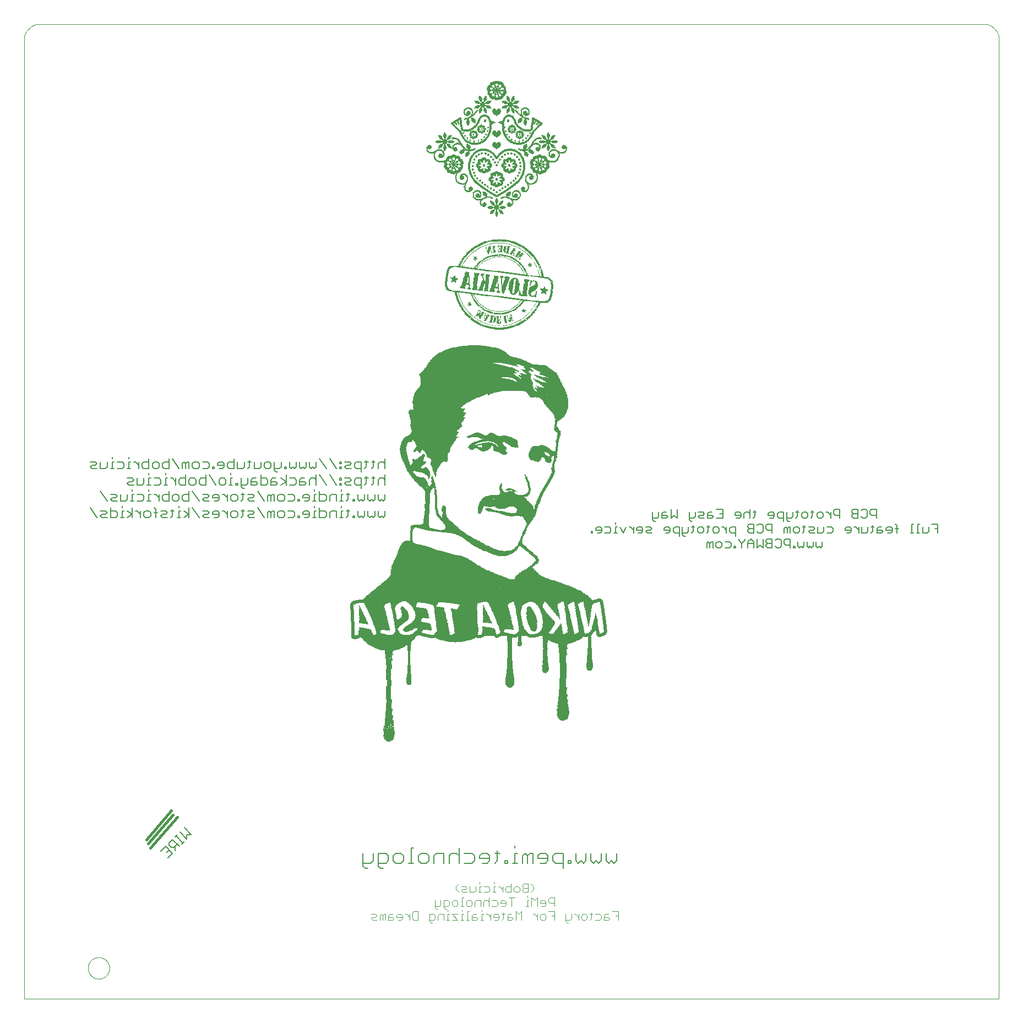
<source format=gbo>
G75*
%MOIN*%
%OFA0B0*%
%FSLAX25Y25*%
%IPPOS*%
%LPD*%
%AMOC8*
5,1,8,0,0,1.08239X$1,22.5*
%
%ADD10C,0.00000*%
%ADD11C,0.00400*%
%ADD12C,0.00500*%
%ADD13C,0.00800*%
%ADD14R,0.00400X0.00200*%
%ADD15R,0.00800X0.00200*%
%ADD16R,0.01200X0.00200*%
%ADD17R,0.01400X0.00200*%
%ADD18R,0.01600X0.00200*%
%ADD19R,0.01000X0.00200*%
%ADD20R,0.01800X0.00200*%
%ADD21R,0.02000X0.00200*%
%ADD22R,0.02200X0.00200*%
%ADD23R,0.02400X0.00200*%
%ADD24R,0.02800X0.00200*%
%ADD25R,0.03000X0.00200*%
%ADD26R,0.03600X0.00200*%
%ADD27R,0.11400X0.00200*%
%ADD28R,0.11200X0.00200*%
%ADD29R,0.03400X0.00200*%
%ADD30R,0.02600X0.00200*%
%ADD31R,0.03200X0.00200*%
%ADD32R,0.03800X0.00200*%
%ADD33R,0.04400X0.00200*%
%ADD34R,0.00600X0.00200*%
%ADD35R,0.05200X0.00200*%
%ADD36R,0.04200X0.00200*%
%ADD37R,0.00200X0.00200*%
%ADD38R,0.06200X0.00200*%
%ADD39R,0.06800X0.00200*%
%ADD40R,0.07200X0.00200*%
%ADD41R,0.04000X0.00200*%
%ADD42R,0.05000X0.00200*%
%ADD43R,0.04800X0.00200*%
%ADD44R,0.06000X0.00200*%
%ADD45R,0.06400X0.00200*%
%ADD46R,0.07000X0.00200*%
%ADD47R,0.07400X0.00200*%
%ADD48R,0.07800X0.00200*%
%ADD49R,0.08200X0.00200*%
%ADD50R,0.05600X0.00200*%
%ADD51R,0.08600X0.00200*%
%ADD52R,0.08400X0.00200*%
%ADD53R,0.06600X0.00200*%
%ADD54R,0.08000X0.00200*%
%ADD55R,0.08800X0.00200*%
%ADD56R,0.04600X0.00200*%
%ADD57R,0.05400X0.00200*%
%ADD58R,0.07600X0.00200*%
%ADD59R,0.05100X0.00300*%
%ADD60R,0.08700X0.00300*%
%ADD61R,0.12300X0.00300*%
%ADD62R,0.14700X0.00300*%
%ADD63R,0.06000X0.00300*%
%ADD64R,0.06300X0.00300*%
%ADD65R,0.04500X0.00300*%
%ADD66R,0.04800X0.00300*%
%ADD67R,0.00600X0.00300*%
%ADD68R,0.03000X0.00300*%
%ADD69R,0.04200X0.00300*%
%ADD70R,0.02700X0.00300*%
%ADD71R,0.01500X0.00300*%
%ADD72R,0.03300X0.00300*%
%ADD73R,0.01200X0.00300*%
%ADD74R,0.02100X0.00300*%
%ADD75R,0.00900X0.00300*%
%ADD76R,0.01800X0.00300*%
%ADD77R,0.00300X0.00300*%
%ADD78R,0.02400X0.00300*%
%ADD79R,0.06600X0.00300*%
%ADD80R,0.03900X0.00300*%
%ADD81R,0.05700X0.00300*%
%ADD82R,0.07800X0.00300*%
%ADD83R,0.06900X0.00300*%
%ADD84R,0.07500X0.00300*%
%ADD85R,0.05400X0.00300*%
%ADD86R,0.03600X0.00300*%
%ADD87R,0.08100X0.00300*%
%ADD88R,0.08400X0.00300*%
%ADD89R,0.00400X0.00400*%
%ADD90R,0.00800X0.00400*%
%ADD91R,0.01200X0.00400*%
%ADD92R,0.02800X0.00400*%
%ADD93R,0.05200X0.00400*%
%ADD94R,0.02000X0.00400*%
%ADD95R,0.04800X0.00400*%
%ADD96R,0.01600X0.00400*%
%ADD97R,0.04400X0.00400*%
%ADD98R,0.06000X0.00400*%
%ADD99R,0.02400X0.00400*%
%ADD100R,0.06800X0.00400*%
%ADD101R,0.03200X0.00400*%
%ADD102R,0.03600X0.00400*%
%ADD103R,0.05600X0.00400*%
%ADD104R,0.06400X0.00400*%
%ADD105R,0.07200X0.00400*%
%ADD106R,0.07200X0.00300*%
%ADD107R,0.10200X0.00300*%
%ADD108R,0.14100X0.00300*%
%ADD109R,0.15600X0.00300*%
%ADD110R,0.17100X0.00300*%
%ADD111R,0.18300X0.00300*%
%ADD112R,0.19500X0.00300*%
%ADD113R,0.20400X0.00300*%
%ADD114R,0.21600X0.00300*%
%ADD115R,0.22500X0.00300*%
%ADD116R,0.25500X0.00300*%
%ADD117R,0.25800X0.00300*%
%ADD118R,0.26400X0.00300*%
%ADD119R,0.26700X0.00300*%
%ADD120R,0.10800X0.00300*%
%ADD121R,0.27000X0.00300*%
%ADD122R,0.12600X0.00300*%
%ADD123R,0.27300X0.00300*%
%ADD124R,0.14400X0.00300*%
%ADD125R,0.27900X0.00300*%
%ADD126R,0.11700X0.00300*%
%ADD127R,0.28800X0.00300*%
%ADD128R,0.16800X0.00300*%
%ADD129R,0.29400X0.00300*%
%ADD130R,0.18000X0.00300*%
%ADD131R,0.16500X0.00300*%
%ADD132R,0.30000X0.00300*%
%ADD133R,0.21900X0.00300*%
%ADD134R,0.30600X0.00300*%
%ADD135R,0.20100X0.00300*%
%ADD136R,0.30900X0.00300*%
%ADD137R,0.22800X0.00300*%
%ADD138R,0.21300X0.00300*%
%ADD139R,0.31500X0.00300*%
%ADD140R,0.23700X0.00300*%
%ADD141R,0.23100X0.00300*%
%ADD142R,0.32100X0.00300*%
%ADD143R,0.24000X0.00300*%
%ADD144R,0.24300X0.00300*%
%ADD145R,0.32400X0.00300*%
%ADD146R,0.33600X0.00300*%
%ADD147R,0.33000X0.00300*%
%ADD148R,0.24900X0.00300*%
%ADD149R,0.35700X0.00300*%
%ADD150R,0.39300X0.00300*%
%ADD151R,0.37200X0.00300*%
%ADD152R,0.39600X0.00300*%
%ADD153R,1.03200X0.00300*%
%ADD154R,0.39900X0.00300*%
%ADD155R,1.41900X0.00300*%
%ADD156R,0.85200X0.00300*%
%ADD157R,0.09000X0.00300*%
%ADD158R,0.57300X0.00300*%
%ADD159R,0.09600X0.00300*%
%ADD160R,0.10500X0.00300*%
%ADD161R,0.15000X0.00300*%
%ADD162R,0.09300X0.00300*%
%ADD163R,0.16200X0.00300*%
%ADD164R,0.15900X0.00300*%
%ADD165R,0.13800X0.00300*%
%ADD166R,0.13500X0.00300*%
%ADD167R,0.12000X0.00300*%
%ADD168R,0.09900X0.00300*%
%ADD169R,0.15300X0.00300*%
%ADD170R,0.11400X0.00300*%
%ADD171R,0.11100X0.00300*%
%ADD172R,0.12900X0.00300*%
%ADD173R,0.17400X0.00300*%
%ADD174R,0.45900X0.00300*%
%ADD175R,0.84000X0.00300*%
%ADD176R,0.30300X0.00300*%
%ADD177R,1.51200X0.00300*%
%ADD178R,1.50300X0.00300*%
%ADD179R,1.43100X0.00300*%
%ADD180R,1.41300X0.00300*%
%ADD181R,1.38000X0.00300*%
%ADD182R,1.37700X0.00300*%
%ADD183R,1.37100X0.00300*%
%ADD184R,1.36200X0.00300*%
%ADD185R,1.35600X0.00300*%
%ADD186R,1.35000X0.00300*%
%ADD187R,1.34400X0.00300*%
%ADD188R,1.33800X0.00300*%
%ADD189R,1.32900X0.00300*%
%ADD190R,1.32300X0.00300*%
%ADD191R,1.31400X0.00300*%
%ADD192R,1.30500X0.00300*%
%ADD193R,1.29600X0.00300*%
%ADD194R,1.29000X0.00300*%
%ADD195R,1.01100X0.00300*%
%ADD196R,1.27200X0.00300*%
%ADD197R,1.26600X0.00300*%
%ADD198R,1.25400X0.00300*%
%ADD199R,1.24500X0.00300*%
%ADD200R,1.23600X0.00300*%
%ADD201R,1.22700X0.00300*%
%ADD202R,1.21500X0.00300*%
%ADD203R,1.20600X0.00300*%
%ADD204R,1.19400X0.00300*%
%ADD205R,0.43200X0.00300*%
%ADD206R,0.75000X0.00300*%
%ADD207R,1.17300X0.00300*%
%ADD208R,1.16100X0.00300*%
%ADD209R,1.14900X0.00300*%
%ADD210R,1.14000X0.00300*%
%ADD211R,1.12500X0.00300*%
%ADD212R,1.11300X0.00300*%
%ADD213R,1.10400X0.00300*%
%ADD214R,1.09200X0.00300*%
%ADD215R,1.07700X0.00300*%
%ADD216R,1.06500X0.00300*%
%ADD217R,1.05300X0.00300*%
%ADD218R,1.04100X0.00300*%
%ADD219R,1.02600X0.00300*%
%ADD220R,1.01400X0.00300*%
%ADD221R,0.99900X0.00300*%
%ADD222R,0.99000X0.00300*%
%ADD223R,0.20700X0.00300*%
%ADD224R,0.73800X0.00300*%
%ADD225R,0.19800X0.00300*%
%ADD226R,0.72600X0.00300*%
%ADD227R,0.18900X0.00300*%
%ADD228R,0.71100X0.00300*%
%ADD229R,0.17700X0.00300*%
%ADD230R,0.70500X0.00300*%
%ADD231R,0.69300X0.00300*%
%ADD232R,0.68100X0.00300*%
%ADD233R,0.67200X0.00300*%
%ADD234R,0.66300X0.00300*%
%ADD235R,0.65700X0.00300*%
%ADD236R,0.64500X0.00300*%
%ADD237R,0.63900X0.00300*%
%ADD238R,0.63000X0.00300*%
%ADD239R,0.62400X0.00300*%
%ADD240R,0.61800X0.00300*%
%ADD241R,0.60900X0.00300*%
%ADD242R,0.60300X0.00300*%
%ADD243R,0.59700X0.00300*%
%ADD244R,0.59100X0.00300*%
%ADD245R,0.58200X0.00300*%
%ADD246R,0.57600X0.00300*%
%ADD247R,0.56700X0.00300*%
%ADD248R,0.56100X0.00300*%
%ADD249R,0.55500X0.00300*%
%ADD250R,0.54900X0.00300*%
%ADD251R,0.54300X0.00300*%
%ADD252R,0.53700X0.00300*%
%ADD253R,0.53100X0.00300*%
%ADD254R,0.52500X0.00300*%
%ADD255R,0.51600X0.00300*%
%ADD256R,0.51300X0.00300*%
%ADD257R,0.50700X0.00300*%
%ADD258R,0.50100X0.00300*%
%ADD259R,0.49500X0.00300*%
%ADD260R,0.48900X0.00300*%
%ADD261R,0.48300X0.00300*%
%ADD262R,0.47400X0.00300*%
%ADD263R,0.47100X0.00300*%
%ADD264R,0.46200X0.00300*%
%ADD265R,0.45000X0.00300*%
%ADD266R,0.44700X0.00300*%
%ADD267R,0.43800X0.00300*%
%ADD268R,0.42000X0.00300*%
%ADD269R,0.41400X0.00300*%
%ADD270R,0.40200X0.00300*%
%ADD271R,0.37800X0.00300*%
%ADD272R,0.36600X0.00300*%
%ADD273R,0.35100X0.00300*%
%ADD274R,0.29700X0.00300*%
%ADD275R,0.28500X0.00300*%
%ADD276R,0.26100X0.00300*%
%ADD277R,0.25200X0.00300*%
%ADD278R,0.18600X0.00300*%
%ADD279R,0.13200X0.00300*%
%ADD280R,0.21000X0.00300*%
%ADD281R,0.32700X0.00300*%
%ADD282R,0.31800X0.00300*%
%ADD283R,0.31200X0.00300*%
%ADD284R,0.28200X0.00300*%
%ADD285R,0.27600X0.00300*%
%ADD286R,0.23400X0.00300*%
%ADD287R,0.22200X0.00300*%
%ADD288R,0.24600X0.00300*%
%ADD289R,0.29100X0.00300*%
%ADD290R,0.33300X0.00300*%
%ADD291R,0.33900X0.00300*%
%ADD292R,0.34500X0.00300*%
%ADD293R,0.34800X0.00300*%
%ADD294R,0.35400X0.00300*%
%ADD295R,0.36000X0.00300*%
%ADD296R,0.37500X0.00300*%
%ADD297R,0.38100X0.00300*%
%ADD298R,0.38700X0.00300*%
%ADD299R,0.40800X0.00300*%
%ADD300R,0.42300X0.00300*%
%ADD301R,0.42600X0.00300*%
%ADD302R,0.48000X0.00300*%
%ADD303R,0.48600X0.00300*%
%ADD304R,0.52200X0.00300*%
%ADD305R,0.72000X0.00300*%
%ADD306R,0.71400X0.00300*%
%ADD307R,0.70800X0.00300*%
%ADD308R,0.69900X0.00300*%
%ADD309R,0.69600X0.00300*%
%ADD310R,0.69000X0.00300*%
%ADD311R,0.68700X0.00300*%
%ADD312R,0.68400X0.00300*%
%ADD313R,0.67800X0.00300*%
%ADD314R,0.56400X0.00300*%
%ADD315R,0.55800X0.00300*%
%ADD316R,0.54600X0.00300*%
%ADD317R,0.53400X0.00300*%
%ADD318R,0.49200X0.00300*%
%ADD319R,0.59400X0.00300*%
%ADD320R,0.58800X0.00300*%
%ADD321R,0.57000X0.00300*%
%ADD322R,0.57900X0.00300*%
%ADD323R,0.44100X0.00300*%
%ADD324R,0.60000X0.00300*%
%ADD325R,0.58500X0.00300*%
%ADD326R,0.51900X0.00300*%
%ADD327R,0.50400X0.00300*%
%ADD328R,0.46800X0.00300*%
%ADD329R,0.45600X0.00300*%
%ADD330R,0.42900X0.00300*%
%ADD331R,0.40500X0.00300*%
%ADD332R,0.34200X0.00300*%
%ADD333C,0.01600*%
%ADD334R,0.04000X0.00400*%
%ADD335R,0.08400X0.00400*%
%ADD336R,0.10400X0.00400*%
%ADD337R,0.12000X0.00400*%
%ADD338R,0.14400X0.00400*%
%ADD339R,0.16800X0.00400*%
%ADD340R,0.18800X0.00400*%
%ADD341R,0.20800X0.00400*%
%ADD342R,0.22000X0.00400*%
%ADD343R,0.22400X0.00400*%
%ADD344R,0.22800X0.00400*%
%ADD345R,0.24000X0.00400*%
%ADD346R,0.25200X0.00400*%
%ADD347R,0.25600X0.00400*%
%ADD348R,0.26000X0.00400*%
%ADD349R,0.26400X0.00400*%
%ADD350R,0.28000X0.00400*%
%ADD351R,0.09200X0.00400*%
%ADD352R,0.28800X0.00400*%
%ADD353R,0.18400X0.00400*%
%ADD354R,0.29200X0.00400*%
%ADD355R,0.14800X0.00400*%
%ADD356R,0.30800X0.00400*%
%ADD357R,0.15200X0.00400*%
%ADD358R,0.34000X0.00400*%
%ADD359R,0.17200X0.00400*%
%ADD360R,0.37200X0.00400*%
%ADD361R,0.21600X0.00400*%
%ADD362R,0.41600X0.00400*%
%ADD363R,0.23600X0.00400*%
%ADD364R,0.68800X0.00400*%
%ADD365R,0.60800X0.00400*%
%ADD366R,0.46800X0.00400*%
%ADD367R,0.31600X0.00400*%
%ADD368R,0.13600X0.00400*%
%ADD369R,0.07600X0.00400*%
%ADD370R,0.15600X0.00400*%
%ADD371R,0.16400X0.00400*%
%ADD372R,0.08000X0.00400*%
%ADD373R,0.08800X0.00400*%
%ADD374R,0.17600X0.00400*%
%ADD375R,0.10000X0.00400*%
%ADD376R,0.11200X0.00400*%
%ADD377R,0.18000X0.00400*%
%ADD378R,0.10800X0.00400*%
%ADD379R,0.12800X0.00400*%
%ADD380R,0.19200X0.00400*%
%ADD381R,0.19600X0.00400*%
%ADD382R,0.20000X0.00400*%
%ADD383R,0.20400X0.00400*%
%ADD384R,0.09600X0.00400*%
%ADD385R,0.11600X0.00400*%
%ADD386R,0.12400X0.00400*%
%ADD387R,0.13200X0.00400*%
%ADD388R,0.16000X0.00400*%
%ADD389R,0.14000X0.00400*%
%ADD390C,0.00700*%
D10*
X0042595Y0015000D02*
X0042595Y0597500D01*
X0050095Y0605000D02*
X0625095Y0605000D01*
X0632595Y0597500D02*
X0632595Y0015000D01*
X0042595Y0015000D01*
X0081095Y0033500D02*
X0081097Y0033661D01*
X0081103Y0033821D01*
X0081113Y0033982D01*
X0081127Y0034142D01*
X0081145Y0034302D01*
X0081166Y0034461D01*
X0081192Y0034620D01*
X0081222Y0034778D01*
X0081255Y0034935D01*
X0081293Y0035092D01*
X0081334Y0035247D01*
X0081379Y0035401D01*
X0081428Y0035554D01*
X0081481Y0035706D01*
X0081537Y0035857D01*
X0081598Y0036006D01*
X0081661Y0036154D01*
X0081729Y0036300D01*
X0081800Y0036444D01*
X0081874Y0036586D01*
X0081952Y0036727D01*
X0082034Y0036865D01*
X0082119Y0037002D01*
X0082207Y0037136D01*
X0082299Y0037268D01*
X0082394Y0037398D01*
X0082492Y0037526D01*
X0082593Y0037651D01*
X0082697Y0037773D01*
X0082804Y0037893D01*
X0082914Y0038010D01*
X0083027Y0038125D01*
X0083143Y0038236D01*
X0083262Y0038345D01*
X0083383Y0038450D01*
X0083507Y0038553D01*
X0083633Y0038653D01*
X0083761Y0038749D01*
X0083892Y0038842D01*
X0084026Y0038932D01*
X0084161Y0039019D01*
X0084299Y0039102D01*
X0084438Y0039182D01*
X0084580Y0039258D01*
X0084723Y0039331D01*
X0084868Y0039400D01*
X0085015Y0039466D01*
X0085163Y0039528D01*
X0085313Y0039586D01*
X0085464Y0039641D01*
X0085617Y0039692D01*
X0085771Y0039739D01*
X0085926Y0039782D01*
X0086082Y0039821D01*
X0086238Y0039857D01*
X0086396Y0039888D01*
X0086554Y0039916D01*
X0086713Y0039940D01*
X0086873Y0039960D01*
X0087033Y0039976D01*
X0087193Y0039988D01*
X0087354Y0039996D01*
X0087515Y0040000D01*
X0087675Y0040000D01*
X0087836Y0039996D01*
X0087997Y0039988D01*
X0088157Y0039976D01*
X0088317Y0039960D01*
X0088477Y0039940D01*
X0088636Y0039916D01*
X0088794Y0039888D01*
X0088952Y0039857D01*
X0089108Y0039821D01*
X0089264Y0039782D01*
X0089419Y0039739D01*
X0089573Y0039692D01*
X0089726Y0039641D01*
X0089877Y0039586D01*
X0090027Y0039528D01*
X0090175Y0039466D01*
X0090322Y0039400D01*
X0090467Y0039331D01*
X0090610Y0039258D01*
X0090752Y0039182D01*
X0090891Y0039102D01*
X0091029Y0039019D01*
X0091164Y0038932D01*
X0091298Y0038842D01*
X0091429Y0038749D01*
X0091557Y0038653D01*
X0091683Y0038553D01*
X0091807Y0038450D01*
X0091928Y0038345D01*
X0092047Y0038236D01*
X0092163Y0038125D01*
X0092276Y0038010D01*
X0092386Y0037893D01*
X0092493Y0037773D01*
X0092597Y0037651D01*
X0092698Y0037526D01*
X0092796Y0037398D01*
X0092891Y0037268D01*
X0092983Y0037136D01*
X0093071Y0037002D01*
X0093156Y0036865D01*
X0093238Y0036727D01*
X0093316Y0036586D01*
X0093390Y0036444D01*
X0093461Y0036300D01*
X0093529Y0036154D01*
X0093592Y0036006D01*
X0093653Y0035857D01*
X0093709Y0035706D01*
X0093762Y0035554D01*
X0093811Y0035401D01*
X0093856Y0035247D01*
X0093897Y0035092D01*
X0093935Y0034935D01*
X0093968Y0034778D01*
X0093998Y0034620D01*
X0094024Y0034461D01*
X0094045Y0034302D01*
X0094063Y0034142D01*
X0094077Y0033982D01*
X0094087Y0033821D01*
X0094093Y0033661D01*
X0094095Y0033500D01*
X0094093Y0033339D01*
X0094087Y0033179D01*
X0094077Y0033018D01*
X0094063Y0032858D01*
X0094045Y0032698D01*
X0094024Y0032539D01*
X0093998Y0032380D01*
X0093968Y0032222D01*
X0093935Y0032065D01*
X0093897Y0031908D01*
X0093856Y0031753D01*
X0093811Y0031599D01*
X0093762Y0031446D01*
X0093709Y0031294D01*
X0093653Y0031143D01*
X0093592Y0030994D01*
X0093529Y0030846D01*
X0093461Y0030700D01*
X0093390Y0030556D01*
X0093316Y0030414D01*
X0093238Y0030273D01*
X0093156Y0030135D01*
X0093071Y0029998D01*
X0092983Y0029864D01*
X0092891Y0029732D01*
X0092796Y0029602D01*
X0092698Y0029474D01*
X0092597Y0029349D01*
X0092493Y0029227D01*
X0092386Y0029107D01*
X0092276Y0028990D01*
X0092163Y0028875D01*
X0092047Y0028764D01*
X0091928Y0028655D01*
X0091807Y0028550D01*
X0091683Y0028447D01*
X0091557Y0028347D01*
X0091429Y0028251D01*
X0091298Y0028158D01*
X0091164Y0028068D01*
X0091029Y0027981D01*
X0090891Y0027898D01*
X0090752Y0027818D01*
X0090610Y0027742D01*
X0090467Y0027669D01*
X0090322Y0027600D01*
X0090175Y0027534D01*
X0090027Y0027472D01*
X0089877Y0027414D01*
X0089726Y0027359D01*
X0089573Y0027308D01*
X0089419Y0027261D01*
X0089264Y0027218D01*
X0089108Y0027179D01*
X0088952Y0027143D01*
X0088794Y0027112D01*
X0088636Y0027084D01*
X0088477Y0027060D01*
X0088317Y0027040D01*
X0088157Y0027024D01*
X0087997Y0027012D01*
X0087836Y0027004D01*
X0087675Y0027000D01*
X0087515Y0027000D01*
X0087354Y0027004D01*
X0087193Y0027012D01*
X0087033Y0027024D01*
X0086873Y0027040D01*
X0086713Y0027060D01*
X0086554Y0027084D01*
X0086396Y0027112D01*
X0086238Y0027143D01*
X0086082Y0027179D01*
X0085926Y0027218D01*
X0085771Y0027261D01*
X0085617Y0027308D01*
X0085464Y0027359D01*
X0085313Y0027414D01*
X0085163Y0027472D01*
X0085015Y0027534D01*
X0084868Y0027600D01*
X0084723Y0027669D01*
X0084580Y0027742D01*
X0084438Y0027818D01*
X0084299Y0027898D01*
X0084161Y0027981D01*
X0084026Y0028068D01*
X0083892Y0028158D01*
X0083761Y0028251D01*
X0083633Y0028347D01*
X0083507Y0028447D01*
X0083383Y0028550D01*
X0083262Y0028655D01*
X0083143Y0028764D01*
X0083027Y0028875D01*
X0082914Y0028990D01*
X0082804Y0029107D01*
X0082697Y0029227D01*
X0082593Y0029349D01*
X0082492Y0029474D01*
X0082394Y0029602D01*
X0082299Y0029732D01*
X0082207Y0029864D01*
X0082119Y0029998D01*
X0082034Y0030135D01*
X0081952Y0030273D01*
X0081874Y0030414D01*
X0081800Y0030556D01*
X0081729Y0030700D01*
X0081661Y0030846D01*
X0081598Y0030994D01*
X0081537Y0031143D01*
X0081481Y0031294D01*
X0081428Y0031446D01*
X0081379Y0031599D01*
X0081334Y0031753D01*
X0081293Y0031908D01*
X0081255Y0032065D01*
X0081222Y0032222D01*
X0081192Y0032380D01*
X0081166Y0032539D01*
X0081145Y0032698D01*
X0081127Y0032858D01*
X0081113Y0033018D01*
X0081103Y0033179D01*
X0081097Y0033339D01*
X0081095Y0033500D01*
X0042596Y0597500D02*
X0042667Y0597749D01*
X0042743Y0597995D01*
X0042826Y0598239D01*
X0042915Y0598482D01*
X0043009Y0598722D01*
X0043110Y0598960D01*
X0043216Y0599195D01*
X0043327Y0599428D01*
X0043445Y0599658D01*
X0043567Y0599885D01*
X0043696Y0600109D01*
X0043829Y0600330D01*
X0043968Y0600547D01*
X0044112Y0600761D01*
X0044261Y0600972D01*
X0044415Y0601179D01*
X0044575Y0601382D01*
X0044739Y0601581D01*
X0044908Y0601777D01*
X0045081Y0601968D01*
X0045259Y0602154D01*
X0045442Y0602337D01*
X0045628Y0602515D01*
X0045819Y0602688D01*
X0046015Y0602857D01*
X0046214Y0603021D01*
X0046417Y0603181D01*
X0046624Y0603335D01*
X0046835Y0603484D01*
X0047049Y0603628D01*
X0047266Y0603767D01*
X0047487Y0603900D01*
X0047711Y0604029D01*
X0047938Y0604151D01*
X0048168Y0604269D01*
X0048401Y0604380D01*
X0048636Y0604486D01*
X0048874Y0604587D01*
X0049114Y0604681D01*
X0049357Y0604770D01*
X0049601Y0604853D01*
X0049847Y0604929D01*
X0050096Y0605000D01*
X0625095Y0605000D02*
X0625344Y0604929D01*
X0625590Y0604853D01*
X0625834Y0604770D01*
X0626077Y0604681D01*
X0626317Y0604587D01*
X0626555Y0604486D01*
X0626790Y0604380D01*
X0627023Y0604269D01*
X0627253Y0604151D01*
X0627480Y0604029D01*
X0627704Y0603900D01*
X0627925Y0603767D01*
X0628142Y0603628D01*
X0628356Y0603484D01*
X0628567Y0603335D01*
X0628774Y0603181D01*
X0628977Y0603021D01*
X0629176Y0602857D01*
X0629372Y0602688D01*
X0629563Y0602515D01*
X0629749Y0602337D01*
X0629932Y0602154D01*
X0630110Y0601968D01*
X0630283Y0601777D01*
X0630452Y0601581D01*
X0630616Y0601382D01*
X0630776Y0601179D01*
X0630930Y0600972D01*
X0631079Y0600761D01*
X0631223Y0600547D01*
X0631362Y0600330D01*
X0631495Y0600109D01*
X0631624Y0599885D01*
X0631746Y0599658D01*
X0631864Y0599428D01*
X0631975Y0599195D01*
X0632081Y0598960D01*
X0632182Y0598722D01*
X0632276Y0598482D01*
X0632365Y0598239D01*
X0632448Y0597995D01*
X0632524Y0597749D01*
X0632595Y0597500D01*
D11*
X0326892Y0085522D02*
X0326892Y0084654D01*
X0326892Y0082920D02*
X0326892Y0079450D01*
X0327759Y0079450D02*
X0326024Y0079450D01*
X0324322Y0080317D02*
X0323454Y0079450D01*
X0320852Y0079450D01*
X0319165Y0079450D02*
X0317430Y0079450D01*
X0318298Y0079450D02*
X0318298Y0082920D01*
X0319165Y0082920D01*
X0320852Y0082920D02*
X0323454Y0082920D01*
X0324322Y0082052D01*
X0324322Y0080317D01*
X0326892Y0082920D02*
X0327759Y0082920D01*
X0329454Y0082920D02*
X0330321Y0082920D01*
X0332056Y0081185D01*
X0332056Y0079450D02*
X0332056Y0082920D01*
X0333743Y0082052D02*
X0334610Y0082920D01*
X0337213Y0082920D01*
X0337213Y0084654D02*
X0337213Y0079450D01*
X0334610Y0079450D01*
X0333743Y0080317D01*
X0333743Y0082052D01*
X0338899Y0082052D02*
X0339767Y0082920D01*
X0341502Y0082920D01*
X0342369Y0082052D01*
X0342369Y0080317D01*
X0341502Y0079450D01*
X0339767Y0079450D01*
X0338899Y0080317D01*
X0338899Y0082052D01*
X0344056Y0081185D02*
X0344056Y0080317D01*
X0344923Y0079450D01*
X0347525Y0079450D01*
X0347525Y0084654D01*
X0344923Y0084654D01*
X0344056Y0083787D01*
X0344056Y0082920D01*
X0344923Y0082052D01*
X0347525Y0082052D01*
X0344923Y0082052D02*
X0344056Y0081185D01*
X0347088Y0077122D02*
X0347088Y0076254D01*
X0347088Y0074520D02*
X0347088Y0071050D01*
X0347955Y0071050D02*
X0346220Y0071050D01*
X0349642Y0071050D02*
X0349642Y0076254D01*
X0351377Y0074520D01*
X0353112Y0076254D01*
X0353112Y0071050D01*
X0354798Y0072785D02*
X0358268Y0072785D01*
X0358268Y0073652D02*
X0357401Y0074520D01*
X0355666Y0074520D01*
X0354798Y0073652D01*
X0354798Y0072785D01*
X0355666Y0071050D02*
X0357401Y0071050D01*
X0358268Y0071917D01*
X0358268Y0073652D01*
X0359955Y0073652D02*
X0360822Y0072785D01*
X0363424Y0072785D01*
X0363424Y0071050D02*
X0363424Y0076254D01*
X0360822Y0076254D01*
X0359955Y0075387D01*
X0359955Y0073652D01*
X0359955Y0067854D02*
X0363424Y0067854D01*
X0363424Y0062650D01*
X0363424Y0065252D02*
X0361690Y0065252D01*
X0358268Y0065252D02*
X0357401Y0066120D01*
X0355666Y0066120D01*
X0354798Y0065252D01*
X0354798Y0063517D01*
X0355666Y0062650D01*
X0357401Y0062650D01*
X0358268Y0063517D01*
X0358268Y0065252D01*
X0353112Y0064385D02*
X0351377Y0066120D01*
X0350509Y0066120D01*
X0353112Y0066120D02*
X0353112Y0062650D01*
X0343658Y0062650D02*
X0343658Y0067854D01*
X0341923Y0066120D01*
X0340189Y0067854D01*
X0340189Y0062650D01*
X0338502Y0063517D02*
X0337634Y0064385D01*
X0335032Y0064385D01*
X0335032Y0065252D02*
X0335032Y0062650D01*
X0337634Y0062650D01*
X0338502Y0063517D01*
X0337634Y0066120D02*
X0335900Y0066120D01*
X0335032Y0065252D01*
X0333345Y0066120D02*
X0331611Y0066120D01*
X0332478Y0066987D02*
X0332478Y0063517D01*
X0331611Y0062650D01*
X0329908Y0063517D02*
X0329908Y0065252D01*
X0329040Y0066120D01*
X0327306Y0066120D01*
X0326438Y0065252D01*
X0326438Y0064385D01*
X0329908Y0064385D01*
X0329908Y0063517D02*
X0329040Y0062650D01*
X0327306Y0062650D01*
X0324751Y0062650D02*
X0324751Y0066120D01*
X0323017Y0066120D02*
X0324751Y0064385D01*
X0323017Y0066120D02*
X0322149Y0066120D01*
X0320454Y0066120D02*
X0319587Y0066120D01*
X0319587Y0062650D01*
X0320454Y0062650D02*
X0318720Y0062650D01*
X0317017Y0063517D02*
X0316149Y0064385D01*
X0313547Y0064385D01*
X0313547Y0065252D02*
X0313547Y0062650D01*
X0316149Y0062650D01*
X0317017Y0063517D01*
X0316149Y0066120D02*
X0314415Y0066120D01*
X0313547Y0065252D01*
X0311860Y0062650D02*
X0310126Y0062650D01*
X0310993Y0062650D02*
X0310993Y0067854D01*
X0311860Y0067854D01*
X0312712Y0071050D02*
X0313579Y0071917D01*
X0313579Y0073652D01*
X0312712Y0074520D01*
X0310977Y0074520D01*
X0310110Y0073652D01*
X0310110Y0071917D01*
X0310977Y0071050D01*
X0312712Y0071050D01*
X0315266Y0071050D02*
X0315266Y0073652D01*
X0316133Y0074520D01*
X0318736Y0074520D01*
X0318736Y0071050D01*
X0320422Y0071050D02*
X0320422Y0073652D01*
X0321290Y0074520D01*
X0323025Y0074520D01*
X0323892Y0073652D01*
X0325579Y0074520D02*
X0328181Y0074520D01*
X0329048Y0073652D01*
X0329048Y0071917D01*
X0328181Y0071050D01*
X0325579Y0071050D01*
X0323892Y0071050D02*
X0323892Y0076254D01*
X0330735Y0073652D02*
X0330735Y0072785D01*
X0334205Y0072785D01*
X0334205Y0073652D02*
X0333337Y0074520D01*
X0331603Y0074520D01*
X0330735Y0073652D01*
X0331603Y0071050D02*
X0333337Y0071050D01*
X0334205Y0071917D01*
X0334205Y0073652D01*
X0335892Y0076254D02*
X0339361Y0076254D01*
X0337626Y0076254D02*
X0337626Y0071050D01*
X0347088Y0074520D02*
X0347955Y0074520D01*
X0349228Y0079450D02*
X0350963Y0081185D01*
X0350963Y0082920D01*
X0349228Y0084654D01*
X0370268Y0066120D02*
X0370268Y0061783D01*
X0371135Y0060915D01*
X0372002Y0060915D01*
X0372870Y0062650D02*
X0370268Y0062650D01*
X0372870Y0062650D02*
X0373737Y0063517D01*
X0373737Y0066120D01*
X0375432Y0066120D02*
X0376299Y0066120D01*
X0378034Y0064385D01*
X0378034Y0062650D02*
X0378034Y0066120D01*
X0379721Y0065252D02*
X0380588Y0066120D01*
X0382323Y0066120D01*
X0383191Y0065252D01*
X0383191Y0063517D01*
X0382323Y0062650D01*
X0380588Y0062650D01*
X0379721Y0063517D01*
X0379721Y0065252D01*
X0384893Y0066120D02*
X0386628Y0066120D01*
X0385761Y0066987D02*
X0385761Y0063517D01*
X0384893Y0062650D01*
X0388315Y0062650D02*
X0390917Y0062650D01*
X0391785Y0063517D01*
X0391785Y0065252D01*
X0390917Y0066120D01*
X0388315Y0066120D01*
X0393471Y0065252D02*
X0393471Y0062650D01*
X0396074Y0062650D01*
X0396941Y0063517D01*
X0396074Y0064385D01*
X0393471Y0064385D01*
X0393471Y0065252D02*
X0394339Y0066120D01*
X0396074Y0066120D01*
X0398628Y0067854D02*
X0402097Y0067854D01*
X0402097Y0062650D01*
X0402097Y0065252D02*
X0400363Y0065252D01*
X0319587Y0067854D02*
X0319587Y0068722D01*
X0308423Y0071050D02*
X0306688Y0071050D01*
X0307555Y0071050D02*
X0307555Y0076254D01*
X0308423Y0076254D01*
X0307969Y0079450D02*
X0307102Y0080317D01*
X0307969Y0081185D01*
X0309704Y0081185D01*
X0310571Y0082052D01*
X0309704Y0082920D01*
X0307102Y0082920D01*
X0305415Y0084654D02*
X0303680Y0082920D01*
X0303680Y0081185D01*
X0305415Y0079450D01*
X0307969Y0079450D02*
X0310571Y0079450D01*
X0312258Y0079450D02*
X0312258Y0082920D01*
X0315728Y0082920D02*
X0315728Y0080317D01*
X0314860Y0079450D01*
X0312258Y0079450D01*
X0318298Y0084654D02*
X0318298Y0085522D01*
X0304985Y0073652D02*
X0304985Y0071917D01*
X0304118Y0071050D01*
X0302383Y0071050D01*
X0301516Y0071917D01*
X0301516Y0073652D01*
X0302383Y0074520D01*
X0304118Y0074520D01*
X0304985Y0073652D01*
X0299829Y0073652D02*
X0299829Y0071917D01*
X0298961Y0071050D01*
X0296359Y0071050D01*
X0296359Y0070183D02*
X0296359Y0074520D01*
X0298961Y0074520D01*
X0299829Y0073652D01*
X0298094Y0069315D02*
X0297227Y0069315D01*
X0296359Y0070183D01*
X0294672Y0071917D02*
X0293805Y0071050D01*
X0291203Y0071050D01*
X0291203Y0070183D02*
X0292070Y0069315D01*
X0292938Y0069315D01*
X0291203Y0070183D02*
X0291203Y0074520D01*
X0294672Y0074520D02*
X0294672Y0071917D01*
X0298961Y0068722D02*
X0298961Y0067854D01*
X0298961Y0066120D02*
X0298961Y0062650D01*
X0298094Y0062650D02*
X0299829Y0062650D01*
X0301516Y0062650D02*
X0304985Y0062650D01*
X0301516Y0066120D01*
X0304985Y0066120D01*
X0307555Y0066120D02*
X0307555Y0062650D01*
X0306688Y0062650D02*
X0308423Y0062650D01*
X0308423Y0066120D02*
X0307555Y0066120D01*
X0307555Y0067854D02*
X0307555Y0068722D01*
X0299829Y0066120D02*
X0298961Y0066120D01*
X0296391Y0066120D02*
X0296391Y0062650D01*
X0292922Y0062650D02*
X0292922Y0065252D01*
X0293789Y0066120D01*
X0296391Y0066120D01*
X0291235Y0065252D02*
X0291235Y0063517D01*
X0290367Y0062650D01*
X0287765Y0062650D01*
X0287765Y0061783D02*
X0287765Y0066120D01*
X0290367Y0066120D01*
X0291235Y0065252D01*
X0289500Y0060915D02*
X0288633Y0060915D01*
X0287765Y0061783D01*
X0280922Y0062650D02*
X0280922Y0067854D01*
X0278320Y0067854D01*
X0277452Y0066987D01*
X0277452Y0063517D01*
X0278320Y0062650D01*
X0280922Y0062650D01*
X0275766Y0062650D02*
X0275766Y0066120D01*
X0274031Y0066120D02*
X0273163Y0066120D01*
X0274031Y0066120D02*
X0275766Y0064385D01*
X0271469Y0064385D02*
X0267999Y0064385D01*
X0267999Y0065252D01*
X0268866Y0066120D01*
X0270601Y0066120D01*
X0271469Y0065252D01*
X0271469Y0063517D01*
X0270601Y0062650D01*
X0268866Y0062650D01*
X0266312Y0063517D02*
X0265445Y0064385D01*
X0262843Y0064385D01*
X0262843Y0065252D02*
X0262843Y0062650D01*
X0265445Y0062650D01*
X0266312Y0063517D01*
X0265445Y0066120D02*
X0263710Y0066120D01*
X0262843Y0065252D01*
X0261156Y0066120D02*
X0261156Y0062650D01*
X0259421Y0062650D02*
X0259421Y0065252D01*
X0258554Y0066120D01*
X0257686Y0065252D01*
X0257686Y0062650D01*
X0256000Y0062650D02*
X0253397Y0062650D01*
X0252530Y0063517D01*
X0253397Y0064385D01*
X0255132Y0064385D01*
X0256000Y0065252D01*
X0255132Y0066120D01*
X0252530Y0066120D01*
X0259421Y0065252D02*
X0260289Y0066120D01*
X0261156Y0066120D01*
D12*
X0455689Y0287900D02*
X0455689Y0290652D01*
X0456607Y0291570D01*
X0457524Y0290652D01*
X0457524Y0287900D01*
X0459359Y0287900D02*
X0459359Y0291570D01*
X0458442Y0291570D01*
X0457524Y0290652D01*
X0461214Y0290652D02*
X0462132Y0291570D01*
X0463967Y0291570D01*
X0464884Y0290652D01*
X0464884Y0288817D01*
X0463967Y0287900D01*
X0462132Y0287900D01*
X0461214Y0288817D01*
X0461214Y0290652D01*
X0466739Y0291570D02*
X0469491Y0291570D01*
X0470409Y0290652D01*
X0470409Y0288817D01*
X0469491Y0287900D01*
X0466739Y0287900D01*
X0472254Y0287900D02*
X0473171Y0287900D01*
X0473171Y0288817D01*
X0472254Y0288817D01*
X0472254Y0287900D01*
X0476861Y0287900D02*
X0476861Y0290652D01*
X0475026Y0292487D01*
X0475026Y0293405D01*
X0473171Y0295065D02*
X0473171Y0300570D01*
X0470419Y0300570D01*
X0469501Y0299652D01*
X0469501Y0297817D01*
X0470419Y0296900D01*
X0473171Y0296900D01*
X0467646Y0296900D02*
X0467646Y0300570D01*
X0465811Y0300570D02*
X0464894Y0300570D01*
X0465811Y0300570D02*
X0467646Y0298735D01*
X0463042Y0299652D02*
X0463042Y0297817D01*
X0462125Y0296900D01*
X0460290Y0296900D01*
X0459373Y0297817D01*
X0459373Y0299652D01*
X0460290Y0300570D01*
X0462125Y0300570D01*
X0463042Y0299652D01*
X0457518Y0300570D02*
X0455683Y0300570D01*
X0456600Y0301487D02*
X0456600Y0297817D01*
X0455683Y0296900D01*
X0453835Y0297817D02*
X0452917Y0296900D01*
X0451082Y0296900D01*
X0450165Y0297817D01*
X0450165Y0299652D01*
X0451082Y0300570D01*
X0452917Y0300570D01*
X0453835Y0299652D01*
X0453835Y0297817D01*
X0448310Y0300570D02*
X0446475Y0300570D01*
X0447392Y0301487D02*
X0447392Y0297817D01*
X0446475Y0296900D01*
X0444627Y0297817D02*
X0443709Y0296900D01*
X0440957Y0296900D01*
X0440957Y0295983D02*
X0441874Y0295065D01*
X0442792Y0295065D01*
X0440957Y0295983D02*
X0440957Y0300570D01*
X0439102Y0300570D02*
X0436350Y0300570D01*
X0435432Y0299652D01*
X0435432Y0297817D01*
X0436350Y0296900D01*
X0439102Y0296900D01*
X0439102Y0295065D02*
X0439102Y0300570D01*
X0437721Y0305900D02*
X0435886Y0307735D01*
X0434051Y0305900D01*
X0434051Y0311405D01*
X0431279Y0309570D02*
X0429444Y0309570D01*
X0428526Y0308652D01*
X0428526Y0305900D01*
X0431279Y0305900D01*
X0432196Y0306817D01*
X0431279Y0307735D01*
X0428526Y0307735D01*
X0426671Y0306817D02*
X0425754Y0305900D01*
X0423002Y0305900D01*
X0423002Y0304983D02*
X0423919Y0304065D01*
X0424836Y0304065D01*
X0423002Y0304983D02*
X0423002Y0309570D01*
X0426671Y0309570D02*
X0426671Y0306817D01*
X0430825Y0300570D02*
X0429907Y0299652D01*
X0429907Y0298735D01*
X0433577Y0298735D01*
X0433577Y0299652D02*
X0432660Y0300570D01*
X0430825Y0300570D01*
X0433577Y0299652D02*
X0433577Y0297817D01*
X0432660Y0296900D01*
X0430825Y0296900D01*
X0422528Y0296900D02*
X0419776Y0296900D01*
X0418858Y0297817D01*
X0419776Y0298735D01*
X0421610Y0298735D01*
X0422528Y0299652D01*
X0421610Y0300570D01*
X0418858Y0300570D01*
X0417003Y0299652D02*
X0416086Y0300570D01*
X0414251Y0300570D01*
X0413333Y0299652D01*
X0413333Y0298735D01*
X0417003Y0298735D01*
X0417003Y0299652D02*
X0417003Y0297817D01*
X0416086Y0296900D01*
X0414251Y0296900D01*
X0411478Y0296900D02*
X0411478Y0300570D01*
X0409644Y0300570D02*
X0408726Y0300570D01*
X0409644Y0300570D02*
X0411478Y0298735D01*
X0406874Y0300570D02*
X0405040Y0296900D01*
X0403205Y0300570D01*
X0401350Y0300570D02*
X0400432Y0300570D01*
X0400432Y0296900D01*
X0399515Y0296900D02*
X0401350Y0296900D01*
X0397667Y0297817D02*
X0396749Y0296900D01*
X0393997Y0296900D01*
X0392142Y0297817D02*
X0392142Y0299652D01*
X0391224Y0300570D01*
X0389390Y0300570D01*
X0388472Y0299652D01*
X0388472Y0298735D01*
X0392142Y0298735D01*
X0392142Y0297817D02*
X0391224Y0296900D01*
X0389390Y0296900D01*
X0386617Y0296900D02*
X0385700Y0296900D01*
X0385700Y0297817D01*
X0386617Y0297817D01*
X0386617Y0296900D01*
X0393997Y0300570D02*
X0396749Y0300570D01*
X0397667Y0299652D01*
X0397667Y0297817D01*
X0400432Y0302405D02*
X0400432Y0303322D01*
X0437721Y0305900D02*
X0437721Y0311405D01*
X0445100Y0309570D02*
X0445100Y0304983D01*
X0446018Y0304065D01*
X0446935Y0304065D01*
X0447853Y0305900D02*
X0445100Y0305900D01*
X0447853Y0305900D02*
X0448770Y0306817D01*
X0448770Y0309570D01*
X0450625Y0309570D02*
X0453377Y0309570D01*
X0454295Y0308652D01*
X0453377Y0307735D01*
X0451543Y0307735D01*
X0450625Y0306817D01*
X0451543Y0305900D01*
X0454295Y0305900D01*
X0456150Y0305900D02*
X0458902Y0305900D01*
X0459820Y0306817D01*
X0458902Y0307735D01*
X0456150Y0307735D01*
X0456150Y0308652D02*
X0456150Y0305900D01*
X0456150Y0308652D02*
X0457067Y0309570D01*
X0458902Y0309570D01*
X0461675Y0311405D02*
X0465344Y0311405D01*
X0465344Y0305900D01*
X0461675Y0305900D01*
X0463509Y0308652D02*
X0465344Y0308652D01*
X0472724Y0308652D02*
X0473641Y0309570D01*
X0475476Y0309570D01*
X0476394Y0308652D01*
X0476394Y0306817D01*
X0475476Y0305900D01*
X0473641Y0305900D01*
X0472724Y0307735D02*
X0476394Y0307735D01*
X0478249Y0308652D02*
X0478249Y0305900D01*
X0478249Y0308652D02*
X0479166Y0309570D01*
X0481001Y0309570D01*
X0481919Y0308652D01*
X0483767Y0309570D02*
X0485602Y0309570D01*
X0484684Y0310487D02*
X0484684Y0306817D01*
X0483767Y0305900D01*
X0481919Y0305900D02*
X0481919Y0311405D01*
X0492981Y0308652D02*
X0492981Y0307735D01*
X0496651Y0307735D01*
X0496651Y0308652D02*
X0495734Y0309570D01*
X0493899Y0309570D01*
X0492981Y0308652D01*
X0493899Y0305900D02*
X0495734Y0305900D01*
X0496651Y0306817D01*
X0496651Y0308652D01*
X0498506Y0308652D02*
X0498506Y0306817D01*
X0499423Y0305900D01*
X0502176Y0305900D01*
X0502176Y0304065D02*
X0502176Y0309570D01*
X0499423Y0309570D01*
X0498506Y0308652D01*
X0504031Y0309570D02*
X0504031Y0304983D01*
X0504948Y0304065D01*
X0505866Y0304065D01*
X0506783Y0305900D02*
X0504031Y0305900D01*
X0506783Y0305900D02*
X0507701Y0306817D01*
X0507701Y0309570D01*
X0509549Y0309570D02*
X0511384Y0309570D01*
X0510466Y0310487D02*
X0510466Y0306817D01*
X0509549Y0305900D01*
X0513239Y0306817D02*
X0513239Y0308652D01*
X0514156Y0309570D01*
X0515991Y0309570D01*
X0516908Y0308652D01*
X0516908Y0306817D01*
X0515991Y0305900D01*
X0514156Y0305900D01*
X0513239Y0306817D01*
X0514610Y0301487D02*
X0514610Y0297817D01*
X0513692Y0296900D01*
X0511844Y0297817D02*
X0510927Y0296900D01*
X0509092Y0296900D01*
X0508174Y0297817D01*
X0508174Y0299652D01*
X0509092Y0300570D01*
X0510927Y0300570D01*
X0511844Y0299652D01*
X0511844Y0297817D01*
X0513692Y0300570D02*
X0515527Y0300570D01*
X0517382Y0300570D02*
X0520135Y0300570D01*
X0521052Y0299652D01*
X0520135Y0298735D01*
X0518300Y0298735D01*
X0517382Y0297817D01*
X0518300Y0296900D01*
X0521052Y0296900D01*
X0522907Y0296900D02*
X0522907Y0300570D01*
X0526577Y0300570D02*
X0526577Y0297817D01*
X0525659Y0296900D01*
X0522907Y0296900D01*
X0521986Y0291570D02*
X0521986Y0288817D01*
X0522903Y0287900D01*
X0523821Y0288817D01*
X0524738Y0287900D01*
X0525656Y0288817D01*
X0525656Y0291570D01*
X0520131Y0291570D02*
X0520131Y0288817D01*
X0519214Y0287900D01*
X0518296Y0288817D01*
X0517379Y0287900D01*
X0516461Y0288817D01*
X0516461Y0291570D01*
X0514606Y0291570D02*
X0514606Y0288817D01*
X0513689Y0287900D01*
X0512772Y0288817D01*
X0511854Y0287900D01*
X0510937Y0288817D01*
X0510937Y0291570D01*
X0509082Y0288817D02*
X0508164Y0288817D01*
X0508164Y0287900D01*
X0509082Y0287900D01*
X0509082Y0288817D01*
X0506319Y0287900D02*
X0506319Y0293405D01*
X0503567Y0293405D01*
X0502650Y0292487D01*
X0502650Y0290652D01*
X0503567Y0289735D01*
X0506319Y0289735D01*
X0500795Y0288817D02*
X0499877Y0287900D01*
X0498042Y0287900D01*
X0497125Y0288817D01*
X0495270Y0287900D02*
X0492518Y0287900D01*
X0491600Y0288817D01*
X0491600Y0289735D01*
X0492518Y0290652D01*
X0495270Y0290652D01*
X0497125Y0292487D02*
X0498042Y0293405D01*
X0499877Y0293405D01*
X0500795Y0292487D01*
X0500795Y0288817D01*
X0495270Y0287900D02*
X0495270Y0293405D01*
X0492518Y0293405D01*
X0491600Y0292487D01*
X0491600Y0291570D01*
X0492518Y0290652D01*
X0489745Y0287900D02*
X0489745Y0293405D01*
X0488828Y0296900D02*
X0486993Y0296900D01*
X0486075Y0297817D01*
X0484221Y0296900D02*
X0481468Y0296900D01*
X0480551Y0297817D01*
X0480551Y0298735D01*
X0481468Y0299652D01*
X0484221Y0299652D01*
X0486075Y0301487D02*
X0486993Y0302405D01*
X0488828Y0302405D01*
X0489745Y0301487D01*
X0489745Y0297817D01*
X0488828Y0296900D01*
X0491600Y0299652D02*
X0492518Y0298735D01*
X0495270Y0298735D01*
X0495270Y0296900D02*
X0495270Y0302405D01*
X0492518Y0302405D01*
X0491600Y0301487D01*
X0491600Y0299652D01*
X0484221Y0296900D02*
X0484221Y0302405D01*
X0481468Y0302405D01*
X0480551Y0301487D01*
X0480551Y0300570D01*
X0481468Y0299652D01*
X0482386Y0293405D02*
X0480551Y0291570D01*
X0480551Y0287900D01*
X0480551Y0290652D02*
X0484220Y0290652D01*
X0484220Y0291570D02*
X0482386Y0293405D01*
X0484220Y0291570D02*
X0484220Y0287900D01*
X0486075Y0287900D02*
X0486075Y0293405D01*
X0487910Y0289735D02*
X0486075Y0287900D01*
X0487910Y0289735D02*
X0489745Y0287900D01*
X0478696Y0292487D02*
X0476861Y0290652D01*
X0478696Y0292487D02*
X0478696Y0293405D01*
X0472724Y0307735D02*
X0472724Y0308652D01*
X0444627Y0300570D02*
X0444627Y0297817D01*
X0502650Y0296900D02*
X0502650Y0299652D01*
X0503567Y0300570D01*
X0504484Y0299652D01*
X0504484Y0296900D01*
X0506319Y0296900D02*
X0506319Y0300570D01*
X0505402Y0300570D01*
X0504484Y0299652D01*
X0518757Y0305900D02*
X0519674Y0306817D01*
X0519674Y0310487D01*
X0518757Y0309570D02*
X0520592Y0309570D01*
X0522446Y0308652D02*
X0523364Y0309570D01*
X0525199Y0309570D01*
X0526116Y0308652D01*
X0526116Y0306817D01*
X0525199Y0305900D01*
X0523364Y0305900D01*
X0522446Y0306817D01*
X0522446Y0308652D01*
X0527968Y0309570D02*
X0528885Y0309570D01*
X0530720Y0307735D01*
X0530720Y0305900D02*
X0530720Y0309570D01*
X0532575Y0310487D02*
X0532575Y0308652D01*
X0533493Y0307735D01*
X0536245Y0307735D01*
X0536245Y0305900D02*
X0536245Y0311405D01*
X0533493Y0311405D01*
X0532575Y0310487D01*
X0531184Y0300570D02*
X0532101Y0299652D01*
X0532101Y0297817D01*
X0531184Y0296900D01*
X0528432Y0296900D01*
X0528432Y0300570D02*
X0531184Y0300570D01*
X0539481Y0299652D02*
X0539481Y0298735D01*
X0543151Y0298735D01*
X0543151Y0299652D02*
X0542233Y0300570D01*
X0540398Y0300570D01*
X0539481Y0299652D01*
X0540398Y0296900D02*
X0542233Y0296900D01*
X0543151Y0297817D01*
X0543151Y0299652D01*
X0545002Y0300570D02*
X0545920Y0300570D01*
X0547755Y0298735D01*
X0547755Y0296900D02*
X0547755Y0300570D01*
X0549610Y0300570D02*
X0549610Y0296900D01*
X0552362Y0296900D01*
X0553279Y0297817D01*
X0553279Y0300570D01*
X0555128Y0300570D02*
X0556963Y0300570D01*
X0556045Y0301487D02*
X0556045Y0297817D01*
X0555128Y0296900D01*
X0558818Y0296900D02*
X0561570Y0296900D01*
X0562487Y0297817D01*
X0561570Y0298735D01*
X0558818Y0298735D01*
X0558818Y0299652D02*
X0558818Y0296900D01*
X0558818Y0299652D02*
X0559735Y0300570D01*
X0561570Y0300570D01*
X0564342Y0299652D02*
X0564342Y0298735D01*
X0568012Y0298735D01*
X0568012Y0299652D02*
X0567095Y0300570D01*
X0565260Y0300570D01*
X0564342Y0299652D01*
X0565260Y0296900D02*
X0567095Y0296900D01*
X0568012Y0297817D01*
X0568012Y0299652D01*
X0569860Y0299652D02*
X0571695Y0299652D01*
X0570778Y0301487D02*
X0569860Y0302405D01*
X0570778Y0301487D02*
X0570778Y0296900D01*
X0579068Y0296900D02*
X0580903Y0296900D01*
X0579986Y0296900D02*
X0579986Y0302405D01*
X0580903Y0302405D01*
X0583669Y0302405D02*
X0583669Y0296900D01*
X0584586Y0296900D02*
X0582751Y0296900D01*
X0586441Y0296900D02*
X0586441Y0300570D01*
X0584586Y0302405D02*
X0583669Y0302405D01*
X0586441Y0296900D02*
X0589193Y0296900D01*
X0590111Y0297817D01*
X0590111Y0300570D01*
X0591966Y0302405D02*
X0595636Y0302405D01*
X0595636Y0296900D01*
X0595636Y0299652D02*
X0593801Y0299652D01*
X0558344Y0305900D02*
X0558344Y0311405D01*
X0555591Y0311405D01*
X0554674Y0310487D01*
X0554674Y0308652D01*
X0555591Y0307735D01*
X0558344Y0307735D01*
X0552819Y0306817D02*
X0552819Y0310487D01*
X0551902Y0311405D01*
X0550067Y0311405D01*
X0549149Y0310487D01*
X0547294Y0311405D02*
X0544542Y0311405D01*
X0543625Y0310487D01*
X0543625Y0309570D01*
X0544542Y0308652D01*
X0547294Y0308652D01*
X0549149Y0306817D02*
X0550067Y0305900D01*
X0551902Y0305900D01*
X0552819Y0306817D01*
X0547294Y0305900D02*
X0547294Y0311405D01*
X0544542Y0308652D02*
X0543625Y0307735D01*
X0543625Y0306817D01*
X0544542Y0305900D01*
X0547294Y0305900D01*
X0260820Y0307243D02*
X0259803Y0306225D01*
X0258785Y0307243D01*
X0257768Y0306225D01*
X0256750Y0307243D01*
X0256750Y0310295D01*
X0254743Y0310295D02*
X0254743Y0307243D01*
X0253725Y0306225D01*
X0252708Y0307243D01*
X0251690Y0306225D01*
X0250673Y0307243D01*
X0250673Y0310295D01*
X0248666Y0310295D02*
X0248666Y0307243D01*
X0247648Y0306225D01*
X0246631Y0307243D01*
X0245613Y0306225D01*
X0244596Y0307243D01*
X0244596Y0310295D01*
X0242589Y0307243D02*
X0241571Y0307243D01*
X0241571Y0306225D01*
X0242589Y0306225D01*
X0242589Y0307243D01*
X0238532Y0307243D02*
X0238532Y0311313D01*
X0237515Y0310295D02*
X0239550Y0310295D01*
X0238532Y0307243D02*
X0237515Y0306225D01*
X0235499Y0306225D02*
X0233463Y0306225D01*
X0234481Y0306225D02*
X0234481Y0310295D01*
X0235499Y0310295D01*
X0234481Y0312330D02*
X0234481Y0313348D01*
X0234481Y0316125D02*
X0234481Y0320195D01*
X0235499Y0320195D01*
X0237515Y0320195D02*
X0239550Y0320195D01*
X0238532Y0321213D02*
X0238532Y0317143D01*
X0237515Y0316125D01*
X0235499Y0316125D02*
X0233463Y0316125D01*
X0231447Y0316125D02*
X0231447Y0320195D01*
X0228394Y0320195D01*
X0227377Y0319178D01*
X0227377Y0316125D01*
X0225370Y0317143D02*
X0225370Y0319178D01*
X0224352Y0320195D01*
X0221300Y0320195D01*
X0219293Y0320195D02*
X0218275Y0320195D01*
X0218275Y0316125D01*
X0217258Y0316125D02*
X0219293Y0316125D01*
X0221300Y0316125D02*
X0224352Y0316125D01*
X0225370Y0317143D01*
X0221300Y0316125D02*
X0221300Y0322230D01*
X0218275Y0322230D02*
X0218275Y0323248D01*
X0219293Y0326025D02*
X0219293Y0332130D01*
X0221300Y0332130D02*
X0225370Y0326025D01*
X0231447Y0326025D02*
X0227377Y0332130D01*
X0225370Y0335925D02*
X0221300Y0342030D01*
X0219293Y0339995D02*
X0219293Y0336943D01*
X0218275Y0335925D01*
X0217258Y0336943D01*
X0216240Y0335925D01*
X0215223Y0336943D01*
X0215223Y0339995D01*
X0213216Y0339995D02*
X0213216Y0336943D01*
X0212198Y0335925D01*
X0211180Y0336943D01*
X0210163Y0335925D01*
X0209145Y0336943D01*
X0209145Y0339995D01*
X0207138Y0339995D02*
X0207138Y0336943D01*
X0206121Y0335925D01*
X0205103Y0336943D01*
X0204086Y0335925D01*
X0203068Y0336943D01*
X0203068Y0339995D01*
X0201061Y0336943D02*
X0200044Y0336943D01*
X0200044Y0335925D01*
X0201061Y0335925D01*
X0201061Y0336943D01*
X0198023Y0336943D02*
X0197005Y0335925D01*
X0193952Y0335925D01*
X0193952Y0334907D02*
X0193952Y0339995D01*
X0191945Y0338978D02*
X0191945Y0336943D01*
X0190928Y0335925D01*
X0188893Y0335925D01*
X0187875Y0336943D01*
X0187875Y0338978D01*
X0188893Y0339995D01*
X0190928Y0339995D01*
X0191945Y0338978D01*
X0193952Y0334907D02*
X0194970Y0333890D01*
X0195987Y0333890D01*
X0198023Y0336943D02*
X0198023Y0339995D01*
X0201061Y0332130D02*
X0201061Y0326025D01*
X0203068Y0326025D02*
X0206121Y0326025D01*
X0207138Y0327043D01*
X0207138Y0329078D01*
X0206121Y0330095D01*
X0203068Y0330095D01*
X0201061Y0328060D02*
X0198009Y0330095D01*
X0194979Y0330095D02*
X0192944Y0330095D01*
X0191927Y0329078D01*
X0191927Y0326025D01*
X0194979Y0326025D01*
X0195997Y0327043D01*
X0194979Y0328060D01*
X0191927Y0328060D01*
X0189920Y0327043D02*
X0189920Y0329078D01*
X0188902Y0330095D01*
X0185849Y0330095D01*
X0185849Y0332130D02*
X0185849Y0326025D01*
X0188902Y0326025D01*
X0189920Y0327043D01*
X0183842Y0327043D02*
X0182825Y0328060D01*
X0179772Y0328060D01*
X0179772Y0329078D02*
X0179772Y0326025D01*
X0182825Y0326025D01*
X0183842Y0327043D01*
X0182825Y0330095D02*
X0180790Y0330095D01*
X0179772Y0329078D01*
X0177765Y0330095D02*
X0177765Y0327043D01*
X0176748Y0326025D01*
X0173695Y0326025D01*
X0173695Y0325007D02*
X0174713Y0323990D01*
X0175730Y0323990D01*
X0173695Y0325007D02*
X0173695Y0330095D01*
X0171688Y0327043D02*
X0170671Y0327043D01*
X0170671Y0326025D01*
X0171688Y0326025D01*
X0171688Y0327043D01*
X0168649Y0326025D02*
X0166614Y0326025D01*
X0167632Y0326025D02*
X0167632Y0330095D01*
X0168649Y0330095D01*
X0167632Y0332130D02*
X0167632Y0333148D01*
X0166610Y0335925D02*
X0165592Y0336943D01*
X0165592Y0338978D01*
X0166610Y0339995D01*
X0169662Y0339995D01*
X0171669Y0339995D02*
X0171669Y0335925D01*
X0174722Y0335925D01*
X0175740Y0336943D01*
X0175740Y0339995D01*
X0177756Y0339995D02*
X0179791Y0339995D01*
X0178773Y0341013D02*
X0178773Y0336943D01*
X0177756Y0335925D01*
X0181798Y0335925D02*
X0181798Y0339995D01*
X0181798Y0335925D02*
X0184851Y0335925D01*
X0185868Y0336943D01*
X0185868Y0339995D01*
X0183824Y0322230D02*
X0187894Y0316125D01*
X0189901Y0316125D02*
X0189901Y0319178D01*
X0190918Y0320195D01*
X0191936Y0319178D01*
X0191936Y0316125D01*
X0193971Y0316125D02*
X0193971Y0320195D01*
X0192954Y0320195D01*
X0191936Y0319178D01*
X0195978Y0319178D02*
X0196996Y0320195D01*
X0199031Y0320195D01*
X0200048Y0319178D01*
X0200048Y0317143D01*
X0199031Y0316125D01*
X0196996Y0316125D01*
X0195978Y0317143D01*
X0195978Y0319178D01*
X0202055Y0320195D02*
X0205108Y0320195D01*
X0206125Y0319178D01*
X0206125Y0317143D01*
X0205108Y0316125D01*
X0202055Y0316125D01*
X0202055Y0310295D02*
X0205108Y0310295D01*
X0206125Y0309278D01*
X0206125Y0307243D01*
X0205108Y0306225D01*
X0202055Y0306225D01*
X0200048Y0307243D02*
X0199031Y0306225D01*
X0196996Y0306225D01*
X0195978Y0307243D01*
X0195978Y0309278D01*
X0196996Y0310295D01*
X0199031Y0310295D01*
X0200048Y0309278D01*
X0200048Y0307243D01*
X0193971Y0306225D02*
X0193971Y0310295D01*
X0192954Y0310295D01*
X0191936Y0309278D01*
X0190918Y0310295D01*
X0189901Y0309278D01*
X0189901Y0306225D01*
X0187894Y0306225D02*
X0183824Y0312330D01*
X0180799Y0310295D02*
X0177747Y0310295D01*
X0175740Y0310295D02*
X0173704Y0310295D01*
X0174722Y0311313D02*
X0174722Y0307243D01*
X0173704Y0306225D01*
X0171688Y0307243D02*
X0170671Y0306225D01*
X0168635Y0306225D01*
X0167618Y0307243D01*
X0167618Y0309278D01*
X0168635Y0310295D01*
X0170671Y0310295D01*
X0171688Y0309278D01*
X0171688Y0307243D01*
X0177747Y0307243D02*
X0178764Y0308260D01*
X0180799Y0308260D01*
X0181817Y0309278D01*
X0180799Y0310295D01*
X0181817Y0306225D02*
X0178764Y0306225D01*
X0177747Y0307243D01*
X0178764Y0316125D02*
X0177747Y0317143D01*
X0178764Y0318160D01*
X0180799Y0318160D01*
X0181817Y0319178D01*
X0180799Y0320195D01*
X0177747Y0320195D01*
X0175740Y0320195D02*
X0173704Y0320195D01*
X0174722Y0321213D02*
X0174722Y0317143D01*
X0173704Y0316125D01*
X0171688Y0317143D02*
X0170671Y0316125D01*
X0168635Y0316125D01*
X0167618Y0317143D01*
X0167618Y0319178D01*
X0168635Y0320195D01*
X0170671Y0320195D01*
X0171688Y0319178D01*
X0171688Y0317143D01*
X0165611Y0318160D02*
X0163576Y0320195D01*
X0162558Y0320195D01*
X0160547Y0319178D02*
X0159529Y0320195D01*
X0157494Y0320195D01*
X0156476Y0319178D01*
X0156476Y0318160D01*
X0160547Y0318160D01*
X0160547Y0317143D02*
X0160547Y0319178D01*
X0160547Y0317143D02*
X0159529Y0316125D01*
X0157494Y0316125D01*
X0154469Y0316125D02*
X0151417Y0316125D01*
X0150399Y0317143D01*
X0151417Y0318160D01*
X0153452Y0318160D01*
X0154469Y0319178D01*
X0153452Y0320195D01*
X0150399Y0320195D01*
X0148392Y0316125D02*
X0144322Y0322230D01*
X0142315Y0322230D02*
X0142315Y0316125D01*
X0139262Y0316125D01*
X0138245Y0317143D01*
X0138245Y0319178D01*
X0139262Y0320195D01*
X0142315Y0320195D01*
X0143314Y0326025D02*
X0142296Y0327043D01*
X0142296Y0329078D01*
X0143314Y0330095D01*
X0145349Y0330095D01*
X0146366Y0329078D01*
X0146366Y0327043D01*
X0145349Y0326025D01*
X0143314Y0326025D01*
X0140289Y0326025D02*
X0137237Y0326025D01*
X0136219Y0327043D01*
X0136219Y0329078D01*
X0137237Y0330095D01*
X0140289Y0330095D01*
X0140289Y0332130D02*
X0140289Y0326025D01*
X0134212Y0326025D02*
X0134212Y0330095D01*
X0134212Y0328060D02*
X0132177Y0330095D01*
X0131159Y0330095D01*
X0129148Y0330095D02*
X0128130Y0330095D01*
X0128130Y0326025D01*
X0127113Y0326025D02*
X0129148Y0326025D01*
X0130161Y0322230D02*
X0130161Y0316125D01*
X0127108Y0316125D01*
X0126090Y0317143D01*
X0126090Y0319178D01*
X0127108Y0320195D01*
X0130161Y0320195D01*
X0132168Y0319178D02*
X0133185Y0320195D01*
X0135220Y0320195D01*
X0136238Y0319178D01*
X0136238Y0317143D01*
X0135220Y0316125D01*
X0133185Y0316125D01*
X0132168Y0317143D01*
X0132168Y0319178D01*
X0136233Y0313348D02*
X0136233Y0312330D01*
X0136233Y0310295D02*
X0136233Y0306225D01*
X0135216Y0306225D02*
X0137251Y0306225D01*
X0139262Y0306225D02*
X0142315Y0308260D01*
X0139262Y0310295D01*
X0137251Y0310295D02*
X0136233Y0310295D01*
X0133199Y0310295D02*
X0131164Y0310295D01*
X0132182Y0311313D02*
X0132182Y0307243D01*
X0131164Y0306225D01*
X0129148Y0306225D02*
X0126095Y0306225D01*
X0125078Y0307243D01*
X0126095Y0308260D01*
X0128130Y0308260D01*
X0129148Y0309278D01*
X0128130Y0310295D01*
X0125078Y0310295D01*
X0123071Y0309278D02*
X0121035Y0309278D01*
X0119019Y0309278D02*
X0119019Y0307243D01*
X0118002Y0306225D01*
X0115966Y0306225D01*
X0114949Y0307243D01*
X0114949Y0309278D01*
X0115966Y0310295D01*
X0118002Y0310295D01*
X0119019Y0309278D01*
X0122053Y0311313D02*
X0122053Y0306225D01*
X0122053Y0311313D02*
X0121035Y0312330D01*
X0119019Y0316125D02*
X0116984Y0316125D01*
X0118002Y0316125D02*
X0118002Y0320195D01*
X0119019Y0320195D01*
X0121031Y0320195D02*
X0122048Y0320195D01*
X0124083Y0318160D01*
X0124083Y0316125D02*
X0124083Y0320195D01*
X0124079Y0326025D02*
X0121026Y0326025D01*
X0119019Y0326025D02*
X0116984Y0326025D01*
X0118002Y0326025D02*
X0118002Y0330095D01*
X0119019Y0330095D01*
X0121026Y0330095D02*
X0124079Y0330095D01*
X0125096Y0329078D01*
X0125096Y0327043D01*
X0124079Y0326025D01*
X0118002Y0323248D02*
X0118002Y0322230D01*
X0114968Y0319178D02*
X0113950Y0320195D01*
X0110897Y0320195D01*
X0108890Y0320195D02*
X0107873Y0320195D01*
X0107873Y0316125D01*
X0108890Y0316125D02*
X0106855Y0316125D01*
X0104839Y0317143D02*
X0103821Y0316125D01*
X0100769Y0316125D01*
X0100769Y0320195D01*
X0098762Y0319178D02*
X0097744Y0320195D01*
X0094692Y0320195D01*
X0095709Y0318160D02*
X0094692Y0317143D01*
X0095709Y0316125D01*
X0098762Y0316125D01*
X0097744Y0318160D02*
X0098762Y0319178D01*
X0097744Y0318160D02*
X0095709Y0318160D01*
X0092685Y0316125D02*
X0088614Y0322230D01*
X0082537Y0312330D02*
X0086607Y0306225D01*
X0088614Y0307243D02*
X0089632Y0308260D01*
X0091667Y0308260D01*
X0092685Y0309278D01*
X0091667Y0310295D01*
X0088614Y0310295D01*
X0088614Y0307243D02*
X0089632Y0306225D01*
X0092685Y0306225D01*
X0094692Y0306225D02*
X0097744Y0306225D01*
X0098762Y0307243D01*
X0098762Y0309278D01*
X0097744Y0310295D01*
X0094692Y0310295D01*
X0094692Y0312330D02*
X0094692Y0306225D01*
X0100778Y0306225D02*
X0102813Y0306225D01*
X0101796Y0306225D02*
X0101796Y0310295D01*
X0102813Y0310295D01*
X0104825Y0310295D02*
X0107878Y0308260D01*
X0104825Y0306225D01*
X0107878Y0306225D02*
X0107878Y0312330D01*
X0109889Y0310295D02*
X0110907Y0310295D01*
X0112942Y0308260D01*
X0112942Y0306225D02*
X0112942Y0310295D01*
X0113950Y0316125D02*
X0110897Y0316125D01*
X0113950Y0316125D02*
X0114968Y0317143D01*
X0114968Y0319178D01*
X0113950Y0326025D02*
X0110897Y0326025D01*
X0110897Y0330095D01*
X0108890Y0329078D02*
X0107873Y0330095D01*
X0104820Y0330095D01*
X0105838Y0328060D02*
X0107873Y0328060D01*
X0108890Y0329078D01*
X0108890Y0326025D02*
X0105838Y0326025D01*
X0104820Y0327043D01*
X0105838Y0328060D01*
X0107873Y0323248D02*
X0107873Y0322230D01*
X0104839Y0320195D02*
X0104839Y0317143D01*
X0101796Y0313348D02*
X0101796Y0312330D01*
X0113950Y0326025D02*
X0114968Y0327043D01*
X0114968Y0330095D01*
X0118002Y0332130D02*
X0118002Y0333148D01*
X0118006Y0335925D02*
X0114954Y0335925D01*
X0113936Y0336943D01*
X0113936Y0338978D01*
X0114954Y0339995D01*
X0118006Y0339995D01*
X0118006Y0342030D02*
X0118006Y0335925D01*
X0120013Y0336943D02*
X0120013Y0338978D01*
X0121031Y0339995D01*
X0123066Y0339995D01*
X0124083Y0338978D01*
X0124083Y0336943D01*
X0123066Y0335925D01*
X0121031Y0335925D01*
X0120013Y0336943D01*
X0126090Y0336943D02*
X0126090Y0338978D01*
X0127108Y0339995D01*
X0130161Y0339995D01*
X0130161Y0342030D02*
X0130161Y0335925D01*
X0127108Y0335925D01*
X0126090Y0336943D01*
X0128130Y0333148D02*
X0128130Y0332130D01*
X0136238Y0335925D02*
X0132168Y0342030D01*
X0138245Y0338978D02*
X0138245Y0335925D01*
X0140280Y0335925D02*
X0140280Y0338978D01*
X0139262Y0339995D01*
X0138245Y0338978D01*
X0140280Y0338978D02*
X0141297Y0339995D01*
X0142315Y0339995D01*
X0142315Y0335925D01*
X0144322Y0336943D02*
X0144322Y0338978D01*
X0145340Y0339995D01*
X0147375Y0339995D01*
X0148392Y0338978D01*
X0148392Y0336943D01*
X0147375Y0335925D01*
X0145340Y0335925D01*
X0144322Y0336943D01*
X0150399Y0335925D02*
X0153452Y0335925D01*
X0154469Y0336943D01*
X0154469Y0338978D01*
X0153452Y0339995D01*
X0150399Y0339995D01*
X0156490Y0336943D02*
X0156490Y0335925D01*
X0157508Y0335925D01*
X0157508Y0336943D01*
X0156490Y0336943D01*
X0159515Y0337960D02*
X0163585Y0337960D01*
X0163585Y0336943D02*
X0163585Y0338978D01*
X0162568Y0339995D01*
X0160533Y0339995D01*
X0159515Y0338978D01*
X0159515Y0337960D01*
X0160533Y0335925D02*
X0162568Y0335925D01*
X0163585Y0336943D01*
X0166610Y0335925D02*
X0169662Y0335925D01*
X0169662Y0342030D01*
X0163580Y0330095D02*
X0164598Y0329078D01*
X0164598Y0327043D01*
X0163580Y0326025D01*
X0161545Y0326025D01*
X0160528Y0327043D01*
X0160528Y0329078D01*
X0161545Y0330095D01*
X0163580Y0330095D01*
X0158521Y0326025D02*
X0154451Y0332130D01*
X0152444Y0332130D02*
X0152444Y0326025D01*
X0149391Y0326025D01*
X0148373Y0327043D01*
X0148373Y0329078D01*
X0149391Y0330095D01*
X0152444Y0330095D01*
X0165611Y0320195D02*
X0165611Y0316125D01*
X0165611Y0310295D02*
X0165611Y0306225D01*
X0165611Y0308260D02*
X0163576Y0310295D01*
X0162558Y0310295D01*
X0160547Y0309278D02*
X0159529Y0310295D01*
X0157494Y0310295D01*
X0156476Y0309278D01*
X0156476Y0308260D01*
X0160547Y0308260D01*
X0160547Y0307243D02*
X0160547Y0309278D01*
X0160547Y0307243D02*
X0159529Y0306225D01*
X0157494Y0306225D01*
X0154469Y0306225D02*
X0151417Y0306225D01*
X0150399Y0307243D01*
X0151417Y0308260D01*
X0153452Y0308260D01*
X0154469Y0309278D01*
X0153452Y0310295D01*
X0150399Y0310295D01*
X0148392Y0306225D02*
X0144322Y0312330D01*
X0142315Y0312330D02*
X0142315Y0306225D01*
X0111929Y0335925D02*
X0111929Y0339995D01*
X0111929Y0337960D02*
X0109894Y0339995D01*
X0108876Y0339995D01*
X0106865Y0339995D02*
X0105847Y0339995D01*
X0105847Y0335925D01*
X0104830Y0335925D02*
X0106865Y0335925D01*
X0102813Y0336943D02*
X0101796Y0335925D01*
X0098743Y0335925D01*
X0096736Y0335925D02*
X0094701Y0335925D01*
X0095719Y0335925D02*
X0095719Y0339995D01*
X0096736Y0339995D01*
X0098743Y0339995D02*
X0101796Y0339995D01*
X0102813Y0338978D01*
X0102813Y0336943D01*
X0105847Y0342030D02*
X0105847Y0343048D01*
X0095719Y0343048D02*
X0095719Y0342030D01*
X0092685Y0339995D02*
X0092685Y0336943D01*
X0091667Y0335925D01*
X0088614Y0335925D01*
X0088614Y0339995D01*
X0086607Y0338978D02*
X0085590Y0339995D01*
X0082537Y0339995D01*
X0083555Y0337960D02*
X0085590Y0337960D01*
X0086607Y0338978D01*
X0086607Y0335925D02*
X0083555Y0335925D01*
X0082537Y0336943D01*
X0083555Y0337960D01*
X0178764Y0316125D02*
X0181817Y0316125D01*
X0191936Y0309278D02*
X0191936Y0306225D01*
X0208147Y0306225D02*
X0209164Y0306225D01*
X0209164Y0307243D01*
X0208147Y0307243D01*
X0208147Y0306225D01*
X0211171Y0308260D02*
X0211171Y0309278D01*
X0212189Y0310295D01*
X0214224Y0310295D01*
X0215241Y0309278D01*
X0215241Y0307243D01*
X0214224Y0306225D01*
X0212189Y0306225D01*
X0211171Y0308260D02*
X0215241Y0308260D01*
X0217258Y0306225D02*
X0219293Y0306225D01*
X0218275Y0306225D02*
X0218275Y0310295D01*
X0219293Y0310295D01*
X0221300Y0310295D02*
X0224352Y0310295D01*
X0225370Y0309278D01*
X0225370Y0307243D01*
X0224352Y0306225D01*
X0221300Y0306225D01*
X0221300Y0312330D01*
X0218275Y0312330D02*
X0218275Y0313348D01*
X0215241Y0317143D02*
X0215241Y0319178D01*
X0214224Y0320195D01*
X0212189Y0320195D01*
X0211171Y0319178D01*
X0211171Y0318160D01*
X0215241Y0318160D01*
X0215241Y0317143D02*
X0214224Y0316125D01*
X0212189Y0316125D01*
X0209164Y0316125D02*
X0208147Y0316125D01*
X0208147Y0317143D01*
X0209164Y0317143D01*
X0209164Y0316125D01*
X0209145Y0326025D02*
X0212198Y0326025D01*
X0213216Y0327043D01*
X0212198Y0328060D01*
X0209145Y0328060D01*
X0209145Y0329078D02*
X0209145Y0326025D01*
X0209145Y0329078D02*
X0210163Y0330095D01*
X0212198Y0330095D01*
X0215223Y0329078D02*
X0215223Y0326025D01*
X0215223Y0329078D02*
X0216240Y0330095D01*
X0218275Y0330095D01*
X0219293Y0329078D01*
X0231447Y0335925D02*
X0227377Y0342030D01*
X0233468Y0339995D02*
X0233468Y0338978D01*
X0234486Y0338978D01*
X0234486Y0339995D01*
X0233468Y0339995D01*
X0236493Y0339995D02*
X0239545Y0339995D01*
X0240563Y0338978D01*
X0239545Y0337960D01*
X0237510Y0337960D01*
X0236493Y0336943D01*
X0237510Y0335925D01*
X0240563Y0335925D01*
X0242570Y0336943D02*
X0243587Y0335925D01*
X0246640Y0335925D01*
X0248656Y0335925D02*
X0249674Y0336943D01*
X0249674Y0341013D01*
X0250691Y0339995D02*
X0248656Y0339995D01*
X0246640Y0339995D02*
X0246640Y0333890D01*
X0246640Y0330095D02*
X0243587Y0330095D01*
X0242570Y0329078D01*
X0242570Y0327043D01*
X0243587Y0326025D01*
X0246640Y0326025D01*
X0248656Y0326025D02*
X0249674Y0327043D01*
X0249674Y0331113D01*
X0250691Y0330095D02*
X0248656Y0330095D01*
X0246640Y0330095D02*
X0246640Y0323990D01*
X0248666Y0320195D02*
X0248666Y0317143D01*
X0247648Y0316125D01*
X0246631Y0317143D01*
X0245613Y0316125D01*
X0244596Y0317143D01*
X0244596Y0320195D01*
X0242589Y0317143D02*
X0241571Y0317143D01*
X0241571Y0316125D01*
X0242589Y0316125D01*
X0242589Y0317143D01*
X0250673Y0317143D02*
X0250673Y0320195D01*
X0250673Y0317143D02*
X0251690Y0316125D01*
X0252708Y0317143D01*
X0253725Y0316125D01*
X0254743Y0317143D01*
X0254743Y0320195D01*
X0256750Y0320195D02*
X0256750Y0317143D01*
X0257768Y0316125D01*
X0258785Y0317143D01*
X0259803Y0316125D01*
X0260820Y0317143D01*
X0260820Y0320195D01*
X0260820Y0326025D02*
X0260820Y0332130D01*
X0259803Y0330095D02*
X0260820Y0329078D01*
X0259803Y0330095D02*
X0257768Y0330095D01*
X0256750Y0329078D01*
X0256750Y0326025D01*
X0253725Y0327043D02*
X0252708Y0326025D01*
X0253725Y0327043D02*
X0253725Y0331113D01*
X0252708Y0330095D02*
X0254743Y0330095D01*
X0256750Y0335925D02*
X0256750Y0338978D01*
X0257768Y0339995D01*
X0259803Y0339995D01*
X0260820Y0338978D01*
X0260820Y0342030D02*
X0260820Y0335925D01*
X0253725Y0336943D02*
X0252708Y0335925D01*
X0253725Y0336943D02*
X0253725Y0341013D01*
X0252708Y0339995D02*
X0254743Y0339995D01*
X0246640Y0339995D02*
X0243587Y0339995D01*
X0242570Y0338978D01*
X0242570Y0336943D01*
X0239545Y0330095D02*
X0236493Y0330095D01*
X0234486Y0330095D02*
X0234486Y0329078D01*
X0233468Y0329078D01*
X0233468Y0330095D01*
X0234486Y0330095D01*
X0234486Y0327043D02*
X0234486Y0326025D01*
X0233468Y0326025D01*
X0233468Y0327043D01*
X0234486Y0327043D01*
X0236493Y0327043D02*
X0237510Y0328060D01*
X0239545Y0328060D01*
X0240563Y0329078D01*
X0239545Y0330095D01*
X0240563Y0326025D02*
X0237510Y0326025D01*
X0236493Y0327043D01*
X0234481Y0323248D02*
X0234481Y0322230D01*
X0231447Y0310295D02*
X0228394Y0310295D01*
X0227377Y0309278D01*
X0227377Y0306225D01*
X0231447Y0306225D02*
X0231447Y0310295D01*
X0233468Y0335925D02*
X0234486Y0335925D01*
X0234486Y0336943D01*
X0233468Y0336943D01*
X0233468Y0335925D01*
X0201061Y0328060D02*
X0198009Y0326025D01*
X0260820Y0310295D02*
X0260820Y0307243D01*
D13*
X0276706Y0106108D02*
X0276706Y0096900D01*
X0278241Y0096900D02*
X0275171Y0096900D01*
X0272102Y0098435D02*
X0272102Y0101504D01*
X0270567Y0103039D01*
X0267498Y0103039D01*
X0265963Y0101504D01*
X0265963Y0098435D01*
X0267498Y0096900D01*
X0270567Y0096900D01*
X0272102Y0098435D01*
X0262894Y0098435D02*
X0262894Y0101504D01*
X0261359Y0103039D01*
X0256756Y0103039D01*
X0256756Y0095365D01*
X0258290Y0093831D01*
X0259825Y0093831D01*
X0261359Y0096900D02*
X0256756Y0096900D01*
X0253686Y0098435D02*
X0252152Y0096900D01*
X0247548Y0096900D01*
X0247548Y0095365D02*
X0249082Y0093831D01*
X0250617Y0093831D01*
X0247548Y0095365D02*
X0247548Y0103039D01*
X0253686Y0103039D02*
X0253686Y0098435D01*
X0261359Y0096900D02*
X0262894Y0098435D01*
X0276706Y0106108D02*
X0278241Y0106108D01*
X0282845Y0103039D02*
X0285914Y0103039D01*
X0287448Y0101504D01*
X0287448Y0098435D01*
X0285914Y0096900D01*
X0282845Y0096900D01*
X0281310Y0098435D01*
X0281310Y0101504D01*
X0282845Y0103039D01*
X0290518Y0101504D02*
X0290518Y0096900D01*
X0290518Y0101504D02*
X0292052Y0103039D01*
X0296656Y0103039D01*
X0296656Y0096900D01*
X0299726Y0096900D02*
X0299726Y0101504D01*
X0301260Y0103039D01*
X0304330Y0103039D01*
X0305864Y0101504D01*
X0308933Y0103039D02*
X0313537Y0103039D01*
X0315072Y0101504D01*
X0315072Y0098435D01*
X0313537Y0096900D01*
X0308933Y0096900D01*
X0305864Y0096900D02*
X0305864Y0106108D01*
X0318141Y0101504D02*
X0318141Y0099969D01*
X0324280Y0099969D01*
X0324280Y0098435D02*
X0324280Y0101504D01*
X0322745Y0103039D01*
X0319676Y0103039D01*
X0318141Y0101504D01*
X0319676Y0096900D02*
X0322745Y0096900D01*
X0324280Y0098435D01*
X0327349Y0096900D02*
X0328884Y0098435D01*
X0328884Y0104573D01*
X0330418Y0103039D02*
X0327349Y0103039D01*
X0333488Y0098435D02*
X0333488Y0096900D01*
X0335022Y0096900D01*
X0335022Y0098435D01*
X0333488Y0098435D01*
X0338092Y0096900D02*
X0341161Y0096900D01*
X0339626Y0096900D02*
X0339626Y0103039D01*
X0341161Y0103039D01*
X0339626Y0106108D02*
X0339626Y0107643D01*
X0345765Y0103039D02*
X0344230Y0101504D01*
X0344230Y0096900D01*
X0347300Y0096900D02*
X0347300Y0101504D01*
X0345765Y0103039D01*
X0347300Y0101504D02*
X0348834Y0103039D01*
X0350369Y0103039D01*
X0350369Y0096900D01*
X0353438Y0099969D02*
X0359577Y0099969D01*
X0359577Y0098435D02*
X0359577Y0101504D01*
X0358042Y0103039D01*
X0354973Y0103039D01*
X0353438Y0101504D01*
X0353438Y0099969D01*
X0354973Y0096900D02*
X0358042Y0096900D01*
X0359577Y0098435D01*
X0362646Y0098435D02*
X0362646Y0101504D01*
X0364181Y0103039D01*
X0368785Y0103039D01*
X0368785Y0093831D01*
X0368785Y0096900D02*
X0364181Y0096900D01*
X0362646Y0098435D01*
X0371854Y0098435D02*
X0371854Y0096900D01*
X0373388Y0096900D01*
X0373388Y0098435D01*
X0371854Y0098435D01*
X0376458Y0098435D02*
X0376458Y0103039D01*
X0376458Y0098435D02*
X0377992Y0096900D01*
X0379527Y0098435D01*
X0381062Y0096900D01*
X0382596Y0098435D01*
X0382596Y0103039D01*
X0385666Y0103039D02*
X0385666Y0098435D01*
X0387200Y0096900D01*
X0388735Y0098435D01*
X0390270Y0096900D01*
X0391804Y0098435D01*
X0391804Y0103039D01*
X0394873Y0103039D02*
X0394873Y0098435D01*
X0396408Y0096900D01*
X0397943Y0098435D01*
X0399477Y0096900D01*
X0401012Y0098435D01*
X0401012Y0103039D01*
D14*
X0328545Y0488200D03*
X0328545Y0488400D03*
X0328545Y0492000D03*
X0328545Y0492200D03*
X0328545Y0495400D03*
X0328545Y0495600D03*
X0328545Y0499400D03*
X0328545Y0502600D03*
X0326745Y0504800D03*
X0329345Y0509000D03*
X0328545Y0511600D03*
X0326345Y0514800D03*
X0321745Y0517400D03*
X0320945Y0520000D03*
X0323545Y0525200D03*
X0317745Y0525400D03*
X0316145Y0525200D03*
X0315145Y0529600D03*
X0314945Y0533400D03*
X0317345Y0534600D03*
X0319345Y0538600D03*
X0318945Y0540200D03*
X0319345Y0540800D03*
X0319745Y0540200D03*
X0319345Y0541600D03*
X0319745Y0542200D03*
X0318745Y0542200D03*
X0319145Y0543800D03*
X0322145Y0537600D03*
X0314145Y0538800D03*
X0310745Y0536200D03*
X0311145Y0543600D03*
X0313345Y0548200D03*
X0318145Y0551000D03*
X0319545Y0554600D03*
X0320145Y0554600D03*
X0318145Y0561200D03*
X0327545Y0561600D03*
X0328145Y0563400D03*
X0328945Y0563400D03*
X0329545Y0561600D03*
X0328945Y0565800D03*
X0328145Y0565800D03*
X0327545Y0567600D03*
X0327545Y0567800D03*
X0329545Y0567600D03*
X0338945Y0561200D03*
X0337545Y0554600D03*
X0336945Y0554600D03*
X0338945Y0551000D03*
X0343745Y0548200D03*
X0345745Y0547400D03*
X0341745Y0545000D03*
X0337945Y0543800D03*
X0338345Y0542200D03*
X0337745Y0541600D03*
X0337345Y0542200D03*
X0337745Y0540800D03*
X0337345Y0540200D03*
X0338145Y0540200D03*
X0336145Y0536800D03*
X0334945Y0537600D03*
X0334145Y0539600D03*
X0342145Y0533400D03*
X0344545Y0534800D03*
X0346345Y0536200D03*
X0342945Y0536800D03*
X0342945Y0538800D03*
X0348745Y0539400D03*
X0341945Y0529600D03*
X0345345Y0527800D03*
X0342145Y0523400D03*
X0340945Y0524000D03*
X0342745Y0520400D03*
X0342945Y0517400D03*
X0342345Y0515400D03*
X0341545Y0513600D03*
X0337145Y0508200D03*
X0335545Y0507000D03*
X0332145Y0505800D03*
X0335945Y0496800D03*
X0332345Y0489800D03*
X0324745Y0489800D03*
X0321145Y0496800D03*
X0318345Y0510600D03*
X0316745Y0512000D03*
X0314745Y0514400D03*
X0314145Y0516400D03*
X0304945Y0520400D03*
X0302945Y0521200D03*
X0302145Y0521000D03*
X0301545Y0522800D03*
X0301345Y0523200D03*
X0303545Y0523000D03*
X0302545Y0525800D03*
X0301145Y0529600D03*
X0303745Y0530400D03*
X0297145Y0535200D03*
X0287945Y0529200D03*
X0302145Y0518800D03*
X0302945Y0518600D03*
X0303545Y0516800D03*
X0303545Y0516600D03*
X0301545Y0517000D03*
X0311745Y0527800D03*
X0304345Y0543800D03*
X0305545Y0544400D03*
X0328545Y0549400D03*
X0331945Y0524000D03*
X0335345Y0521200D03*
X0336145Y0520000D03*
X0335345Y0517400D03*
X0348945Y0507600D03*
X0353545Y0516600D03*
X0353745Y0517000D03*
X0354145Y0518600D03*
X0354345Y0518800D03*
X0354945Y0518800D03*
X0355545Y0517000D03*
X0355745Y0516600D03*
X0357145Y0520400D03*
X0354945Y0521000D03*
X0354145Y0521200D03*
X0353745Y0522800D03*
X0355545Y0522800D03*
X0355745Y0523200D03*
X0354545Y0525800D03*
X0355945Y0529600D03*
X0363745Y0529600D03*
X0369145Y0529200D03*
X0352145Y0520400D03*
D15*
X0353945Y0521600D03*
X0353945Y0521800D03*
X0355145Y0521600D03*
X0355145Y0521400D03*
X0355945Y0523400D03*
X0353345Y0523400D03*
X0355145Y0518400D03*
X0355145Y0518200D03*
X0355345Y0517200D03*
X0355945Y0516400D03*
X0353945Y0517200D03*
X0353945Y0518000D03*
X0353345Y0516400D03*
X0352745Y0514400D03*
X0352745Y0514200D03*
X0352945Y0513800D03*
X0353145Y0513200D03*
X0353145Y0513000D03*
X0353145Y0512800D03*
X0353145Y0512600D03*
X0353145Y0512400D03*
X0353145Y0512200D03*
X0353145Y0511800D03*
X0353145Y0511600D03*
X0353145Y0511400D03*
X0353145Y0511200D03*
X0353145Y0511000D03*
X0352945Y0510600D03*
X0352945Y0510400D03*
X0354745Y0514000D03*
X0346345Y0512400D03*
X0346345Y0512200D03*
X0346145Y0512000D03*
X0346145Y0511800D03*
X0346145Y0511600D03*
X0346145Y0511400D03*
X0346145Y0511200D03*
X0346145Y0511000D03*
X0346145Y0510800D03*
X0346145Y0510600D03*
X0346145Y0510400D03*
X0346345Y0509800D03*
X0347545Y0507600D03*
X0347745Y0507200D03*
X0347745Y0507000D03*
X0347745Y0506800D03*
X0347945Y0506400D03*
X0347945Y0506200D03*
X0347745Y0505800D03*
X0347745Y0505600D03*
X0347745Y0505400D03*
X0347745Y0505200D03*
X0342545Y0502600D03*
X0342545Y0502400D03*
X0342745Y0502200D03*
X0342745Y0502000D03*
X0342745Y0501800D03*
X0342745Y0501600D03*
X0342745Y0501400D03*
X0342745Y0501200D03*
X0342745Y0501000D03*
X0342745Y0500800D03*
X0342745Y0500600D03*
X0342545Y0500400D03*
X0340145Y0502200D03*
X0338545Y0503000D03*
X0338345Y0502600D03*
X0338145Y0502400D03*
X0338145Y0502200D03*
X0338145Y0502000D03*
X0338145Y0501800D03*
X0338145Y0501600D03*
X0338145Y0501400D03*
X0338145Y0501200D03*
X0337945Y0498000D03*
X0338145Y0497600D03*
X0338145Y0497400D03*
X0338345Y0497000D03*
X0338345Y0496800D03*
X0338345Y0496600D03*
X0338145Y0496200D03*
X0338145Y0496000D03*
X0337945Y0495600D03*
X0332145Y0497800D03*
X0331345Y0499200D03*
X0328545Y0499200D03*
X0328545Y0499000D03*
X0328545Y0500200D03*
X0328545Y0503600D03*
X0326745Y0503800D03*
X0326745Y0504600D03*
X0330345Y0504600D03*
X0330345Y0503800D03*
X0333745Y0506000D03*
X0333745Y0506800D03*
X0335545Y0508000D03*
X0337145Y0508400D03*
X0337145Y0509200D03*
X0338745Y0509600D03*
X0338745Y0510400D03*
X0337145Y0517200D03*
X0335145Y0517200D03*
X0328545Y0519000D03*
X0328545Y0519800D03*
X0328545Y0523200D03*
X0326345Y0522400D03*
X0325145Y0524000D03*
X0323545Y0526200D03*
X0321745Y0526000D03*
X0319745Y0527000D03*
X0317745Y0526400D03*
X0316145Y0525000D03*
X0316145Y0524200D03*
X0314345Y0521400D03*
X0314345Y0520600D03*
X0314145Y0519400D03*
X0314745Y0515400D03*
X0314745Y0514600D03*
X0316745Y0511000D03*
X0318345Y0510400D03*
X0318345Y0509600D03*
X0319945Y0509200D03*
X0319945Y0508400D03*
X0321545Y0508000D03*
X0321545Y0507200D03*
X0323345Y0506000D03*
X0327545Y0508800D03*
X0328545Y0510200D03*
X0329545Y0508800D03*
X0329545Y0513000D03*
X0327545Y0513000D03*
X0319945Y0517200D03*
X0310745Y0512400D03*
X0310945Y0512000D03*
X0310945Y0511800D03*
X0310945Y0511600D03*
X0310945Y0511400D03*
X0310945Y0511200D03*
X0310945Y0511000D03*
X0310945Y0510800D03*
X0310945Y0510600D03*
X0310945Y0510400D03*
X0310745Y0509800D03*
X0309545Y0507600D03*
X0309345Y0507200D03*
X0309345Y0507000D03*
X0309345Y0506800D03*
X0309345Y0505800D03*
X0309345Y0505600D03*
X0309345Y0505400D03*
X0309345Y0505200D03*
X0314545Y0502600D03*
X0314545Y0502400D03*
X0314345Y0502200D03*
X0314345Y0502000D03*
X0314345Y0501800D03*
X0314345Y0501600D03*
X0314345Y0501400D03*
X0314345Y0501200D03*
X0314345Y0501000D03*
X0314345Y0500800D03*
X0314345Y0500600D03*
X0314545Y0500400D03*
X0318945Y0501200D03*
X0318945Y0501400D03*
X0318945Y0501600D03*
X0318945Y0501800D03*
X0318945Y0502000D03*
X0318945Y0502200D03*
X0318945Y0502400D03*
X0318745Y0502800D03*
X0319145Y0498000D03*
X0318945Y0497600D03*
X0318945Y0497400D03*
X0318745Y0496600D03*
X0318945Y0496200D03*
X0318945Y0496000D03*
X0324945Y0497800D03*
X0328545Y0496000D03*
X0328545Y0495800D03*
X0328545Y0492400D03*
X0328545Y0491800D03*
X0328545Y0488600D03*
X0304145Y0510600D03*
X0303945Y0511000D03*
X0303945Y0511200D03*
X0303945Y0511400D03*
X0303945Y0511600D03*
X0303945Y0511800D03*
X0303945Y0512000D03*
X0303945Y0512200D03*
X0303945Y0512400D03*
X0303945Y0512600D03*
X0303945Y0512800D03*
X0303945Y0513000D03*
X0304145Y0513600D03*
X0304145Y0513800D03*
X0304345Y0514200D03*
X0304345Y0514400D03*
X0302345Y0514000D03*
X0303745Y0516400D03*
X0303345Y0517200D03*
X0303145Y0518000D03*
X0303145Y0518200D03*
X0301945Y0518200D03*
X0301945Y0518400D03*
X0301745Y0517200D03*
X0301945Y0521400D03*
X0301945Y0521600D03*
X0303145Y0521600D03*
X0303145Y0521800D03*
X0303345Y0522600D03*
X0303745Y0523400D03*
X0301145Y0523400D03*
X0296745Y0525800D03*
X0296745Y0526000D03*
X0296745Y0526200D03*
X0296545Y0526800D03*
X0296345Y0527200D03*
X0296545Y0525400D03*
X0291145Y0524000D03*
X0290945Y0524400D03*
X0290945Y0524600D03*
X0290745Y0525200D03*
X0290745Y0525400D03*
X0290745Y0525600D03*
X0290745Y0525800D03*
X0290745Y0526000D03*
X0290745Y0526200D03*
X0290945Y0526600D03*
X0286345Y0528600D03*
X0286345Y0528800D03*
X0286345Y0529000D03*
X0286345Y0529200D03*
X0286345Y0529400D03*
X0286345Y0529600D03*
X0287945Y0531600D03*
X0293545Y0537600D03*
X0298745Y0532400D03*
X0302145Y0530600D03*
X0302145Y0530400D03*
X0302145Y0530200D03*
X0302345Y0531000D03*
X0300945Y0537600D03*
X0308345Y0538600D03*
X0308345Y0538800D03*
X0308345Y0539200D03*
X0310745Y0536000D03*
X0310745Y0535600D03*
X0310745Y0535400D03*
X0312545Y0534600D03*
X0312545Y0534200D03*
X0312545Y0534000D03*
X0314945Y0534200D03*
X0314945Y0533600D03*
X0317345Y0533800D03*
X0317345Y0534000D03*
X0317345Y0534200D03*
X0317345Y0534400D03*
X0319345Y0534800D03*
X0320945Y0536000D03*
X0320945Y0536200D03*
X0320945Y0536600D03*
X0322145Y0537800D03*
X0322145Y0538400D03*
X0322945Y0539800D03*
X0322945Y0540400D03*
X0321545Y0541200D03*
X0321145Y0540000D03*
X0319945Y0540000D03*
X0319345Y0541000D03*
X0319345Y0541200D03*
X0319345Y0541400D03*
X0318545Y0542400D03*
X0317545Y0542400D03*
X0317545Y0540000D03*
X0317545Y0539800D03*
X0318745Y0540000D03*
X0316345Y0539200D03*
X0316945Y0538000D03*
X0316345Y0536800D03*
X0314545Y0537600D03*
X0312945Y0536800D03*
X0312945Y0536600D03*
X0312345Y0537800D03*
X0310745Y0532200D03*
X0312145Y0528800D03*
X0309945Y0524600D03*
X0328545Y0529400D03*
X0331945Y0525000D03*
X0331945Y0524200D03*
X0333545Y0525400D03*
X0333545Y0526200D03*
X0337545Y0527000D03*
X0340945Y0525000D03*
X0342145Y0522400D03*
X0342745Y0521400D03*
X0347145Y0524600D03*
X0344945Y0528800D03*
X0346345Y0532200D03*
X0344545Y0534000D03*
X0344545Y0534200D03*
X0344545Y0534600D03*
X0346345Y0535400D03*
X0346345Y0536000D03*
X0344145Y0536600D03*
X0344145Y0536800D03*
X0344745Y0537800D03*
X0344345Y0539200D03*
X0342545Y0538200D03*
X0342545Y0537600D03*
X0341945Y0539200D03*
X0340745Y0539200D03*
X0339545Y0539800D03*
X0339545Y0540000D03*
X0338345Y0540000D03*
X0337745Y0541000D03*
X0337745Y0541200D03*
X0337745Y0541400D03*
X0338545Y0542400D03*
X0339545Y0542400D03*
X0339545Y0542200D03*
X0337145Y0540000D03*
X0335945Y0540000D03*
X0335545Y0541200D03*
X0336145Y0542400D03*
X0334145Y0540400D03*
X0334145Y0539800D03*
X0334945Y0538400D03*
X0334945Y0538200D03*
X0334945Y0537800D03*
X0336145Y0536600D03*
X0336145Y0536200D03*
X0336145Y0536000D03*
X0337745Y0535200D03*
X0337745Y0534800D03*
X0339745Y0534400D03*
X0339745Y0534000D03*
X0339745Y0533800D03*
X0342145Y0534000D03*
X0342145Y0534200D03*
X0342145Y0533600D03*
X0340745Y0536800D03*
X0348745Y0538800D03*
X0348745Y0539200D03*
X0345945Y0543800D03*
X0351545Y0544600D03*
X0351745Y0545200D03*
X0351945Y0545600D03*
X0351945Y0545800D03*
X0352945Y0544000D03*
X0350545Y0548200D03*
X0347945Y0550800D03*
X0348145Y0551000D03*
X0348145Y0551200D03*
X0348145Y0551400D03*
X0348145Y0551600D03*
X0348145Y0551800D03*
X0348145Y0552000D03*
X0348145Y0552200D03*
X0347945Y0552600D03*
X0345745Y0552200D03*
X0343545Y0552400D03*
X0343545Y0552600D03*
X0343345Y0552200D03*
X0343345Y0552000D03*
X0343345Y0551800D03*
X0343345Y0551600D03*
X0343345Y0551400D03*
X0343345Y0551200D03*
X0343345Y0551000D03*
X0343345Y0550800D03*
X0343345Y0550600D03*
X0343545Y0550400D03*
X0343545Y0550200D03*
X0340145Y0552600D03*
X0338945Y0551200D03*
X0337745Y0554400D03*
X0336145Y0554400D03*
X0334945Y0551200D03*
X0328545Y0549600D03*
X0322145Y0551200D03*
X0321545Y0547000D03*
X0320945Y0542400D03*
X0328545Y0536400D03*
X0311145Y0543800D03*
X0311345Y0547200D03*
X0313545Y0550200D03*
X0313545Y0550400D03*
X0313745Y0550600D03*
X0313745Y0550800D03*
X0313745Y0551000D03*
X0313745Y0551200D03*
X0313745Y0551400D03*
X0313745Y0551600D03*
X0313745Y0551800D03*
X0313745Y0552000D03*
X0313745Y0552200D03*
X0313545Y0552400D03*
X0313545Y0552600D03*
X0311345Y0552200D03*
X0309145Y0552600D03*
X0308945Y0552200D03*
X0308945Y0552000D03*
X0308945Y0551800D03*
X0308945Y0551600D03*
X0308945Y0551400D03*
X0308945Y0551200D03*
X0308945Y0551000D03*
X0309145Y0550800D03*
X0306545Y0548200D03*
X0305145Y0545800D03*
X0305145Y0545600D03*
X0305345Y0545200D03*
X0305545Y0544600D03*
X0316945Y0552600D03*
X0316945Y0552800D03*
X0319345Y0554400D03*
X0322145Y0561000D03*
X0326145Y0559400D03*
X0327345Y0561200D03*
X0327745Y0562000D03*
X0327945Y0562800D03*
X0327945Y0563000D03*
X0329145Y0563000D03*
X0329145Y0562800D03*
X0329345Y0562000D03*
X0329745Y0561200D03*
X0326145Y0564200D03*
X0327945Y0566400D03*
X0329145Y0566400D03*
X0329145Y0566200D03*
X0356145Y0537600D03*
X0354745Y0531000D03*
X0354945Y0530400D03*
X0354945Y0530200D03*
X0359945Y0531600D03*
X0359945Y0528400D03*
X0360545Y0526800D03*
X0360545Y0526600D03*
X0360345Y0526200D03*
X0360345Y0526000D03*
X0360345Y0525800D03*
X0360545Y0525400D03*
X0365945Y0524000D03*
X0366145Y0524400D03*
X0366145Y0524600D03*
X0366345Y0525000D03*
X0366345Y0525200D03*
X0366345Y0525400D03*
X0366345Y0525600D03*
X0366345Y0525800D03*
X0366345Y0526000D03*
X0366345Y0526200D03*
X0370745Y0528600D03*
X0370745Y0528800D03*
X0370745Y0529000D03*
X0369145Y0531600D03*
X0363545Y0537600D03*
D16*
X0359945Y0536000D03*
X0358145Y0535000D03*
X0356145Y0532800D03*
X0354345Y0531600D03*
X0356345Y0529800D03*
X0353545Y0528000D03*
X0349345Y0531000D03*
X0349145Y0530800D03*
X0348945Y0530600D03*
X0348745Y0530400D03*
X0348345Y0529800D03*
X0348145Y0529600D03*
X0345145Y0529000D03*
X0346945Y0524800D03*
X0344145Y0523600D03*
X0343945Y0524000D03*
X0343745Y0524400D03*
X0344345Y0523200D03*
X0344545Y0522800D03*
X0344545Y0522600D03*
X0344745Y0522200D03*
X0344745Y0522000D03*
X0344745Y0521800D03*
X0344945Y0521600D03*
X0344945Y0521400D03*
X0344945Y0521200D03*
X0344945Y0521000D03*
X0345145Y0520600D03*
X0345145Y0520400D03*
X0345145Y0520200D03*
X0345145Y0520000D03*
X0345145Y0519800D03*
X0345145Y0519600D03*
X0345145Y0519400D03*
X0345145Y0519200D03*
X0345145Y0519000D03*
X0345145Y0518800D03*
X0345145Y0518600D03*
X0345145Y0518400D03*
X0345145Y0518200D03*
X0345145Y0518000D03*
X0345145Y0517800D03*
X0345145Y0517600D03*
X0345145Y0517400D03*
X0345145Y0517200D03*
X0345145Y0517000D03*
X0345145Y0516800D03*
X0344945Y0516400D03*
X0344945Y0516200D03*
X0344945Y0516000D03*
X0344945Y0515800D03*
X0344745Y0515600D03*
X0344745Y0515400D03*
X0344745Y0515200D03*
X0344545Y0514800D03*
X0344545Y0514600D03*
X0344345Y0514200D03*
X0344345Y0514000D03*
X0344145Y0513600D03*
X0343945Y0513200D03*
X0343745Y0512800D03*
X0343545Y0512400D03*
X0343345Y0512000D03*
X0342345Y0514800D03*
X0342345Y0515000D03*
X0342945Y0516800D03*
X0342945Y0517000D03*
X0342945Y0519000D03*
X0342745Y0520800D03*
X0342745Y0521000D03*
X0342145Y0522800D03*
X0342145Y0523000D03*
X0340945Y0524400D03*
X0340945Y0524600D03*
X0339345Y0525800D03*
X0337545Y0526400D03*
X0337545Y0526600D03*
X0336145Y0524000D03*
X0333545Y0525600D03*
X0333545Y0525800D03*
X0333545Y0526000D03*
X0331945Y0524800D03*
X0331945Y0524600D03*
X0331945Y0524400D03*
X0330745Y0523000D03*
X0330745Y0522800D03*
X0328545Y0523400D03*
X0326345Y0522800D03*
X0325145Y0524400D03*
X0325145Y0524600D03*
X0323545Y0525600D03*
X0323545Y0525800D03*
X0321745Y0526200D03*
X0321745Y0526400D03*
X0321745Y0526600D03*
X0321745Y0526800D03*
X0319745Y0526600D03*
X0317745Y0526200D03*
X0317745Y0526000D03*
X0317745Y0525800D03*
X0316145Y0524800D03*
X0316145Y0524600D03*
X0316145Y0524400D03*
X0313345Y0524400D03*
X0313145Y0524000D03*
X0312945Y0523600D03*
X0312745Y0523200D03*
X0312545Y0522800D03*
X0312545Y0522600D03*
X0312345Y0522200D03*
X0312345Y0522000D03*
X0312345Y0521800D03*
X0312145Y0521600D03*
X0312145Y0521400D03*
X0312145Y0521200D03*
X0312145Y0521000D03*
X0312145Y0520800D03*
X0311945Y0520600D03*
X0311945Y0520400D03*
X0311945Y0520200D03*
X0311945Y0520000D03*
X0311945Y0519800D03*
X0311945Y0519600D03*
X0311945Y0519400D03*
X0311945Y0519200D03*
X0311945Y0519000D03*
X0311945Y0518800D03*
X0311945Y0518600D03*
X0311945Y0518400D03*
X0311945Y0518200D03*
X0311945Y0518000D03*
X0311945Y0517800D03*
X0311945Y0517600D03*
X0311945Y0517400D03*
X0311945Y0517200D03*
X0311945Y0517000D03*
X0311945Y0516800D03*
X0312145Y0516600D03*
X0312145Y0516400D03*
X0312145Y0516200D03*
X0312145Y0516000D03*
X0312145Y0515800D03*
X0312345Y0515600D03*
X0312345Y0515400D03*
X0312345Y0515200D03*
X0312545Y0514800D03*
X0312545Y0514600D03*
X0312745Y0514200D03*
X0312745Y0514000D03*
X0312945Y0513600D03*
X0313145Y0513200D03*
X0313345Y0512800D03*
X0313545Y0512400D03*
X0313745Y0512000D03*
X0314745Y0514800D03*
X0314745Y0515000D03*
X0314745Y0515200D03*
X0314145Y0517000D03*
X0314145Y0519000D03*
X0314345Y0520800D03*
X0314345Y0521000D03*
X0314345Y0521200D03*
X0319745Y0517000D03*
X0320945Y0518800D03*
X0321945Y0517000D03*
X0327345Y0513200D03*
X0328545Y0511400D03*
X0328545Y0511200D03*
X0328545Y0510400D03*
X0327345Y0508600D03*
X0329745Y0508600D03*
X0328545Y0506200D03*
X0326745Y0504400D03*
X0326745Y0504200D03*
X0326745Y0504000D03*
X0328545Y0503400D03*
X0328545Y0503200D03*
X0328545Y0503000D03*
X0330345Y0504000D03*
X0330345Y0504200D03*
X0330345Y0504400D03*
X0333745Y0506200D03*
X0333745Y0506400D03*
X0335545Y0507600D03*
X0337145Y0508600D03*
X0337145Y0508800D03*
X0338745Y0509800D03*
X0338745Y0510000D03*
X0338745Y0510200D03*
X0340345Y0504200D03*
X0338745Y0503200D03*
X0341945Y0503200D03*
X0341945Y0499600D03*
X0341745Y0499400D03*
X0341545Y0499200D03*
X0344345Y0506200D03*
X0347145Y0508800D03*
X0346745Y0509200D03*
X0346745Y0513000D03*
X0349945Y0513400D03*
X0352545Y0509800D03*
X0352145Y0509400D03*
X0351945Y0509200D03*
X0351745Y0509000D03*
X0355345Y0517400D03*
X0355345Y0517600D03*
X0355345Y0517800D03*
X0356545Y0518400D03*
X0356745Y0518200D03*
X0356145Y0519000D03*
X0356945Y0520200D03*
X0356145Y0520800D03*
X0356545Y0521400D03*
X0356745Y0521600D03*
X0355345Y0522000D03*
X0355345Y0522200D03*
X0355345Y0522400D03*
X0353145Y0520800D03*
X0352745Y0521200D03*
X0352745Y0521400D03*
X0352545Y0521600D03*
X0353145Y0519000D03*
X0352745Y0518400D03*
X0352545Y0518200D03*
X0360745Y0525000D03*
X0361145Y0527800D03*
X0363345Y0529000D03*
X0363345Y0529800D03*
X0363545Y0532800D03*
X0359945Y0531200D03*
X0351745Y0534600D03*
X0351545Y0534400D03*
X0350945Y0533600D03*
X0349345Y0537000D03*
X0349745Y0537800D03*
X0349945Y0538200D03*
X0350145Y0538600D03*
X0350345Y0539000D03*
X0350345Y0539200D03*
X0350545Y0539400D03*
X0349745Y0541400D03*
X0349745Y0541600D03*
X0349745Y0541800D03*
X0349745Y0542000D03*
X0349745Y0542200D03*
X0349945Y0542600D03*
X0349945Y0542800D03*
X0349945Y0543000D03*
X0349945Y0543200D03*
X0349945Y0543400D03*
X0349945Y0543600D03*
X0350145Y0544000D03*
X0350145Y0544200D03*
X0350145Y0544400D03*
X0350145Y0544600D03*
X0350145Y0544800D03*
X0350145Y0545000D03*
X0350345Y0545400D03*
X0350345Y0545600D03*
X0350345Y0545800D03*
X0350345Y0546000D03*
X0350345Y0546200D03*
X0350345Y0546400D03*
X0350345Y0546600D03*
X0353145Y0544600D03*
X0353345Y0544800D03*
X0345945Y0544000D03*
X0344145Y0538600D03*
X0344145Y0537000D03*
X0340745Y0537200D03*
X0337745Y0538800D03*
X0336145Y0540400D03*
X0335745Y0541400D03*
X0336145Y0542000D03*
X0332545Y0541000D03*
X0332545Y0540800D03*
X0332545Y0540600D03*
X0332545Y0540400D03*
X0332545Y0540200D03*
X0332745Y0540000D03*
X0332745Y0539800D03*
X0332745Y0539600D03*
X0332945Y0539400D03*
X0332945Y0539200D03*
X0332945Y0539000D03*
X0333145Y0538600D03*
X0333345Y0538200D03*
X0333345Y0538000D03*
X0333545Y0537600D03*
X0333745Y0537200D03*
X0332345Y0541400D03*
X0332345Y0541600D03*
X0332345Y0541800D03*
X0332345Y0542000D03*
X0332345Y0542200D03*
X0332345Y0542400D03*
X0332345Y0542600D03*
X0332345Y0542800D03*
X0332345Y0543000D03*
X0332345Y0543200D03*
X0332345Y0543400D03*
X0332345Y0543600D03*
X0332345Y0543800D03*
X0332345Y0544000D03*
X0332345Y0544200D03*
X0332745Y0546400D03*
X0332745Y0546600D03*
X0332745Y0546800D03*
X0332945Y0547000D03*
X0335145Y0551600D03*
X0335945Y0554000D03*
X0337945Y0554000D03*
X0338745Y0551400D03*
X0340745Y0551800D03*
X0340945Y0551600D03*
X0342145Y0550400D03*
X0342345Y0550200D03*
X0338945Y0547400D03*
X0339145Y0547000D03*
X0339345Y0546600D03*
X0339345Y0546400D03*
X0339545Y0546200D03*
X0339545Y0546000D03*
X0339745Y0545600D03*
X0339745Y0545400D03*
X0339945Y0545200D03*
X0339945Y0545000D03*
X0340145Y0544600D03*
X0347745Y0550400D03*
X0347545Y0553200D03*
X0347345Y0553400D03*
X0337945Y0558200D03*
X0335945Y0558200D03*
X0335145Y0560800D03*
X0338745Y0560800D03*
X0330545Y0563000D03*
X0330345Y0563400D03*
X0329945Y0563800D03*
X0328545Y0563800D03*
X0327745Y0562400D03*
X0326745Y0563200D03*
X0326745Y0563400D03*
X0326545Y0563000D03*
X0329345Y0562400D03*
X0328545Y0565600D03*
X0327745Y0566800D03*
X0326745Y0566000D03*
X0326545Y0566200D03*
X0326345Y0566400D03*
X0329345Y0566800D03*
X0330345Y0566000D03*
X0330345Y0565800D03*
X0330545Y0566200D03*
X0330745Y0566400D03*
X0321945Y0560800D03*
X0321945Y0560600D03*
X0321145Y0558200D03*
X0319145Y0558200D03*
X0318345Y0560800D03*
X0319145Y0554000D03*
X0321145Y0554000D03*
X0321945Y0551600D03*
X0318345Y0551400D03*
X0314745Y0550200D03*
X0313145Y0553200D03*
X0309745Y0553400D03*
X0309545Y0553200D03*
X0306345Y0548000D03*
X0306745Y0546600D03*
X0306745Y0546400D03*
X0306745Y0546200D03*
X0306745Y0546000D03*
X0306745Y0545800D03*
X0306745Y0545600D03*
X0306945Y0545200D03*
X0306945Y0545000D03*
X0306945Y0544800D03*
X0306945Y0544600D03*
X0306945Y0544400D03*
X0306945Y0544200D03*
X0306945Y0544000D03*
X0307145Y0543600D03*
X0307145Y0543400D03*
X0307145Y0543200D03*
X0307145Y0543000D03*
X0307145Y0542800D03*
X0307345Y0542400D03*
X0307345Y0542200D03*
X0307345Y0542000D03*
X0307345Y0541800D03*
X0307345Y0541600D03*
X0307345Y0541400D03*
X0306745Y0539200D03*
X0306745Y0539000D03*
X0306945Y0538600D03*
X0307145Y0538200D03*
X0307345Y0537800D03*
X0307545Y0537400D03*
X0307745Y0537000D03*
X0305345Y0534600D03*
X0305545Y0534400D03*
X0306145Y0533600D03*
X0307545Y0531200D03*
X0307745Y0531000D03*
X0307945Y0530800D03*
X0308145Y0530600D03*
X0308345Y0530400D03*
X0308545Y0530200D03*
X0308745Y0529800D03*
X0308945Y0529600D03*
X0311945Y0529000D03*
X0310945Y0532000D03*
X0315145Y0529400D03*
X0316345Y0537200D03*
X0319345Y0538800D03*
X0317345Y0541000D03*
X0319945Y0542600D03*
X0320945Y0542000D03*
X0321345Y0541400D03*
X0324545Y0541000D03*
X0324545Y0540800D03*
X0324545Y0540600D03*
X0324545Y0540400D03*
X0324345Y0540000D03*
X0324345Y0539800D03*
X0324345Y0539600D03*
X0324345Y0539400D03*
X0324145Y0539200D03*
X0324145Y0539000D03*
X0323945Y0538600D03*
X0323945Y0538400D03*
X0323745Y0538200D03*
X0323745Y0538000D03*
X0323545Y0537600D03*
X0323345Y0537200D03*
X0324745Y0541200D03*
X0324745Y0541400D03*
X0324745Y0541600D03*
X0324745Y0541800D03*
X0324745Y0542000D03*
X0324745Y0542200D03*
X0324745Y0542400D03*
X0324745Y0542600D03*
X0324745Y0542800D03*
X0324745Y0543000D03*
X0324745Y0543600D03*
X0324745Y0543800D03*
X0324745Y0544000D03*
X0324345Y0546400D03*
X0324345Y0546600D03*
X0324145Y0547000D03*
X0324145Y0547200D03*
X0321545Y0546800D03*
X0318145Y0547400D03*
X0317945Y0547000D03*
X0317745Y0546600D03*
X0317745Y0546400D03*
X0317545Y0546000D03*
X0317345Y0545600D03*
X0317345Y0545400D03*
X0317145Y0545000D03*
X0311145Y0544000D03*
X0312945Y0538600D03*
X0312545Y0538000D03*
X0303945Y0544600D03*
X0303745Y0544800D03*
X0297345Y0536000D03*
X0298945Y0535000D03*
X0300945Y0532800D03*
X0302745Y0531600D03*
X0300745Y0529800D03*
X0303545Y0528000D03*
X0301745Y0522200D03*
X0301745Y0522000D03*
X0300545Y0521400D03*
X0300345Y0521600D03*
X0300745Y0521000D03*
X0300945Y0520800D03*
X0300145Y0520200D03*
X0300945Y0519000D03*
X0300745Y0518800D03*
X0300545Y0518400D03*
X0300345Y0518200D03*
X0301745Y0517800D03*
X0301745Y0517600D03*
X0303945Y0519000D03*
X0304345Y0518400D03*
X0304545Y0518200D03*
X0304745Y0520200D03*
X0304345Y0521200D03*
X0304345Y0521400D03*
X0304545Y0521600D03*
X0307145Y0513400D03*
X0310345Y0513000D03*
X0309945Y0508800D03*
X0312745Y0506200D03*
X0310145Y0504200D03*
X0314945Y0503000D03*
X0315145Y0503200D03*
X0316745Y0504200D03*
X0318345Y0503200D03*
X0318545Y0503000D03*
X0315145Y0499600D03*
X0314945Y0499800D03*
X0315345Y0499400D03*
X0325145Y0497600D03*
X0325545Y0499400D03*
X0328545Y0498800D03*
X0328545Y0498600D03*
X0328545Y0496400D03*
X0328545Y0496200D03*
X0331945Y0497600D03*
X0331545Y0499400D03*
X0328545Y0491400D03*
X0328545Y0489000D03*
X0328545Y0488800D03*
X0324945Y0493000D03*
X0324945Y0505200D03*
X0324945Y0505400D03*
X0321545Y0507400D03*
X0321545Y0507600D03*
X0321545Y0507800D03*
X0319945Y0508600D03*
X0319945Y0508800D03*
X0319945Y0509000D03*
X0318345Y0510000D03*
X0318345Y0510200D03*
X0328545Y0515600D03*
X0328545Y0519400D03*
X0328545Y0519600D03*
X0327545Y0521000D03*
X0327545Y0521200D03*
X0320945Y0524000D03*
X0335145Y0517000D03*
X0336145Y0518800D03*
X0337345Y0517000D03*
X0365145Y0522600D03*
X0369945Y0527600D03*
X0370145Y0527800D03*
X0305145Y0509200D03*
X0304945Y0509400D03*
X0291945Y0522600D03*
X0295945Y0527800D03*
X0293745Y0529800D03*
X0293545Y0532800D03*
X0295545Y0535000D03*
X0287145Y0527600D03*
X0286945Y0527800D03*
X0286745Y0528000D03*
D17*
X0292245Y0522400D03*
X0295645Y0528000D03*
X0297245Y0528800D03*
X0297245Y0529000D03*
X0297245Y0529200D03*
X0297245Y0530800D03*
X0297245Y0531000D03*
X0297245Y0531200D03*
X0295445Y0532200D03*
X0297245Y0535000D03*
X0297245Y0536200D03*
X0297245Y0536400D03*
X0297245Y0538000D03*
X0297245Y0538200D03*
X0297245Y0538400D03*
X0293845Y0537400D03*
X0300645Y0537400D03*
X0304845Y0535000D03*
X0305045Y0534800D03*
X0308045Y0536400D03*
X0308045Y0536600D03*
X0307845Y0536800D03*
X0307645Y0537200D03*
X0307445Y0537600D03*
X0307245Y0538000D03*
X0307045Y0538400D03*
X0306845Y0538800D03*
X0306645Y0539400D03*
X0306445Y0539600D03*
X0307645Y0541200D03*
X0308245Y0536200D03*
X0308445Y0536000D03*
X0308645Y0535600D03*
X0308845Y0535400D03*
X0314645Y0535600D03*
X0316445Y0538200D03*
X0316245Y0538600D03*
X0317645Y0540400D03*
X0317445Y0541400D03*
X0317645Y0541800D03*
X0316245Y0543600D03*
X0316645Y0544200D03*
X0316845Y0544400D03*
X0316845Y0544600D03*
X0317045Y0544800D03*
X0317245Y0545200D03*
X0317445Y0545800D03*
X0317645Y0546200D03*
X0317845Y0546800D03*
X0318045Y0547200D03*
X0318245Y0547600D03*
X0318445Y0547800D03*
X0318445Y0548000D03*
X0318445Y0551600D03*
X0319045Y0553800D03*
X0321245Y0553800D03*
X0321845Y0551800D03*
X0323445Y0548200D03*
X0323645Y0548000D03*
X0323845Y0547800D03*
X0323845Y0547600D03*
X0324045Y0547400D03*
X0324245Y0546800D03*
X0324845Y0544200D03*
X0321445Y0545800D03*
X0319245Y0543600D03*
X0321045Y0540600D03*
X0324445Y0540200D03*
X0324045Y0538800D03*
X0323645Y0537800D03*
X0323445Y0537400D03*
X0323245Y0537000D03*
X0323045Y0536800D03*
X0323045Y0536600D03*
X0322845Y0536400D03*
X0322645Y0536200D03*
X0322445Y0535800D03*
X0322245Y0535600D03*
X0327245Y0533200D03*
X0329845Y0533200D03*
X0334245Y0536400D03*
X0334445Y0536200D03*
X0334645Y0535800D03*
X0334845Y0535600D03*
X0335045Y0535400D03*
X0334045Y0536800D03*
X0333845Y0537000D03*
X0333645Y0537400D03*
X0333445Y0537800D03*
X0333245Y0538400D03*
X0333045Y0538800D03*
X0329845Y0540200D03*
X0327245Y0540200D03*
X0336045Y0540600D03*
X0339445Y0540400D03*
X0339645Y0541400D03*
X0339445Y0541800D03*
X0337845Y0543600D03*
X0340045Y0544800D03*
X0340245Y0544400D03*
X0340445Y0544200D03*
X0339645Y0545800D03*
X0339245Y0546800D03*
X0339045Y0547200D03*
X0338845Y0547600D03*
X0338645Y0547800D03*
X0338645Y0548000D03*
X0335645Y0546800D03*
X0335645Y0545800D03*
X0333045Y0547200D03*
X0333045Y0547400D03*
X0333245Y0547600D03*
X0333245Y0547800D03*
X0333445Y0548000D03*
X0333645Y0548200D03*
X0335245Y0551800D03*
X0335845Y0553800D03*
X0338045Y0553800D03*
X0338645Y0551600D03*
X0344245Y0553400D03*
X0344245Y0548800D03*
X0343245Y0547800D03*
X0345845Y0546800D03*
X0345845Y0546600D03*
X0342045Y0545200D03*
X0340845Y0538600D03*
X0342445Y0535600D03*
X0344245Y0537200D03*
X0348045Y0535200D03*
X0348245Y0535400D03*
X0348445Y0535600D03*
X0348645Y0536000D03*
X0348845Y0536200D03*
X0349045Y0536400D03*
X0349045Y0536600D03*
X0349245Y0536800D03*
X0349445Y0537200D03*
X0349645Y0537400D03*
X0349645Y0537600D03*
X0349845Y0538000D03*
X0350045Y0538400D03*
X0350245Y0538800D03*
X0350645Y0539600D03*
X0349445Y0541200D03*
X0352245Y0535000D03*
X0352045Y0534800D03*
X0354045Y0531800D03*
X0353445Y0530200D03*
X0349445Y0531200D03*
X0347845Y0529400D03*
X0347645Y0529200D03*
X0347245Y0529000D03*
X0348845Y0528800D03*
X0345845Y0527400D03*
X0345245Y0529200D03*
X0346245Y0532000D03*
X0342245Y0529200D03*
X0342645Y0526000D03*
X0343045Y0525400D03*
X0343245Y0525200D03*
X0343445Y0525000D03*
X0343445Y0524800D03*
X0343645Y0524600D03*
X0343845Y0524200D03*
X0344045Y0523800D03*
X0344245Y0523400D03*
X0344445Y0523000D03*
X0344645Y0522400D03*
X0337445Y0521600D03*
X0336245Y0519600D03*
X0336245Y0519400D03*
X0336245Y0519200D03*
X0336245Y0519000D03*
X0335045Y0521600D03*
X0333045Y0521400D03*
X0333045Y0517200D03*
X0333045Y0517000D03*
X0336245Y0514600D03*
X0332645Y0510800D03*
X0329645Y0513200D03*
X0328645Y0510600D03*
X0325445Y0509000D03*
X0325445Y0508800D03*
X0325445Y0508600D03*
X0325445Y0512800D03*
X0325445Y0513000D03*
X0325445Y0513200D03*
X0324045Y0517000D03*
X0324045Y0517200D03*
X0320845Y0519000D03*
X0320845Y0519400D03*
X0320845Y0519600D03*
X0319645Y0521600D03*
X0322045Y0521600D03*
X0324045Y0521600D03*
X0324045Y0521400D03*
X0327645Y0525000D03*
X0327445Y0525200D03*
X0327245Y0525400D03*
X0329445Y0524800D03*
X0329645Y0525200D03*
X0329845Y0525400D03*
X0330045Y0525600D03*
X0320845Y0514600D03*
X0316845Y0519200D03*
X0312445Y0522400D03*
X0312645Y0523000D03*
X0312845Y0523400D03*
X0313045Y0523800D03*
X0313245Y0524200D03*
X0313445Y0524600D03*
X0313645Y0524800D03*
X0313645Y0525000D03*
X0313845Y0525200D03*
X0314045Y0525400D03*
X0311245Y0527400D03*
X0311845Y0529200D03*
X0309845Y0529000D03*
X0309445Y0529200D03*
X0309245Y0529400D03*
X0308245Y0528800D03*
X0310245Y0524800D03*
X0304245Y0521000D03*
X0304045Y0520800D03*
X0304645Y0519600D03*
X0304245Y0518800D03*
X0304245Y0518600D03*
X0304845Y0518000D03*
X0300645Y0518600D03*
X0300245Y0519600D03*
X0300645Y0521200D03*
X0303645Y0530200D03*
X0303045Y0531800D03*
X0299045Y0532200D03*
X0315045Y0545200D03*
X0311245Y0546600D03*
X0311245Y0546800D03*
X0312845Y0553400D03*
X0319045Y0558400D03*
X0321245Y0558400D03*
X0321845Y0560400D03*
X0318445Y0560600D03*
X0326245Y0562800D03*
X0326845Y0563600D03*
X0326845Y0565600D03*
X0326845Y0565800D03*
X0330245Y0565600D03*
X0330245Y0563600D03*
X0330445Y0563200D03*
X0330845Y0562800D03*
X0328645Y0558800D03*
X0329845Y0553400D03*
X0327245Y0553400D03*
X0335845Y0558400D03*
X0335245Y0560400D03*
X0335245Y0560600D03*
X0338645Y0560600D03*
X0338045Y0558600D03*
X0338045Y0558400D03*
X0350645Y0548000D03*
X0356445Y0537400D03*
X0359845Y0538200D03*
X0359845Y0538400D03*
X0359845Y0536400D03*
X0359845Y0536200D03*
X0359845Y0535000D03*
X0361645Y0535000D03*
X0361645Y0532200D03*
X0359845Y0531000D03*
X0359845Y0530800D03*
X0359845Y0529200D03*
X0359845Y0529000D03*
X0359845Y0528800D03*
X0361445Y0528000D03*
X0358045Y0532200D03*
X0363245Y0537400D03*
X0369245Y0529400D03*
X0364845Y0522400D03*
X0364645Y0522200D03*
X0356845Y0519600D03*
X0356445Y0518800D03*
X0356445Y0518600D03*
X0356445Y0521000D03*
X0356445Y0521200D03*
X0352845Y0521000D03*
X0352445Y0520200D03*
X0352445Y0519600D03*
X0352845Y0518800D03*
X0352845Y0518600D03*
X0347245Y0513400D03*
X0347045Y0513200D03*
X0344245Y0513800D03*
X0344045Y0513400D03*
X0343845Y0513000D03*
X0343645Y0512600D03*
X0343445Y0512200D03*
X0343245Y0511800D03*
X0343045Y0511600D03*
X0343045Y0511400D03*
X0342845Y0511200D03*
X0342645Y0511000D03*
X0342445Y0510600D03*
X0342245Y0510400D03*
X0344445Y0514400D03*
X0344645Y0515000D03*
X0351445Y0508800D03*
X0344245Y0504000D03*
X0341645Y0503400D03*
X0340045Y0502000D03*
X0339045Y0503400D03*
X0335045Y0500600D03*
X0336045Y0496600D03*
X0336245Y0494400D03*
X0330245Y0495200D03*
X0330445Y0492400D03*
X0328645Y0491200D03*
X0328645Y0489200D03*
X0331845Y0490200D03*
X0326645Y0492400D03*
X0326845Y0495200D03*
X0321045Y0496600D03*
X0320845Y0494400D03*
X0322045Y0500600D03*
X0320845Y0503200D03*
X0318045Y0503400D03*
X0317045Y0502000D03*
X0315445Y0503400D03*
X0312845Y0504000D03*
X0310245Y0504000D03*
X0305645Y0508800D03*
X0305245Y0509000D03*
X0309845Y0513400D03*
X0310045Y0513200D03*
X0312645Y0514400D03*
X0312445Y0515000D03*
X0312845Y0513800D03*
X0313045Y0513400D03*
X0313245Y0513000D03*
X0313445Y0512600D03*
X0313645Y0512200D03*
X0313845Y0511800D03*
X0314045Y0511600D03*
X0314045Y0511400D03*
X0314245Y0511200D03*
X0314445Y0511000D03*
X0315045Y0510200D03*
X0315645Y0499200D03*
D18*
X0315945Y0499000D03*
X0317345Y0499800D03*
X0321945Y0500800D03*
X0325345Y0499600D03*
X0325345Y0497400D03*
X0326545Y0495400D03*
X0328545Y0495200D03*
X0328545Y0496600D03*
X0328545Y0496800D03*
X0328545Y0497000D03*
X0328545Y0498000D03*
X0328545Y0498200D03*
X0328545Y0498400D03*
X0328545Y0500400D03*
X0331745Y0497400D03*
X0330545Y0495400D03*
X0330545Y0492200D03*
X0328545Y0492600D03*
X0328545Y0491000D03*
X0328545Y0490800D03*
X0328545Y0490600D03*
X0328545Y0489800D03*
X0328545Y0489600D03*
X0328545Y0489400D03*
X0325345Y0490200D03*
X0326545Y0492200D03*
X0336345Y0503200D03*
X0339745Y0499800D03*
X0341145Y0499000D03*
X0344345Y0504200D03*
X0346745Y0504000D03*
X0347345Y0508600D03*
X0342545Y0510800D03*
X0342145Y0510200D03*
X0341945Y0510000D03*
X0341745Y0509800D03*
X0339345Y0517000D03*
X0339345Y0517200D03*
X0339345Y0517400D03*
X0339345Y0517600D03*
X0340145Y0519000D03*
X0340345Y0519200D03*
X0340345Y0519400D03*
X0339345Y0521000D03*
X0339345Y0521200D03*
X0339345Y0521400D03*
X0339345Y0521600D03*
X0342945Y0525600D03*
X0342745Y0525800D03*
X0346745Y0525000D03*
X0349945Y0519400D03*
X0349745Y0519000D03*
X0349745Y0518800D03*
X0349745Y0518600D03*
X0358145Y0516600D03*
X0359345Y0520400D03*
X0359545Y0520800D03*
X0359545Y0521000D03*
X0362745Y0526200D03*
X0365145Y0528000D03*
X0365545Y0527800D03*
X0363145Y0530000D03*
X0359945Y0530600D03*
X0356545Y0530000D03*
X0352345Y0532800D03*
X0349945Y0531600D03*
X0349745Y0531400D03*
X0346145Y0531800D03*
X0347545Y0534600D03*
X0347745Y0534800D03*
X0347945Y0535000D03*
X0348545Y0535800D03*
X0347145Y0539800D03*
X0344145Y0538400D03*
X0344145Y0537400D03*
X0342545Y0540200D03*
X0340745Y0538400D03*
X0340745Y0538200D03*
X0340745Y0537600D03*
X0340745Y0537400D03*
X0337745Y0539000D03*
X0336745Y0539400D03*
X0336145Y0540800D03*
X0335945Y0541000D03*
X0336145Y0541800D03*
X0339545Y0541600D03*
X0339545Y0540600D03*
X0341345Y0543200D03*
X0341145Y0543400D03*
X0340945Y0543600D03*
X0340745Y0543800D03*
X0340545Y0544000D03*
X0338345Y0548200D03*
X0338145Y0548400D03*
X0335545Y0546600D03*
X0335545Y0546400D03*
X0335545Y0546200D03*
X0335545Y0546000D03*
X0333745Y0548400D03*
X0332345Y0546200D03*
X0328545Y0549800D03*
X0323345Y0548400D03*
X0321545Y0546600D03*
X0321545Y0546400D03*
X0321545Y0546200D03*
X0321545Y0546000D03*
X0318945Y0548400D03*
X0318745Y0548200D03*
X0318545Y0551800D03*
X0318545Y0552000D03*
X0318945Y0553400D03*
X0318945Y0553600D03*
X0320145Y0554800D03*
X0321345Y0553600D03*
X0321745Y0552000D03*
X0324345Y0553800D03*
X0320145Y0557400D03*
X0320145Y0557600D03*
X0318945Y0558600D03*
X0318945Y0558800D03*
X0318545Y0560400D03*
X0321745Y0560200D03*
X0321345Y0558800D03*
X0321345Y0558600D03*
X0317545Y0556600D03*
X0311345Y0552000D03*
X0313345Y0549200D03*
X0313145Y0549000D03*
X0312945Y0548800D03*
X0312545Y0548600D03*
X0312145Y0548400D03*
X0313945Y0547800D03*
X0314945Y0545400D03*
X0316345Y0543800D03*
X0316545Y0544000D03*
X0315945Y0543400D03*
X0317545Y0541600D03*
X0317545Y0540600D03*
X0319345Y0539000D03*
X0320345Y0539400D03*
X0320945Y0540800D03*
X0321145Y0541000D03*
X0320945Y0541800D03*
X0316345Y0538400D03*
X0316345Y0537600D03*
X0316345Y0537400D03*
X0315545Y0536000D03*
X0312945Y0537200D03*
X0312945Y0537400D03*
X0312945Y0537600D03*
X0312945Y0538200D03*
X0312945Y0538400D03*
X0314545Y0540200D03*
X0311145Y0544200D03*
X0311145Y0544400D03*
X0309545Y0547200D03*
X0304145Y0542000D03*
X0303945Y0542200D03*
X0303745Y0542400D03*
X0303545Y0542600D03*
X0303345Y0542800D03*
X0303145Y0543000D03*
X0302945Y0543200D03*
X0302745Y0543400D03*
X0302545Y0543600D03*
X0302345Y0543800D03*
X0302145Y0544000D03*
X0301745Y0544400D03*
X0301545Y0544600D03*
X0304345Y0541800D03*
X0304545Y0541600D03*
X0304745Y0541400D03*
X0304945Y0541200D03*
X0305145Y0541000D03*
X0305345Y0540800D03*
X0305545Y0540600D03*
X0305745Y0540400D03*
X0306145Y0540000D03*
X0306345Y0539800D03*
X0308545Y0535800D03*
X0308945Y0535200D03*
X0309145Y0535000D03*
X0309345Y0534800D03*
X0309545Y0534600D03*
X0310945Y0531800D03*
X0311745Y0529400D03*
X0314945Y0529200D03*
X0315145Y0526600D03*
X0314945Y0526400D03*
X0314745Y0526200D03*
X0314545Y0526000D03*
X0314345Y0525800D03*
X0314145Y0525600D03*
X0310345Y0525000D03*
X0307145Y0519400D03*
X0307345Y0519000D03*
X0307345Y0518800D03*
X0307345Y0518600D03*
X0316745Y0519400D03*
X0316945Y0519000D03*
X0317745Y0517600D03*
X0317745Y0517400D03*
X0317745Y0517200D03*
X0317745Y0517000D03*
X0320945Y0519200D03*
X0323945Y0520800D03*
X0323945Y0521000D03*
X0323945Y0521200D03*
X0324945Y0519400D03*
X0324945Y0519200D03*
X0323945Y0517600D03*
X0323945Y0517400D03*
X0325545Y0512600D03*
X0324545Y0511000D03*
X0324545Y0510800D03*
X0325545Y0509200D03*
X0328545Y0510800D03*
X0328545Y0511000D03*
X0331545Y0512600D03*
X0331745Y0512800D03*
X0331745Y0513000D03*
X0331745Y0513200D03*
X0332545Y0511000D03*
X0331545Y0509200D03*
X0331745Y0509000D03*
X0331745Y0508800D03*
X0331745Y0508600D03*
X0333145Y0517400D03*
X0333145Y0517600D03*
X0332145Y0519200D03*
X0332145Y0519400D03*
X0333145Y0520800D03*
X0333145Y0521000D03*
X0333145Y0521200D03*
X0333145Y0521600D03*
X0329545Y0525000D03*
X0330145Y0525800D03*
X0330345Y0526000D03*
X0328545Y0523800D03*
X0328545Y0523600D03*
X0327745Y0524800D03*
X0327145Y0525600D03*
X0326945Y0525800D03*
X0326745Y0526000D03*
X0326545Y0526200D03*
X0326345Y0526400D03*
X0328545Y0529600D03*
X0328545Y0536600D03*
X0334145Y0536600D03*
X0334545Y0536000D03*
X0335145Y0535200D03*
X0322545Y0536000D03*
X0322145Y0535400D03*
X0321945Y0535200D03*
X0321745Y0535000D03*
X0317745Y0521600D03*
X0317745Y0521400D03*
X0317745Y0521200D03*
X0317745Y0521000D03*
X0314545Y0510800D03*
X0314745Y0510600D03*
X0314945Y0510400D03*
X0315145Y0510000D03*
X0312745Y0506000D03*
X0311545Y0503200D03*
X0309745Y0508600D03*
X0297745Y0520400D03*
X0297545Y0520800D03*
X0297545Y0521000D03*
X0292545Y0522200D03*
X0291545Y0527800D03*
X0291945Y0528000D03*
X0293945Y0530000D03*
X0295345Y0535200D03*
X0299145Y0535200D03*
X0300945Y0534400D03*
X0304745Y0532800D03*
X0307145Y0531600D03*
X0307345Y0531400D03*
X0300545Y0530000D03*
X0287945Y0529400D03*
X0287945Y0531400D03*
X0287545Y0527400D03*
X0323745Y0563200D03*
X0323745Y0563400D03*
X0323745Y0563600D03*
X0323745Y0563800D03*
X0323745Y0564000D03*
X0326345Y0564400D03*
X0328545Y0570400D03*
X0333345Y0566000D03*
X0333345Y0565800D03*
X0333345Y0565600D03*
X0333345Y0565400D03*
X0333345Y0565200D03*
X0335345Y0560200D03*
X0335745Y0558800D03*
X0335745Y0558600D03*
X0336945Y0557600D03*
X0336945Y0557400D03*
X0338145Y0558800D03*
X0338545Y0560200D03*
X0338545Y0560400D03*
X0336945Y0554800D03*
X0335745Y0553600D03*
X0335345Y0552000D03*
X0338145Y0553400D03*
X0338145Y0553600D03*
X0338545Y0552000D03*
X0338545Y0551800D03*
X0341145Y0553800D03*
X0345745Y0552000D03*
X0343745Y0549200D03*
X0343945Y0549000D03*
X0344545Y0548600D03*
X0344945Y0548400D03*
X0347545Y0547200D03*
X0345945Y0544400D03*
X0345945Y0544200D03*
X0350745Y0539800D03*
X0350945Y0540000D03*
X0351345Y0540400D03*
X0351545Y0540600D03*
X0351745Y0540800D03*
X0351945Y0541000D03*
X0352145Y0541200D03*
X0352345Y0541400D03*
X0352545Y0541600D03*
X0352745Y0541800D03*
X0352945Y0542000D03*
X0353145Y0542200D03*
X0353345Y0542400D03*
X0353545Y0542600D03*
X0353745Y0542800D03*
X0353945Y0543000D03*
X0355345Y0544400D03*
X0355545Y0544600D03*
X0359945Y0538000D03*
X0359945Y0536600D03*
X0361745Y0535200D03*
X0363545Y0534400D03*
X0357945Y0535200D03*
X0369145Y0531400D03*
X0369545Y0527400D03*
X0332745Y0553800D03*
D19*
X0329845Y0553600D03*
X0327245Y0553600D03*
X0322045Y0551400D03*
X0321045Y0554200D03*
X0319245Y0554200D03*
X0316845Y0552400D03*
X0316645Y0552200D03*
X0316445Y0552000D03*
X0316445Y0551800D03*
X0316245Y0551600D03*
X0316045Y0551400D03*
X0315845Y0551200D03*
X0315645Y0551000D03*
X0315445Y0550800D03*
X0315245Y0550600D03*
X0315045Y0550400D03*
X0313645Y0548000D03*
X0311245Y0547000D03*
X0310845Y0549400D03*
X0309445Y0550400D03*
X0309245Y0550600D03*
X0309045Y0552400D03*
X0309245Y0552800D03*
X0309445Y0553000D03*
X0313245Y0553000D03*
X0313445Y0552800D03*
X0319245Y0558000D03*
X0321045Y0558000D03*
X0318245Y0561000D03*
X0326245Y0565000D03*
X0327245Y0563800D03*
X0327845Y0562600D03*
X0327845Y0562200D03*
X0329245Y0562200D03*
X0329245Y0562600D03*
X0329845Y0565400D03*
X0330845Y0565000D03*
X0329245Y0566600D03*
X0329245Y0567000D03*
X0329245Y0567200D03*
X0327845Y0567200D03*
X0327845Y0567000D03*
X0327845Y0566600D03*
X0335045Y0561000D03*
X0336045Y0558000D03*
X0337845Y0558000D03*
X0338845Y0561000D03*
X0337845Y0554200D03*
X0336045Y0554200D03*
X0335045Y0551400D03*
X0335645Y0547000D03*
X0335645Y0545600D03*
X0336245Y0542200D03*
X0336045Y0540200D03*
X0334045Y0540200D03*
X0334045Y0540000D03*
X0332445Y0541200D03*
X0333645Y0542000D03*
X0333645Y0542200D03*
X0333645Y0542400D03*
X0329845Y0540400D03*
X0327245Y0540400D03*
X0324845Y0543200D03*
X0324845Y0543400D03*
X0323445Y0542400D03*
X0323445Y0542200D03*
X0323445Y0542000D03*
X0323045Y0540200D03*
X0323045Y0540000D03*
X0322245Y0538200D03*
X0322245Y0538000D03*
X0321045Y0536400D03*
X0319445Y0535200D03*
X0319445Y0535000D03*
X0316245Y0537000D03*
X0316645Y0537800D03*
X0316245Y0538800D03*
X0316245Y0539000D03*
X0315245Y0539200D03*
X0314645Y0538000D03*
X0314645Y0537800D03*
X0314045Y0536600D03*
X0313045Y0537000D03*
X0312845Y0538800D03*
X0312845Y0539000D03*
X0313845Y0539200D03*
X0314445Y0540400D03*
X0317645Y0540200D03*
X0318645Y0539800D03*
X0317645Y0542000D03*
X0317645Y0542200D03*
X0320845Y0542200D03*
X0321045Y0540400D03*
X0321045Y0540200D03*
X0321445Y0545600D03*
X0314645Y0535400D03*
X0315045Y0534000D03*
X0315045Y0533800D03*
X0312645Y0534400D03*
X0310845Y0535800D03*
X0309445Y0537000D03*
X0309445Y0537200D03*
X0309445Y0537400D03*
X0308245Y0539000D03*
X0307245Y0542600D03*
X0307045Y0543800D03*
X0306845Y0545400D03*
X0305445Y0545000D03*
X0305445Y0544800D03*
X0305245Y0545400D03*
X0304045Y0544400D03*
X0304245Y0544200D03*
X0302645Y0536200D03*
X0305645Y0534200D03*
X0305845Y0534000D03*
X0306045Y0533800D03*
X0306245Y0533400D03*
X0306445Y0533200D03*
X0306645Y0533000D03*
X0306645Y0532800D03*
X0308645Y0530000D03*
X0311445Y0527600D03*
X0307045Y0526400D03*
X0303245Y0522400D03*
X0303245Y0522200D03*
X0303245Y0522000D03*
X0301845Y0521800D03*
X0301845Y0522400D03*
X0302445Y0520800D03*
X0302445Y0519000D03*
X0301845Y0518000D03*
X0301845Y0517400D03*
X0301245Y0516400D03*
X0303245Y0517400D03*
X0303245Y0517600D03*
X0303245Y0517800D03*
X0304245Y0514000D03*
X0304045Y0513400D03*
X0304045Y0513200D03*
X0304045Y0510800D03*
X0304245Y0510400D03*
X0304245Y0510200D03*
X0304445Y0510000D03*
X0304445Y0509800D03*
X0304645Y0509600D03*
X0307645Y0510600D03*
X0306845Y0513000D03*
X0307045Y0513200D03*
X0310445Y0512800D03*
X0310645Y0512600D03*
X0310845Y0512200D03*
X0310845Y0510200D03*
X0310845Y0510000D03*
X0310645Y0509600D03*
X0310445Y0509400D03*
X0310445Y0509200D03*
X0310245Y0509000D03*
X0309445Y0507400D03*
X0309245Y0506600D03*
X0309245Y0506400D03*
X0309245Y0506200D03*
X0309245Y0506000D03*
X0309445Y0505000D03*
X0309645Y0504800D03*
X0309645Y0504600D03*
X0309845Y0504400D03*
X0314645Y0502800D03*
X0314645Y0500200D03*
X0314845Y0500000D03*
X0319045Y0497800D03*
X0318845Y0497200D03*
X0318845Y0497000D03*
X0318845Y0496800D03*
X0318845Y0496400D03*
X0319045Y0495800D03*
X0319245Y0495600D03*
X0318845Y0502600D03*
X0320645Y0503400D03*
X0323245Y0506200D03*
X0323245Y0506400D03*
X0323245Y0506600D03*
X0323245Y0506800D03*
X0325045Y0505600D03*
X0325045Y0505000D03*
X0328445Y0502800D03*
X0332045Y0505000D03*
X0332045Y0505200D03*
X0332045Y0505400D03*
X0332045Y0505600D03*
X0333845Y0506600D03*
X0335445Y0507200D03*
X0335445Y0507400D03*
X0335445Y0507800D03*
X0337045Y0509000D03*
X0340245Y0511000D03*
X0340245Y0511200D03*
X0340245Y0511400D03*
X0340245Y0511600D03*
X0340245Y0511800D03*
X0341445Y0512800D03*
X0341445Y0513000D03*
X0341445Y0513200D03*
X0341445Y0513400D03*
X0342245Y0514600D03*
X0342245Y0515200D03*
X0342845Y0516600D03*
X0342845Y0517200D03*
X0343045Y0518600D03*
X0343045Y0518800D03*
X0343045Y0519200D03*
X0342845Y0520600D03*
X0342845Y0521200D03*
X0342045Y0522600D03*
X0342045Y0523200D03*
X0341045Y0524200D03*
X0341045Y0524800D03*
X0339445Y0525600D03*
X0339445Y0526000D03*
X0339445Y0526200D03*
X0337445Y0526200D03*
X0337445Y0526800D03*
X0335445Y0526800D03*
X0335445Y0526600D03*
X0335445Y0526400D03*
X0335445Y0526200D03*
X0335245Y0521400D03*
X0336245Y0519800D03*
X0337245Y0521400D03*
X0330645Y0522600D03*
X0330645Y0523200D03*
X0329645Y0521400D03*
X0329645Y0521200D03*
X0329645Y0521000D03*
X0329645Y0520800D03*
X0328645Y0519200D03*
X0327445Y0520800D03*
X0327445Y0521400D03*
X0326445Y0522600D03*
X0326445Y0523000D03*
X0326445Y0523200D03*
X0325245Y0524200D03*
X0325245Y0524800D03*
X0323645Y0525400D03*
X0323645Y0526000D03*
X0319645Y0526200D03*
X0319645Y0526400D03*
X0319645Y0526800D03*
X0317645Y0525600D03*
X0315045Y0523200D03*
X0315045Y0523000D03*
X0315045Y0522800D03*
X0315045Y0522600D03*
X0314045Y0519200D03*
X0314045Y0518800D03*
X0314045Y0518600D03*
X0314245Y0517200D03*
X0314245Y0516800D03*
X0314245Y0516600D03*
X0315645Y0513400D03*
X0315645Y0513200D03*
X0315645Y0513000D03*
X0315645Y0512800D03*
X0316845Y0511800D03*
X0316845Y0511600D03*
X0316845Y0511400D03*
X0316845Y0511200D03*
X0318245Y0509800D03*
X0321845Y0517200D03*
X0320845Y0519800D03*
X0319845Y0521400D03*
X0321845Y0521400D03*
X0320445Y0529400D03*
X0327245Y0533400D03*
X0329845Y0533400D03*
X0334845Y0538000D03*
X0336245Y0536400D03*
X0337645Y0535000D03*
X0339845Y0534200D03*
X0342045Y0533800D03*
X0342445Y0535400D03*
X0341845Y0536600D03*
X0340845Y0537000D03*
X0340445Y0537800D03*
X0340845Y0538800D03*
X0340845Y0539000D03*
X0339445Y0540200D03*
X0339845Y0541000D03*
X0339445Y0542000D03*
X0338445Y0539800D03*
X0342445Y0540400D03*
X0343245Y0539200D03*
X0344245Y0539000D03*
X0344245Y0538800D03*
X0344645Y0538000D03*
X0343045Y0536600D03*
X0342445Y0537800D03*
X0342445Y0538000D03*
X0344445Y0534400D03*
X0346445Y0535600D03*
X0346445Y0535800D03*
X0347645Y0537000D03*
X0347645Y0537200D03*
X0347645Y0537400D03*
X0348845Y0539000D03*
X0349845Y0542400D03*
X0350045Y0543800D03*
X0350245Y0545200D03*
X0351645Y0545000D03*
X0351645Y0544800D03*
X0351845Y0545400D03*
X0352845Y0544200D03*
X0353045Y0544400D03*
X0345845Y0547000D03*
X0346245Y0549400D03*
X0347845Y0550600D03*
X0348045Y0552400D03*
X0347845Y0552800D03*
X0347645Y0553000D03*
X0344045Y0553200D03*
X0343845Y0553000D03*
X0343645Y0552800D03*
X0341645Y0550800D03*
X0341445Y0551000D03*
X0341245Y0551200D03*
X0341045Y0551400D03*
X0340645Y0552000D03*
X0340445Y0552200D03*
X0340245Y0552400D03*
X0341845Y0550600D03*
X0343445Y0548000D03*
X0351445Y0534200D03*
X0351245Y0534000D03*
X0351045Y0533800D03*
X0350845Y0533400D03*
X0350645Y0533200D03*
X0350445Y0533000D03*
X0350445Y0532800D03*
X0348645Y0530200D03*
X0348445Y0530000D03*
X0345645Y0527600D03*
X0342045Y0529400D03*
X0345045Y0520800D03*
X0345045Y0516600D03*
X0346645Y0512800D03*
X0346445Y0512600D03*
X0346245Y0510200D03*
X0346245Y0510000D03*
X0346445Y0509600D03*
X0346645Y0509400D03*
X0346845Y0509000D03*
X0347645Y0507400D03*
X0347845Y0506600D03*
X0347845Y0506000D03*
X0347645Y0505000D03*
X0347445Y0504800D03*
X0347445Y0504600D03*
X0347245Y0504400D03*
X0347045Y0504200D03*
X0342445Y0502800D03*
X0342245Y0503000D03*
X0342445Y0500200D03*
X0342245Y0500000D03*
X0342245Y0499800D03*
X0338045Y0497800D03*
X0338245Y0497200D03*
X0338245Y0496400D03*
X0338045Y0495800D03*
X0332245Y0493000D03*
X0330045Y0492600D03*
X0328645Y0491600D03*
X0327045Y0492600D03*
X0325045Y0490000D03*
X0332045Y0490000D03*
X0336445Y0503400D03*
X0338445Y0502800D03*
X0349445Y0510600D03*
X0350245Y0513000D03*
X0350045Y0513200D03*
X0352845Y0514000D03*
X0353045Y0513600D03*
X0353045Y0513400D03*
X0353245Y0512000D03*
X0353045Y0510800D03*
X0352845Y0510200D03*
X0352645Y0510000D03*
X0352445Y0509600D03*
X0353845Y0517400D03*
X0353845Y0517600D03*
X0353845Y0517800D03*
X0355245Y0518000D03*
X0354645Y0519000D03*
X0354645Y0520800D03*
X0355245Y0521800D03*
X0353845Y0522000D03*
X0353845Y0522200D03*
X0353845Y0522400D03*
X0350245Y0526400D03*
X0354845Y0530600D03*
X0354845Y0530800D03*
X0354645Y0531200D03*
X0354445Y0531400D03*
X0354445Y0536200D03*
X0359845Y0535800D03*
X0359845Y0538600D03*
X0359845Y0538800D03*
X0359845Y0532200D03*
X0359845Y0531400D03*
X0359845Y0528600D03*
X0360845Y0527400D03*
X0360845Y0527200D03*
X0360645Y0527000D03*
X0360445Y0526400D03*
X0360445Y0525600D03*
X0360645Y0525200D03*
X0362245Y0523800D03*
X0362645Y0526400D03*
X0361045Y0527600D03*
X0366245Y0526600D03*
X0366245Y0526400D03*
X0366245Y0524800D03*
X0366045Y0524200D03*
X0365845Y0523800D03*
X0365845Y0523600D03*
X0365645Y0523400D03*
X0365645Y0523200D03*
X0365445Y0523000D03*
X0365245Y0522800D03*
X0370445Y0528000D03*
X0370445Y0528200D03*
X0370645Y0528400D03*
X0370845Y0529200D03*
X0370845Y0529400D03*
X0370845Y0529600D03*
X0302645Y0531400D03*
X0302445Y0531200D03*
X0302245Y0530800D03*
X0297245Y0531400D03*
X0297245Y0531600D03*
X0297245Y0532200D03*
X0297245Y0528600D03*
X0297245Y0528400D03*
X0296245Y0527400D03*
X0296045Y0527600D03*
X0296445Y0527000D03*
X0296645Y0526600D03*
X0296645Y0526400D03*
X0296645Y0525600D03*
X0296445Y0525200D03*
X0296445Y0525000D03*
X0294845Y0523800D03*
X0294445Y0526400D03*
X0293845Y0529000D03*
X0290845Y0526400D03*
X0290845Y0525000D03*
X0290845Y0524800D03*
X0291045Y0524200D03*
X0291245Y0523800D03*
X0291245Y0523600D03*
X0291445Y0523400D03*
X0291445Y0523200D03*
X0291645Y0523000D03*
X0291845Y0522800D03*
X0286645Y0528200D03*
X0286445Y0528400D03*
X0297245Y0535800D03*
X0297245Y0538600D03*
X0297245Y0538800D03*
D20*
X0297245Y0537800D03*
X0297245Y0537600D03*
X0297245Y0537400D03*
X0297245Y0537200D03*
X0297245Y0537000D03*
X0297245Y0536800D03*
X0297245Y0536600D03*
X0294245Y0537000D03*
X0294045Y0537200D03*
X0293645Y0534400D03*
X0295245Y0532000D03*
X0297245Y0530600D03*
X0297245Y0530400D03*
X0297245Y0530200D03*
X0297245Y0530000D03*
X0297245Y0529800D03*
X0297245Y0529600D03*
X0297245Y0529400D03*
X0300245Y0530200D03*
X0299245Y0532000D03*
X0303445Y0532000D03*
X0304445Y0535200D03*
X0300445Y0537200D03*
X0300245Y0537000D03*
X0306045Y0540200D03*
X0310045Y0539800D03*
X0313445Y0539400D03*
X0315645Y0539600D03*
X0317645Y0540800D03*
X0318245Y0539600D03*
X0320445Y0539600D03*
X0320445Y0539800D03*
X0321045Y0541600D03*
X0320245Y0543000D03*
X0318245Y0543000D03*
X0318245Y0542800D03*
X0315845Y0543200D03*
X0315645Y0543000D03*
X0315445Y0542800D03*
X0315245Y0542600D03*
X0311245Y0544600D03*
X0311245Y0546200D03*
X0311245Y0546400D03*
X0314045Y0547600D03*
X0313645Y0549400D03*
X0312445Y0553600D03*
X0310245Y0553600D03*
X0316045Y0553800D03*
X0318845Y0553200D03*
X0318845Y0553000D03*
X0318645Y0552400D03*
X0318645Y0552200D03*
X0321445Y0553200D03*
X0321445Y0553400D03*
X0321645Y0552600D03*
X0321645Y0552400D03*
X0321645Y0552200D03*
X0323045Y0548600D03*
X0324645Y0546200D03*
X0325045Y0544400D03*
X0327245Y0540000D03*
X0329845Y0540000D03*
X0332045Y0544400D03*
X0334045Y0548600D03*
X0335445Y0552200D03*
X0335445Y0552400D03*
X0335445Y0552600D03*
X0335645Y0553200D03*
X0335645Y0553400D03*
X0338245Y0553200D03*
X0338245Y0553000D03*
X0338445Y0552400D03*
X0338445Y0552200D03*
X0339445Y0556600D03*
X0338245Y0559000D03*
X0338245Y0559200D03*
X0338445Y0559800D03*
X0338445Y0560000D03*
X0335645Y0559200D03*
X0335645Y0559000D03*
X0335445Y0559600D03*
X0335445Y0559800D03*
X0335445Y0560000D03*
X0334245Y0556600D03*
X0331845Y0561200D03*
X0332045Y0561400D03*
X0333445Y0563200D03*
X0333445Y0563800D03*
X0333445Y0564000D03*
X0333245Y0565000D03*
X0333245Y0566200D03*
X0332245Y0567600D03*
X0332045Y0567800D03*
X0332045Y0568000D03*
X0330845Y0564400D03*
X0324845Y0561600D03*
X0323845Y0563000D03*
X0323845Y0564200D03*
X0323645Y0565400D03*
X0323645Y0565600D03*
X0323645Y0565800D03*
X0323645Y0566000D03*
X0325045Y0568000D03*
X0321645Y0560000D03*
X0321645Y0559800D03*
X0321645Y0559600D03*
X0321445Y0559000D03*
X0318845Y0559000D03*
X0318845Y0559200D03*
X0318845Y0559400D03*
X0318645Y0560000D03*
X0318645Y0560200D03*
X0322845Y0556600D03*
X0327245Y0553200D03*
X0329845Y0553200D03*
X0319245Y0548600D03*
X0315845Y0536600D03*
X0315645Y0536200D03*
X0313645Y0536200D03*
X0313645Y0536000D03*
X0310045Y0534200D03*
X0309845Y0534400D03*
X0311045Y0531600D03*
X0311245Y0527200D03*
X0315245Y0526800D03*
X0317845Y0520800D03*
X0317045Y0519600D03*
X0317845Y0517800D03*
X0324845Y0519000D03*
X0324845Y0519600D03*
X0326045Y0526600D03*
X0325845Y0526800D03*
X0330645Y0526200D03*
X0330845Y0526400D03*
X0331045Y0526600D03*
X0331245Y0526800D03*
X0329845Y0533000D03*
X0327245Y0533000D03*
X0321445Y0534800D03*
X0321245Y0534600D03*
X0321045Y0534400D03*
X0335445Y0535000D03*
X0335645Y0534800D03*
X0335845Y0534600D03*
X0336045Y0534400D03*
X0336645Y0539600D03*
X0336045Y0541600D03*
X0336845Y0543000D03*
X0338845Y0543000D03*
X0339445Y0540800D03*
X0338845Y0539600D03*
X0338845Y0539400D03*
X0341445Y0539600D03*
X0343645Y0539600D03*
X0343645Y0539400D03*
X0344245Y0538200D03*
X0344245Y0537600D03*
X0343445Y0536200D03*
X0341445Y0536200D03*
X0347045Y0534200D03*
X0347245Y0534400D03*
X0346045Y0531600D03*
X0345445Y0529400D03*
X0346045Y0527200D03*
X0346645Y0525200D03*
X0342445Y0526200D03*
X0342245Y0526400D03*
X0342045Y0526600D03*
X0341845Y0526800D03*
X0339245Y0520800D03*
X0340045Y0519600D03*
X0339245Y0517800D03*
X0332245Y0519000D03*
X0332245Y0519600D03*
X0331645Y0512400D03*
X0332445Y0511200D03*
X0332445Y0510600D03*
X0331645Y0509400D03*
X0325445Y0509400D03*
X0324645Y0510600D03*
X0324645Y0511200D03*
X0325445Y0512400D03*
X0318445Y0507200D03*
X0317645Y0507800D03*
X0317445Y0508000D03*
X0317245Y0508200D03*
X0316845Y0508400D03*
X0316645Y0508600D03*
X0316445Y0508800D03*
X0316245Y0509000D03*
X0316045Y0509200D03*
X0315845Y0509400D03*
X0315645Y0509600D03*
X0315445Y0509800D03*
X0312845Y0504200D03*
X0317045Y0501800D03*
X0320445Y0499200D03*
X0324845Y0494600D03*
X0326445Y0495600D03*
X0328645Y0497200D03*
X0328645Y0497400D03*
X0328645Y0497600D03*
X0328645Y0497800D03*
X0330645Y0495600D03*
X0332245Y0494600D03*
X0336045Y0496400D03*
X0335245Y0500800D03*
X0331845Y0499600D03*
X0340045Y0501800D03*
X0338445Y0507000D03*
X0339445Y0507800D03*
X0339645Y0508000D03*
X0340245Y0508400D03*
X0340445Y0508600D03*
X0340645Y0508800D03*
X0340845Y0509000D03*
X0341045Y0509200D03*
X0341245Y0509400D03*
X0341445Y0509600D03*
X0345445Y0503200D03*
X0351045Y0508600D03*
X0349445Y0510800D03*
X0349845Y0512800D03*
X0348645Y0514200D03*
X0351045Y0516600D03*
X0349845Y0518400D03*
X0349845Y0519200D03*
X0349645Y0520800D03*
X0349645Y0521000D03*
X0349645Y0521200D03*
X0351245Y0523200D03*
X0354645Y0519600D03*
X0354645Y0519400D03*
X0359445Y0519400D03*
X0359645Y0519000D03*
X0359645Y0518800D03*
X0359645Y0518600D03*
X0359445Y0520600D03*
X0359445Y0521200D03*
X0358245Y0523000D03*
X0362245Y0524000D03*
X0365845Y0527600D03*
X0368045Y0526600D03*
X0363045Y0530200D03*
X0361845Y0532000D03*
X0359845Y0530400D03*
X0359845Y0530200D03*
X0359845Y0530000D03*
X0359845Y0529800D03*
X0359845Y0529600D03*
X0359845Y0529400D03*
X0356845Y0530200D03*
X0357845Y0532000D03*
X0356245Y0534400D03*
X0356845Y0537000D03*
X0356645Y0537200D03*
X0359845Y0537200D03*
X0359845Y0537400D03*
X0359845Y0537600D03*
X0359845Y0537800D03*
X0359845Y0537000D03*
X0359845Y0536800D03*
X0362845Y0537000D03*
X0363045Y0537200D03*
X0355245Y0544200D03*
X0355045Y0544000D03*
X0354845Y0543800D03*
X0354645Y0543600D03*
X0354445Y0543400D03*
X0354245Y0543200D03*
X0351045Y0540200D03*
X0352645Y0535200D03*
X0353645Y0532000D03*
X0353445Y0528200D03*
X0342045Y0542400D03*
X0341845Y0542600D03*
X0341645Y0542800D03*
X0341445Y0543000D03*
X0342245Y0545400D03*
X0343045Y0547600D03*
X0343445Y0549400D03*
X0345445Y0548200D03*
X0345845Y0546400D03*
X0345845Y0546200D03*
X0350845Y0547800D03*
X0346845Y0553600D03*
X0344645Y0553600D03*
X0306245Y0547800D03*
X0301845Y0544200D03*
X0303645Y0528200D03*
X0305845Y0523200D03*
X0307445Y0521200D03*
X0307445Y0521000D03*
X0307445Y0520800D03*
X0307245Y0519200D03*
X0307245Y0518400D03*
X0306045Y0516600D03*
X0308445Y0514200D03*
X0307245Y0512800D03*
X0307645Y0510800D03*
X0306045Y0508600D03*
X0299045Y0516600D03*
X0297445Y0518800D03*
X0297445Y0519000D03*
X0297645Y0519400D03*
X0297645Y0520600D03*
X0297645Y0521200D03*
X0298845Y0523000D03*
X0294845Y0524000D03*
X0294445Y0526200D03*
X0291245Y0527600D03*
X0289045Y0526600D03*
X0302445Y0519400D03*
X0325445Y0490400D03*
X0328645Y0490400D03*
X0328645Y0490200D03*
X0328645Y0490000D03*
X0331645Y0490400D03*
D21*
X0331545Y0490600D03*
X0331345Y0490800D03*
X0330945Y0491600D03*
X0330745Y0492000D03*
X0330745Y0495800D03*
X0331345Y0496800D03*
X0331545Y0497200D03*
X0336145Y0499400D03*
X0336745Y0499200D03*
X0337145Y0499000D03*
X0335345Y0501000D03*
X0336145Y0503000D03*
X0335345Y0504800D03*
X0334745Y0504400D03*
X0335945Y0505200D03*
X0336545Y0505600D03*
X0336745Y0505800D03*
X0337145Y0506000D03*
X0337345Y0506200D03*
X0337545Y0506400D03*
X0337945Y0506600D03*
X0338145Y0506800D03*
X0338745Y0507200D03*
X0338945Y0507400D03*
X0339145Y0507600D03*
X0339945Y0508200D03*
X0344345Y0506000D03*
X0344345Y0505800D03*
X0344345Y0504400D03*
X0340545Y0498800D03*
X0328545Y0506400D03*
X0323945Y0503400D03*
X0322345Y0504400D03*
X0321545Y0505000D03*
X0321145Y0505200D03*
X0320945Y0505400D03*
X0320545Y0505600D03*
X0320345Y0505800D03*
X0319945Y0506000D03*
X0319745Y0506200D03*
X0319545Y0506400D03*
X0319145Y0506600D03*
X0318945Y0506800D03*
X0318745Y0507000D03*
X0318145Y0507400D03*
X0317945Y0507600D03*
X0320945Y0503000D03*
X0321745Y0501000D03*
X0320945Y0499400D03*
X0321145Y0496400D03*
X0321145Y0496200D03*
X0325545Y0497200D03*
X0326345Y0495800D03*
X0326345Y0492000D03*
X0326145Y0491600D03*
X0325745Y0490800D03*
X0325545Y0490600D03*
X0312745Y0504400D03*
X0312745Y0505800D03*
X0306145Y0516800D03*
X0306345Y0517000D03*
X0307145Y0518200D03*
X0306945Y0519600D03*
X0307145Y0520200D03*
X0307345Y0520400D03*
X0307345Y0520600D03*
X0307345Y0521400D03*
X0306145Y0523000D03*
X0305745Y0523400D03*
X0302545Y0525600D03*
X0298945Y0523200D03*
X0298745Y0522800D03*
X0297945Y0520200D03*
X0297545Y0519200D03*
X0297545Y0518600D03*
X0297545Y0518400D03*
X0297745Y0518200D03*
X0298745Y0516800D03*
X0299145Y0516400D03*
X0302345Y0514200D03*
X0302545Y0519600D03*
X0302545Y0520200D03*
X0310545Y0525200D03*
X0311745Y0529600D03*
X0311145Y0531400D03*
X0310345Y0534000D03*
X0313545Y0536400D03*
X0315745Y0536400D03*
X0315745Y0539400D03*
X0313545Y0539600D03*
X0314145Y0541800D03*
X0314345Y0542000D03*
X0314745Y0542200D03*
X0314945Y0542400D03*
X0314745Y0545600D03*
X0314145Y0547400D03*
X0313745Y0549600D03*
X0313945Y0549800D03*
X0314145Y0550000D03*
X0311745Y0548200D03*
X0311345Y0548000D03*
X0310745Y0549600D03*
X0311345Y0551800D03*
X0311345Y0554200D03*
X0318745Y0552800D03*
X0318745Y0552600D03*
X0320145Y0555000D03*
X0321545Y0553000D03*
X0321545Y0552800D03*
X0324345Y0558400D03*
X0321545Y0559200D03*
X0321545Y0559400D03*
X0318745Y0559600D03*
X0318745Y0559800D03*
X0324945Y0561400D03*
X0324145Y0564400D03*
X0323745Y0565000D03*
X0323745Y0565200D03*
X0323745Y0566200D03*
X0324945Y0567800D03*
X0328545Y0565200D03*
X0328545Y0565000D03*
X0328545Y0564400D03*
X0328545Y0564200D03*
X0332345Y0561600D03*
X0333345Y0563000D03*
X0333545Y0563400D03*
X0333545Y0563600D03*
X0333345Y0564200D03*
X0333145Y0566400D03*
X0335545Y0559400D03*
X0338345Y0559400D03*
X0338345Y0559600D03*
X0336945Y0555000D03*
X0335545Y0553000D03*
X0335545Y0552800D03*
X0338345Y0552800D03*
X0338345Y0552600D03*
X0335945Y0549800D03*
X0337945Y0548600D03*
X0342945Y0547400D03*
X0342345Y0545600D03*
X0342345Y0542200D03*
X0342745Y0542000D03*
X0342945Y0541800D03*
X0341345Y0539400D03*
X0341345Y0536400D03*
X0343545Y0536400D03*
X0346545Y0533800D03*
X0346745Y0534000D03*
X0345945Y0531400D03*
X0345545Y0529800D03*
X0345545Y0529600D03*
X0346945Y0528800D03*
X0346145Y0527000D03*
X0342545Y0529000D03*
X0341345Y0527200D03*
X0341545Y0527000D03*
X0336145Y0523800D03*
X0331745Y0527200D03*
X0331545Y0527000D03*
X0328545Y0524000D03*
X0325545Y0527000D03*
X0320945Y0523800D03*
X0315745Y0527200D03*
X0315545Y0527000D03*
X0314545Y0529000D03*
X0320745Y0534200D03*
X0318345Y0539400D03*
X0318145Y0542600D03*
X0320345Y0542800D03*
X0311145Y0544800D03*
X0307945Y0541000D03*
X0306145Y0547600D03*
X0301745Y0544800D03*
X0300145Y0536800D03*
X0299545Y0535600D03*
X0299345Y0535400D03*
X0299345Y0531800D03*
X0299545Y0531600D03*
X0299945Y0530800D03*
X0300145Y0530400D03*
X0295145Y0531800D03*
X0294945Y0531600D03*
X0294545Y0530800D03*
X0294345Y0530400D03*
X0294145Y0530200D03*
X0295145Y0528200D03*
X0292945Y0522000D03*
X0287945Y0529600D03*
X0294945Y0535600D03*
X0295145Y0535400D03*
X0294345Y0536800D03*
X0306945Y0531800D03*
X0323945Y0517800D03*
X0328545Y0515400D03*
X0333145Y0517800D03*
X0336345Y0534200D03*
X0336545Y0539800D03*
X0336745Y0542600D03*
X0336745Y0542800D03*
X0338945Y0542800D03*
X0338945Y0542600D03*
X0345945Y0544600D03*
X0345945Y0544800D03*
X0345745Y0548000D03*
X0346345Y0549600D03*
X0345745Y0551800D03*
X0345745Y0554200D03*
X0343145Y0549800D03*
X0343345Y0549600D03*
X0350945Y0547600D03*
X0355345Y0544800D03*
X0349145Y0541000D03*
X0356945Y0536800D03*
X0357545Y0535600D03*
X0357745Y0535400D03*
X0357745Y0531800D03*
X0357545Y0531600D03*
X0356945Y0530400D03*
X0353545Y0528400D03*
X0354545Y0525600D03*
X0351345Y0523400D03*
X0350945Y0523000D03*
X0349745Y0521400D03*
X0349745Y0520600D03*
X0349745Y0520400D03*
X0349945Y0520200D03*
X0350145Y0519600D03*
X0349945Y0518200D03*
X0350745Y0517000D03*
X0350945Y0516800D03*
X0354745Y0514200D03*
X0357945Y0516400D03*
X0358345Y0516800D03*
X0359345Y0518200D03*
X0359545Y0518400D03*
X0359545Y0519200D03*
X0359145Y0520200D03*
X0358545Y0522600D03*
X0358345Y0522800D03*
X0358145Y0523200D03*
X0354545Y0520400D03*
X0354545Y0520200D03*
X0350145Y0531800D03*
X0361945Y0531800D03*
X0362145Y0531600D03*
X0362745Y0530400D03*
X0361945Y0528200D03*
X0362745Y0526000D03*
X0364145Y0522000D03*
X0369145Y0529600D03*
X0362145Y0535600D03*
X0361945Y0535400D03*
X0362745Y0536800D03*
X0332745Y0558400D03*
X0328545Y0536800D03*
D22*
X0327245Y0539600D03*
X0327245Y0539800D03*
X0329845Y0539800D03*
X0329845Y0539600D03*
X0331845Y0544600D03*
X0332045Y0546000D03*
X0337645Y0543400D03*
X0342445Y0545800D03*
X0342445Y0546000D03*
X0342845Y0547200D03*
X0343045Y0550000D03*
X0345645Y0550400D03*
X0345645Y0551600D03*
X0347245Y0547400D03*
X0345845Y0546000D03*
X0345845Y0545800D03*
X0345845Y0545600D03*
X0345845Y0545400D03*
X0345845Y0545200D03*
X0345845Y0545000D03*
X0343645Y0541400D03*
X0343245Y0541600D03*
X0346245Y0533600D03*
X0345845Y0531200D03*
X0345845Y0531000D03*
X0345645Y0530200D03*
X0345645Y0530000D03*
X0345245Y0528000D03*
X0346245Y0526800D03*
X0346245Y0526600D03*
X0346445Y0525800D03*
X0346645Y0525400D03*
X0350045Y0526600D03*
X0348845Y0528600D03*
X0350645Y0522800D03*
X0349845Y0521600D03*
X0350645Y0517200D03*
X0351245Y0516400D03*
X0349445Y0511000D03*
X0344445Y0504600D03*
X0340045Y0501600D03*
X0336045Y0502800D03*
X0335845Y0502400D03*
X0335445Y0501200D03*
X0335645Y0499600D03*
X0336045Y0496200D03*
X0336045Y0496000D03*
X0336245Y0494600D03*
X0332245Y0493200D03*
X0330845Y0491800D03*
X0331045Y0491400D03*
X0331045Y0491200D03*
X0331245Y0491000D03*
X0330845Y0496000D03*
X0331045Y0496200D03*
X0331045Y0496400D03*
X0331245Y0496600D03*
X0331445Y0497000D03*
X0330245Y0501600D03*
X0330845Y0502000D03*
X0331245Y0502200D03*
X0331845Y0502600D03*
X0332245Y0502800D03*
X0332845Y0503200D03*
X0333245Y0503400D03*
X0333445Y0503600D03*
X0333845Y0503800D03*
X0334045Y0504000D03*
X0334445Y0504200D03*
X0335045Y0504600D03*
X0335645Y0505000D03*
X0336245Y0505400D03*
X0331645Y0509600D03*
X0331645Y0512200D03*
X0336245Y0514800D03*
X0333045Y0518000D03*
X0333045Y0520600D03*
X0339245Y0520600D03*
X0341045Y0527400D03*
X0340645Y0527600D03*
X0337045Y0533800D03*
X0336645Y0534000D03*
X0329845Y0532800D03*
X0329845Y0532600D03*
X0327245Y0532800D03*
X0328445Y0529800D03*
X0325245Y0527200D03*
X0325045Y0527400D03*
X0324645Y0527600D03*
X0324045Y0520600D03*
X0324045Y0518000D03*
X0320845Y0514800D03*
X0325445Y0512200D03*
X0325445Y0509600D03*
X0321845Y0504800D03*
X0322045Y0504600D03*
X0322645Y0504200D03*
X0323045Y0504000D03*
X0323245Y0503800D03*
X0323645Y0503600D03*
X0324245Y0503200D03*
X0324645Y0503000D03*
X0324845Y0502800D03*
X0325245Y0502600D03*
X0325845Y0502200D03*
X0326245Y0502000D03*
X0326845Y0501600D03*
X0327245Y0501400D03*
X0325645Y0497000D03*
X0325845Y0496800D03*
X0325845Y0496600D03*
X0326045Y0496400D03*
X0326045Y0496200D03*
X0326245Y0496000D03*
X0326245Y0491800D03*
X0326045Y0491400D03*
X0325845Y0491000D03*
X0320845Y0494600D03*
X0319845Y0499000D03*
X0321445Y0499600D03*
X0321645Y0501200D03*
X0321245Y0502400D03*
X0321245Y0502600D03*
X0321045Y0502800D03*
X0317045Y0501600D03*
X0316445Y0498800D03*
X0307645Y0511000D03*
X0305845Y0516400D03*
X0306445Y0517200D03*
X0306845Y0518000D03*
X0307245Y0521600D03*
X0302445Y0520400D03*
X0298645Y0522600D03*
X0299045Y0523400D03*
X0297845Y0519600D03*
X0298645Y0517000D03*
X0294445Y0525600D03*
X0294445Y0525800D03*
X0294445Y0526000D03*
X0292645Y0528200D03*
X0290845Y0527400D03*
X0294445Y0530600D03*
X0294645Y0531000D03*
X0294845Y0531400D03*
X0294845Y0535800D03*
X0294845Y0536000D03*
X0294645Y0536200D03*
X0294645Y0536400D03*
X0294445Y0536600D03*
X0299645Y0536000D03*
X0299645Y0535800D03*
X0299845Y0536200D03*
X0299845Y0536400D03*
X0300045Y0536600D03*
X0299645Y0531400D03*
X0299645Y0531200D03*
X0299845Y0531000D03*
X0300045Y0530600D03*
X0303645Y0528400D03*
X0307045Y0526600D03*
X0310445Y0525400D03*
X0310645Y0525600D03*
X0310645Y0525800D03*
X0310845Y0526400D03*
X0311045Y0526800D03*
X0311045Y0527000D03*
X0312045Y0528000D03*
X0311645Y0529800D03*
X0311245Y0531000D03*
X0311245Y0531200D03*
X0310245Y0528800D03*
X0310645Y0533800D03*
X0313445Y0541400D03*
X0313845Y0541600D03*
X0314645Y0545800D03*
X0314645Y0546000D03*
X0314245Y0547200D03*
X0311245Y0546000D03*
X0311245Y0545800D03*
X0311245Y0545600D03*
X0311245Y0545400D03*
X0311245Y0545200D03*
X0311245Y0545000D03*
X0311445Y0550400D03*
X0311445Y0551600D03*
X0316045Y0558400D03*
X0320245Y0557200D03*
X0325045Y0561200D03*
X0324645Y0561800D03*
X0324645Y0562000D03*
X0324045Y0562800D03*
X0323845Y0566400D03*
X0324645Y0567600D03*
X0332445Y0567400D03*
X0332445Y0567200D03*
X0333245Y0562800D03*
X0332445Y0561800D03*
X0328645Y0559000D03*
X0329845Y0553000D03*
X0329845Y0552800D03*
X0327245Y0552800D03*
X0327245Y0553000D03*
X0321245Y0549800D03*
X0325045Y0546000D03*
X0325245Y0544600D03*
X0319445Y0543400D03*
X0320445Y0534000D03*
X0316445Y0527600D03*
X0316045Y0527400D03*
X0317845Y0520600D03*
X0332045Y0527400D03*
X0332445Y0527600D03*
X0352845Y0546400D03*
X0353845Y0545800D03*
X0354245Y0545600D03*
X0357045Y0536600D03*
X0357245Y0536400D03*
X0357245Y0536200D03*
X0357445Y0536000D03*
X0357445Y0535800D03*
X0357445Y0531400D03*
X0357245Y0531000D03*
X0357045Y0530600D03*
X0362245Y0531400D03*
X0362445Y0531000D03*
X0362645Y0530800D03*
X0362645Y0530600D03*
X0364445Y0528200D03*
X0362645Y0525800D03*
X0358045Y0523400D03*
X0359245Y0519600D03*
X0358645Y0517200D03*
X0358445Y0517000D03*
X0369245Y0531200D03*
X0362245Y0535800D03*
X0362245Y0536000D03*
X0362445Y0536200D03*
X0362445Y0536400D03*
X0362645Y0536600D03*
X0341045Y0558400D03*
X0304245Y0546400D03*
X0303245Y0545800D03*
X0302845Y0545600D03*
X0287845Y0531200D03*
D23*
X0287745Y0531000D03*
X0293545Y0533000D03*
X0294745Y0531200D03*
X0294345Y0525200D03*
X0294945Y0524200D03*
X0294745Y0521200D03*
X0302545Y0525400D03*
X0303545Y0528600D03*
X0306345Y0522800D03*
X0306545Y0522600D03*
X0310745Y0526000D03*
X0310745Y0526200D03*
X0310945Y0526600D03*
X0311545Y0530000D03*
X0311545Y0530200D03*
X0311345Y0530400D03*
X0311345Y0530600D03*
X0311345Y0530800D03*
X0311345Y0533400D03*
X0310945Y0533600D03*
X0319745Y0533600D03*
X0320145Y0533800D03*
X0327345Y0532600D03*
X0328545Y0524400D03*
X0328545Y0524200D03*
X0332745Y0519800D03*
X0332545Y0518800D03*
X0328545Y0515200D03*
X0324945Y0511400D03*
X0324945Y0510400D03*
X0328545Y0506600D03*
X0325545Y0502400D03*
X0326545Y0501800D03*
X0328545Y0500600D03*
X0329945Y0501400D03*
X0330545Y0501800D03*
X0331545Y0502400D03*
X0332545Y0503000D03*
X0333745Y0500400D03*
X0335545Y0501400D03*
X0335545Y0501600D03*
X0335745Y0502000D03*
X0335745Y0502200D03*
X0335945Y0502600D03*
X0340145Y0501400D03*
X0340145Y0501200D03*
X0339745Y0500000D03*
X0340345Y0504000D03*
X0344345Y0504800D03*
X0344345Y0505000D03*
X0344345Y0505200D03*
X0344345Y0505400D03*
X0344345Y0505600D03*
X0345545Y0503400D03*
X0349545Y0511200D03*
X0349745Y0512600D03*
X0350545Y0517400D03*
X0350545Y0522600D03*
X0349945Y0526800D03*
X0348945Y0528400D03*
X0346345Y0526400D03*
X0346345Y0526200D03*
X0346345Y0526000D03*
X0346545Y0525600D03*
X0345745Y0530400D03*
X0345745Y0530600D03*
X0345745Y0530800D03*
X0353545Y0528600D03*
X0354545Y0525400D03*
X0357145Y0530800D03*
X0357345Y0531200D03*
X0362345Y0531200D03*
X0363545Y0533000D03*
X0369345Y0531000D03*
X0366345Y0527400D03*
X0362745Y0525600D03*
X0362745Y0525000D03*
X0362145Y0524200D03*
X0362345Y0521200D03*
X0354545Y0545400D03*
X0352545Y0546600D03*
X0351145Y0547400D03*
X0346345Y0547800D03*
X0345745Y0550600D03*
X0345745Y0550800D03*
X0345745Y0551000D03*
X0345745Y0551200D03*
X0345745Y0551400D03*
X0342745Y0547000D03*
X0342745Y0546800D03*
X0342745Y0546600D03*
X0342545Y0546200D03*
X0340945Y0554000D03*
X0336945Y0555200D03*
X0336945Y0557000D03*
X0336945Y0557200D03*
X0332945Y0558200D03*
X0332545Y0562000D03*
X0333145Y0564400D03*
X0332545Y0567000D03*
X0327945Y0565400D03*
X0324545Y0567400D03*
X0328545Y0570200D03*
X0324545Y0562200D03*
X0320145Y0555200D03*
X0311345Y0551400D03*
X0311345Y0550800D03*
X0311345Y0550600D03*
X0310745Y0547800D03*
X0314345Y0547000D03*
X0314345Y0546800D03*
X0314345Y0546600D03*
X0314545Y0546200D03*
X0305945Y0547400D03*
X0304545Y0546600D03*
X0328545Y0550000D03*
X0332945Y0554000D03*
X0337345Y0533600D03*
X0336145Y0523600D03*
X0339345Y0520400D03*
X0339745Y0518800D03*
X0339345Y0518000D03*
X0332145Y0510400D03*
X0324545Y0518800D03*
X0320945Y0523600D03*
X0317745Y0520400D03*
X0317345Y0518800D03*
X0317745Y0518200D03*
X0317745Y0518000D03*
X0307345Y0512600D03*
X0307545Y0511200D03*
X0312745Y0505600D03*
X0312745Y0505400D03*
X0312745Y0505200D03*
X0312745Y0505000D03*
X0312745Y0504800D03*
X0312745Y0504600D03*
X0316745Y0504000D03*
X0316945Y0501400D03*
X0316945Y0501200D03*
X0317345Y0500000D03*
X0321545Y0501400D03*
X0321545Y0501600D03*
X0321345Y0502000D03*
X0321345Y0502200D03*
X0323345Y0500400D03*
X0321145Y0496000D03*
X0321145Y0495800D03*
X0321145Y0495600D03*
X0324945Y0493200D03*
X0325945Y0491200D03*
X0328545Y0492800D03*
X0328545Y0493000D03*
X0328545Y0494800D03*
X0335945Y0495800D03*
D24*
X0336345Y0494800D03*
X0332145Y0494400D03*
X0328545Y0494400D03*
X0328545Y0494600D03*
X0328545Y0493400D03*
X0328545Y0493200D03*
X0324945Y0494400D03*
X0320745Y0494800D03*
X0317345Y0500200D03*
X0328545Y0500800D03*
X0328545Y0506800D03*
X0325345Y0510000D03*
X0325345Y0511800D03*
X0328545Y0515000D03*
X0331745Y0511800D03*
X0331745Y0510000D03*
X0339345Y0518400D03*
X0339345Y0520200D03*
X0336145Y0523400D03*
X0328545Y0524600D03*
X0328545Y0530000D03*
X0328545Y0537000D03*
X0325545Y0544800D03*
X0325345Y0545800D03*
X0328545Y0550200D03*
X0331745Y0545800D03*
X0342345Y0540000D03*
X0342545Y0535800D03*
X0337745Y0533400D03*
X0349145Y0528200D03*
X0349145Y0528000D03*
X0349345Y0527800D03*
X0349545Y0527400D03*
X0349745Y0527200D03*
X0349745Y0527000D03*
X0353545Y0529000D03*
X0353945Y0530000D03*
X0359945Y0533000D03*
X0354545Y0545200D03*
X0351345Y0547200D03*
X0346945Y0547600D03*
X0346345Y0549800D03*
X0345745Y0554000D03*
X0340745Y0554200D03*
X0340545Y0554400D03*
X0340345Y0554600D03*
X0339945Y0555200D03*
X0340145Y0557400D03*
X0340345Y0557600D03*
X0340545Y0557800D03*
X0340745Y0558000D03*
X0333745Y0557200D03*
X0333345Y0557800D03*
X0333145Y0558000D03*
X0333945Y0555200D03*
X0333745Y0555000D03*
X0333345Y0554400D03*
X0328745Y0559200D03*
X0323945Y0558000D03*
X0323745Y0557800D03*
X0323345Y0557200D03*
X0323145Y0557000D03*
X0323145Y0555200D03*
X0323345Y0555000D03*
X0323545Y0554800D03*
X0323745Y0554400D03*
X0323945Y0554200D03*
X0317145Y0557200D03*
X0316945Y0557400D03*
X0316745Y0557600D03*
X0316545Y0557800D03*
X0316345Y0558000D03*
X0316745Y0554600D03*
X0316545Y0554400D03*
X0316345Y0554200D03*
X0311345Y0554000D03*
X0310745Y0549800D03*
X0310145Y0547600D03*
X0310145Y0547400D03*
X0305745Y0547200D03*
X0302545Y0545200D03*
X0303145Y0530000D03*
X0303545Y0529000D03*
X0303545Y0528800D03*
X0307345Y0527000D03*
X0307545Y0527400D03*
X0307745Y0527800D03*
X0307945Y0528000D03*
X0307945Y0528200D03*
X0306545Y0522400D03*
X0306545Y0522200D03*
X0302545Y0519200D03*
X0298345Y0517600D03*
X0294945Y0524400D03*
X0287745Y0530600D03*
X0287745Y0530800D03*
X0307545Y0512000D03*
X0307545Y0511800D03*
X0307545Y0511600D03*
X0317745Y0518400D03*
X0317745Y0520200D03*
X0320945Y0523400D03*
X0317345Y0528000D03*
X0319345Y0533400D03*
X0314545Y0535800D03*
X0320945Y0515200D03*
X0337945Y0498800D03*
X0339745Y0500200D03*
X0349545Y0511600D03*
X0349545Y0511800D03*
X0358745Y0517600D03*
X0362145Y0524400D03*
X0369345Y0530800D03*
X0350545Y0522400D03*
X0350545Y0522200D03*
X0324545Y0562400D03*
X0324345Y0567000D03*
X0328545Y0570000D03*
X0332545Y0566800D03*
D25*
X0332445Y0566600D03*
X0332645Y0562400D03*
X0333445Y0557600D03*
X0333645Y0557400D03*
X0333645Y0554800D03*
X0333445Y0554600D03*
X0336845Y0555800D03*
X0336845Y0556600D03*
X0340045Y0557200D03*
X0340045Y0555000D03*
X0340245Y0554800D03*
X0351445Y0547000D03*
X0344645Y0541000D03*
X0345245Y0533200D03*
X0349445Y0527600D03*
X0353645Y0529200D03*
X0353645Y0529400D03*
X0353845Y0529600D03*
X0353845Y0529800D03*
X0356245Y0533200D03*
X0354245Y0535800D03*
X0359845Y0534200D03*
X0359845Y0534000D03*
X0359845Y0533800D03*
X0359845Y0533400D03*
X0359845Y0533200D03*
X0354445Y0525200D03*
X0354645Y0520600D03*
X0354645Y0519200D03*
X0350645Y0517800D03*
X0339445Y0518600D03*
X0339445Y0520000D03*
X0336245Y0523200D03*
X0333045Y0520000D03*
X0333045Y0518600D03*
X0333045Y0518400D03*
X0336245Y0515200D03*
X0331645Y0511600D03*
X0325445Y0511600D03*
X0325445Y0510200D03*
X0324045Y0518400D03*
X0324045Y0518600D03*
X0324045Y0520000D03*
X0320845Y0523200D03*
X0317645Y0520000D03*
X0317645Y0518600D03*
X0323645Y0528000D03*
X0333445Y0528000D03*
X0339845Y0528000D03*
X0345445Y0503600D03*
X0339645Y0500400D03*
X0336445Y0495000D03*
X0332245Y0493400D03*
X0328645Y0493600D03*
X0328645Y0494200D03*
X0324845Y0493400D03*
X0320645Y0495000D03*
X0317445Y0500400D03*
X0311645Y0503600D03*
X0306445Y0517800D03*
X0307645Y0527600D03*
X0303445Y0529200D03*
X0303445Y0529400D03*
X0303245Y0529600D03*
X0303245Y0529800D03*
X0300845Y0533200D03*
X0302845Y0535800D03*
X0297245Y0534200D03*
X0297245Y0534000D03*
X0297245Y0533800D03*
X0297245Y0533400D03*
X0297245Y0533200D03*
X0296645Y0532400D03*
X0287645Y0530400D03*
X0287445Y0529800D03*
X0305645Y0547000D03*
X0310645Y0550000D03*
X0316845Y0554800D03*
X0317045Y0555000D03*
X0320245Y0555800D03*
X0320245Y0556000D03*
X0320245Y0556200D03*
X0320245Y0556400D03*
X0320245Y0556600D03*
X0323445Y0557400D03*
X0323645Y0557600D03*
X0323645Y0554600D03*
X0324645Y0562600D03*
X0324445Y0566800D03*
X0314645Y0540000D03*
X0311845Y0533200D03*
X0369445Y0530600D03*
X0369445Y0530400D03*
X0369645Y0529800D03*
D26*
X0363545Y0533400D03*
X0359945Y0534800D03*
X0353945Y0535400D03*
X0342545Y0536000D03*
X0342545Y0539800D03*
X0341745Y0532000D03*
X0344945Y0528200D03*
X0336545Y0529200D03*
X0338145Y0522400D03*
X0338345Y0516600D03*
X0348545Y0513600D03*
X0350745Y0521800D03*
X0352145Y0523600D03*
X0357145Y0523600D03*
X0357145Y0523800D03*
X0356945Y0515800D03*
X0345545Y0503800D03*
X0340345Y0503600D03*
X0336545Y0495400D03*
X0332145Y0493600D03*
X0324945Y0493600D03*
X0320545Y0495400D03*
X0316745Y0503600D03*
X0311545Y0503800D03*
X0308545Y0513600D03*
X0300145Y0515800D03*
X0299945Y0523600D03*
X0299945Y0523800D03*
X0304745Y0524000D03*
X0304945Y0523600D03*
X0312145Y0528200D03*
X0318945Y0522400D03*
X0322945Y0522200D03*
X0322745Y0516000D03*
X0318745Y0516600D03*
X0330745Y0508400D03*
X0328545Y0501000D03*
X0328545Y0537400D03*
X0331145Y0545200D03*
X0325945Y0561000D03*
X0324545Y0566600D03*
X0326145Y0568600D03*
X0330945Y0568600D03*
X0331145Y0568400D03*
X0331145Y0568200D03*
X0311345Y0553800D03*
X0297145Y0534800D03*
D27*
X0297245Y0533600D03*
X0328645Y0493800D03*
X0359845Y0533600D03*
D28*
X0354545Y0520000D03*
X0354745Y0519800D03*
X0328545Y0494000D03*
X0302545Y0520000D03*
X0302345Y0519800D03*
X0328545Y0564600D03*
X0328545Y0564800D03*
D29*
X0326045Y0568200D03*
X0326045Y0568400D03*
X0332645Y0562600D03*
X0331045Y0561000D03*
X0331045Y0560800D03*
X0330845Y0560600D03*
X0345845Y0553800D03*
X0346445Y0550200D03*
X0351645Y0546800D03*
X0347045Y0540000D03*
X0354045Y0535600D03*
X0356245Y0534000D03*
X0363445Y0534000D03*
X0363245Y0528600D03*
X0362045Y0524800D03*
X0357045Y0516200D03*
X0357045Y0516000D03*
X0352245Y0523800D03*
X0338445Y0521800D03*
X0338245Y0522000D03*
X0338245Y0522200D03*
X0334245Y0522200D03*
X0334245Y0522400D03*
X0334045Y0522000D03*
X0334045Y0521800D03*
X0334045Y0516800D03*
X0334045Y0516600D03*
X0334045Y0516400D03*
X0334245Y0516200D03*
X0334445Y0516000D03*
X0338045Y0516000D03*
X0338245Y0516200D03*
X0338245Y0516400D03*
X0338445Y0516800D03*
X0330645Y0513800D03*
X0330645Y0513600D03*
X0330645Y0513400D03*
X0330445Y0514000D03*
X0326645Y0514000D03*
X0326445Y0513800D03*
X0326445Y0513600D03*
X0326445Y0513400D03*
X0323045Y0516400D03*
X0323045Y0516600D03*
X0323045Y0516800D03*
X0322845Y0516200D03*
X0319045Y0516000D03*
X0318845Y0516200D03*
X0318845Y0516400D03*
X0318645Y0516800D03*
X0318645Y0521800D03*
X0318845Y0522000D03*
X0318845Y0522200D03*
X0322845Y0522400D03*
X0323045Y0522000D03*
X0323045Y0521800D03*
X0326445Y0508400D03*
X0326445Y0508200D03*
X0326445Y0508000D03*
X0326645Y0507800D03*
X0330445Y0507800D03*
X0330645Y0508000D03*
X0330645Y0508200D03*
X0339645Y0501000D03*
X0339645Y0500800D03*
X0336445Y0495200D03*
X0332245Y0494200D03*
X0328445Y0495000D03*
X0324845Y0494200D03*
X0320645Y0495200D03*
X0317445Y0500800D03*
X0317445Y0501000D03*
X0308445Y0507800D03*
X0300045Y0516000D03*
X0300045Y0516200D03*
X0304845Y0523800D03*
X0295045Y0524800D03*
X0293845Y0528600D03*
X0293645Y0534000D03*
X0300845Y0534000D03*
X0303045Y0535600D03*
X0310045Y0540000D03*
X0305445Y0546800D03*
X0310645Y0550200D03*
X0319245Y0539200D03*
X0325645Y0545600D03*
X0331445Y0545600D03*
X0337845Y0543200D03*
X0337845Y0539200D03*
D30*
X0344045Y0541200D03*
X0342645Y0546400D03*
X0353045Y0546200D03*
X0354445Y0536000D03*
X0356245Y0534200D03*
X0356245Y0533000D03*
X0359845Y0532800D03*
X0359845Y0532600D03*
X0359845Y0534400D03*
X0359845Y0534600D03*
X0363445Y0534200D03*
X0363245Y0528800D03*
X0362645Y0525400D03*
X0362645Y0525200D03*
X0358645Y0522400D03*
X0358645Y0517400D03*
X0354845Y0514400D03*
X0350645Y0517600D03*
X0348645Y0514000D03*
X0349645Y0512400D03*
X0349645Y0512200D03*
X0349645Y0512000D03*
X0349445Y0511400D03*
X0339445Y0518200D03*
X0339645Y0519800D03*
X0336245Y0515000D03*
X0333045Y0518200D03*
X0333045Y0520200D03*
X0333045Y0520400D03*
X0332845Y0527800D03*
X0340245Y0527800D03*
X0343045Y0528800D03*
X0345645Y0533400D03*
X0350645Y0532000D03*
X0353645Y0528800D03*
X0331645Y0544800D03*
X0333045Y0554200D03*
X0334045Y0557000D03*
X0332645Y0562200D03*
X0328645Y0564000D03*
X0324445Y0567200D03*
X0324245Y0558200D03*
X0320245Y0557000D03*
X0317245Y0557000D03*
X0316245Y0558200D03*
X0317245Y0555200D03*
X0316245Y0554000D03*
X0311445Y0551200D03*
X0311445Y0551000D03*
X0314445Y0546400D03*
X0313045Y0541200D03*
X0304045Y0546200D03*
X0302645Y0545400D03*
X0302645Y0536000D03*
X0300845Y0534200D03*
X0300845Y0533000D03*
X0297245Y0533000D03*
X0297245Y0532800D03*
X0297245Y0532600D03*
X0297245Y0534400D03*
X0297245Y0534600D03*
X0293645Y0534200D03*
X0293845Y0528800D03*
X0294445Y0525400D03*
X0294445Y0525000D03*
X0298445Y0522400D03*
X0298445Y0517400D03*
X0298445Y0517200D03*
X0302245Y0514400D03*
X0306445Y0517400D03*
X0306445Y0517600D03*
X0308445Y0514000D03*
X0307445Y0512400D03*
X0307445Y0512200D03*
X0307645Y0511400D03*
X0311645Y0503400D03*
X0319245Y0498800D03*
X0321445Y0501800D03*
X0325445Y0509800D03*
X0325445Y0512000D03*
X0320845Y0515000D03*
X0324045Y0518200D03*
X0324445Y0519800D03*
X0324045Y0520200D03*
X0324045Y0520400D03*
X0317445Y0519800D03*
X0316845Y0527800D03*
X0314045Y0528800D03*
X0308045Y0528400D03*
X0307445Y0527200D03*
X0307245Y0526800D03*
X0306445Y0532000D03*
X0324245Y0527800D03*
X0331645Y0512000D03*
X0332045Y0511400D03*
X0331645Y0509800D03*
X0335645Y0501800D03*
X0336045Y0495600D03*
X0324245Y0554000D03*
X0339845Y0557000D03*
X0340845Y0558200D03*
D31*
X0336945Y0556400D03*
X0336945Y0556200D03*
X0336945Y0556000D03*
X0335945Y0549600D03*
X0331345Y0545000D03*
X0325745Y0545000D03*
X0328545Y0550400D03*
X0321145Y0549600D03*
X0319345Y0543200D03*
X0312545Y0541000D03*
X0318745Y0533200D03*
X0328545Y0530200D03*
X0328545Y0537200D03*
X0338345Y0533200D03*
X0350545Y0522000D03*
X0358945Y0522200D03*
X0362145Y0524600D03*
X0358745Y0517800D03*
X0348545Y0513800D03*
X0348745Y0507800D03*
X0340345Y0503800D03*
X0339745Y0500600D03*
X0338945Y0498200D03*
X0333545Y0500200D03*
X0328545Y0507000D03*
X0331745Y0510200D03*
X0328545Y0514800D03*
X0323545Y0500200D03*
X0318145Y0498200D03*
X0317345Y0500600D03*
X0316745Y0503800D03*
X0308545Y0513800D03*
X0306545Y0522000D03*
X0302545Y0520600D03*
X0302545Y0525200D03*
X0298145Y0522200D03*
X0294945Y0524600D03*
X0298345Y0517800D03*
X0287545Y0530000D03*
X0287545Y0530200D03*
X0293545Y0533200D03*
X0302545Y0545000D03*
X0303945Y0546000D03*
X0346345Y0550000D03*
X0353145Y0546000D03*
X0354545Y0545000D03*
X0363545Y0533200D03*
X0369545Y0530200D03*
X0369545Y0530000D03*
D32*
X0367645Y0526800D03*
X0363445Y0533800D03*
X0359845Y0532400D03*
X0356245Y0533400D03*
X0356245Y0533800D03*
X0352445Y0524000D03*
X0351045Y0518000D03*
X0352045Y0516200D03*
X0352045Y0516000D03*
X0352245Y0515800D03*
X0344445Y0533000D03*
X0326045Y0545200D03*
X0326045Y0545400D03*
X0328645Y0550600D03*
X0326045Y0560600D03*
X0326045Y0560800D03*
X0326445Y0568800D03*
X0314645Y0539800D03*
X0315045Y0532000D03*
X0318045Y0528200D03*
X0305045Y0516200D03*
X0305045Y0516000D03*
X0304845Y0515800D03*
X0300845Y0533400D03*
X0300845Y0533800D03*
X0303245Y0535400D03*
X0293645Y0533800D03*
X0293645Y0533400D03*
X0289445Y0526800D03*
X0318045Y0498400D03*
X0339045Y0498400D03*
D33*
X0339145Y0498600D03*
X0328545Y0501200D03*
X0317945Y0498600D03*
X0307945Y0508200D03*
X0289345Y0527000D03*
X0321145Y0549200D03*
X0328545Y0551000D03*
X0328545Y0537800D03*
X0328545Y0530800D03*
X0344945Y0528400D03*
X0349145Y0508200D03*
X0367745Y0527000D03*
D34*
X0359845Y0528200D03*
X0359845Y0531800D03*
X0359845Y0535400D03*
X0359845Y0535600D03*
X0359845Y0539000D03*
X0351645Y0544400D03*
X0347845Y0547000D03*
X0345845Y0547200D03*
X0346045Y0543600D03*
X0343045Y0539000D03*
X0342045Y0539000D03*
X0340245Y0538000D03*
X0340645Y0536600D03*
X0341845Y0536800D03*
X0337645Y0535400D03*
X0337645Y0534600D03*
X0340045Y0541200D03*
X0337245Y0542400D03*
X0333645Y0542600D03*
X0333645Y0541800D03*
X0334845Y0551000D03*
X0340245Y0552800D03*
X0337645Y0557800D03*
X0336045Y0557800D03*
X0334845Y0561200D03*
X0330845Y0564200D03*
X0329045Y0563200D03*
X0328845Y0563600D03*
X0328045Y0563200D03*
X0327645Y0561800D03*
X0327445Y0561400D03*
X0329445Y0561800D03*
X0329645Y0561400D03*
X0329045Y0566000D03*
X0328045Y0566000D03*
X0328045Y0566200D03*
X0327645Y0567400D03*
X0327445Y0568000D03*
X0329445Y0567400D03*
X0329645Y0567800D03*
X0329645Y0568000D03*
X0322245Y0561200D03*
X0321045Y0557800D03*
X0319445Y0557800D03*
X0321045Y0554400D03*
X0322245Y0551000D03*
X0318245Y0551200D03*
X0315445Y0545000D03*
X0317045Y0541200D03*
X0315045Y0539000D03*
X0314645Y0538200D03*
X0314045Y0539000D03*
X0312845Y0539200D03*
X0314245Y0536800D03*
X0315245Y0536800D03*
X0319445Y0535400D03*
X0319445Y0534600D03*
X0321045Y0536800D03*
X0323445Y0541800D03*
X0323445Y0542600D03*
X0321045Y0542600D03*
X0319845Y0542400D03*
X0309445Y0537600D03*
X0309445Y0536800D03*
X0308445Y0539400D03*
X0304245Y0544000D03*
X0309245Y0547000D03*
X0297245Y0539000D03*
X0297245Y0535600D03*
X0297245Y0535400D03*
X0297245Y0531800D03*
X0297245Y0528200D03*
X0293445Y0529600D03*
X0301445Y0523000D03*
X0301645Y0522600D03*
X0302045Y0521200D03*
X0303045Y0521400D03*
X0303445Y0522800D03*
X0303645Y0523200D03*
X0304845Y0519400D03*
X0303045Y0518400D03*
X0302045Y0518600D03*
X0301445Y0516800D03*
X0301445Y0516600D03*
X0303445Y0517000D03*
X0300045Y0519400D03*
X0308045Y0507600D03*
X0315645Y0512600D03*
X0315645Y0513600D03*
X0314245Y0517400D03*
X0315045Y0522400D03*
X0315045Y0523400D03*
X0320045Y0521200D03*
X0321845Y0521200D03*
X0320845Y0518600D03*
X0320045Y0517400D03*
X0327445Y0520600D03*
X0327445Y0521600D03*
X0329645Y0521600D03*
X0330645Y0522400D03*
X0330645Y0523400D03*
X0335445Y0526000D03*
X0335445Y0527000D03*
X0339445Y0526400D03*
X0339445Y0525400D03*
X0337045Y0521200D03*
X0336245Y0518600D03*
X0337045Y0517400D03*
X0342845Y0516400D03*
X0343045Y0518400D03*
X0343045Y0519400D03*
X0342245Y0514400D03*
X0341445Y0512600D03*
X0330645Y0514800D03*
X0329445Y0512800D03*
X0327645Y0512800D03*
X0327645Y0509000D03*
X0326445Y0507000D03*
X0325045Y0505800D03*
X0325045Y0504800D03*
X0325845Y0499200D03*
X0332045Y0504800D03*
X0330645Y0507000D03*
X0325245Y0525000D03*
X0321645Y0527000D03*
X0317045Y0502200D03*
X0347645Y0536800D03*
X0347645Y0537600D03*
X0348845Y0538600D03*
X0353445Y0523200D03*
X0353645Y0523000D03*
X0353845Y0522600D03*
X0354045Y0521400D03*
X0355045Y0521200D03*
X0355445Y0522600D03*
X0355645Y0523000D03*
X0357045Y0519400D03*
X0355045Y0518600D03*
X0354045Y0518400D03*
X0354045Y0518200D03*
X0353645Y0516800D03*
X0355645Y0516800D03*
X0352245Y0519400D03*
D35*
X0336145Y0515400D03*
X0336545Y0529000D03*
X0328545Y0531600D03*
X0328545Y0531800D03*
X0328545Y0532000D03*
X0328545Y0532200D03*
X0328545Y0532400D03*
X0328545Y0538600D03*
X0328545Y0538800D03*
X0328545Y0539000D03*
X0328545Y0539200D03*
X0328545Y0539400D03*
X0328545Y0551600D03*
X0328545Y0551800D03*
X0328545Y0552000D03*
X0328545Y0552200D03*
X0328545Y0552400D03*
X0328545Y0552600D03*
X0320945Y0515400D03*
X0323345Y0499800D03*
X0333745Y0499800D03*
D36*
X0333645Y0500000D03*
X0323445Y0500000D03*
X0328645Y0530600D03*
X0328645Y0537600D03*
X0328645Y0550800D03*
X0329245Y0559400D03*
X0312645Y0533000D03*
X0297845Y0522000D03*
X0293845Y0528400D03*
X0359245Y0522000D03*
X0363245Y0528400D03*
D37*
X0359845Y0528000D03*
X0359845Y0532000D03*
X0359845Y0535200D03*
X0359845Y0539200D03*
X0352845Y0543800D03*
X0342445Y0538400D03*
X0342045Y0538800D03*
X0342045Y0537000D03*
X0342845Y0537000D03*
X0339845Y0534600D03*
X0337845Y0538600D03*
X0337245Y0529400D03*
X0336445Y0529400D03*
X0337445Y0526000D03*
X0337045Y0521000D03*
X0335445Y0521000D03*
X0335445Y0517600D03*
X0329645Y0520600D03*
X0328645Y0520000D03*
X0326445Y0523400D03*
X0321645Y0521000D03*
X0320045Y0521000D03*
X0321645Y0517600D03*
X0314045Y0518400D03*
X0319645Y0526000D03*
X0315045Y0533000D03*
X0312645Y0534800D03*
X0314245Y0537000D03*
X0315045Y0537000D03*
X0314645Y0538400D03*
X0315045Y0538800D03*
X0311045Y0543400D03*
X0323045Y0539600D03*
X0328645Y0536200D03*
X0336245Y0554600D03*
X0334845Y0561400D03*
X0339045Y0561400D03*
X0328245Y0563600D03*
X0326045Y0565200D03*
X0322245Y0561400D03*
X0318045Y0561400D03*
X0320845Y0554600D03*
X0297245Y0539200D03*
X0297245Y0532000D03*
X0297245Y0528000D03*
X0300045Y0520400D03*
X0302845Y0521000D03*
X0302845Y0518800D03*
X0321645Y0507000D03*
X0323245Y0507000D03*
X0327845Y0509200D03*
X0329245Y0509200D03*
X0329245Y0512600D03*
X0327845Y0512600D03*
X0333645Y0505800D03*
X0338845Y0510600D03*
X0352845Y0521800D03*
X0354245Y0521000D03*
X0353445Y0530400D03*
D38*
X0361445Y0521600D03*
X0354445Y0514800D03*
X0336245Y0515600D03*
X0328645Y0507200D03*
X0320845Y0515600D03*
X0320445Y0528800D03*
X0310245Y0540600D03*
X0295645Y0521600D03*
X0346845Y0540600D03*
D39*
X0346745Y0540800D03*
X0341745Y0532400D03*
X0354745Y0524800D03*
X0336145Y0515800D03*
X0328545Y0514400D03*
X0328545Y0507400D03*
X0320945Y0515800D03*
X0315345Y0532400D03*
X0310345Y0540800D03*
X0302345Y0524800D03*
D40*
X0320545Y0528600D03*
X0328545Y0514200D03*
X0328545Y0507600D03*
X0336545Y0528600D03*
X0336945Y0555600D03*
D41*
X0335945Y0549400D03*
X0331145Y0545400D03*
X0321145Y0549400D03*
X0320545Y0529200D03*
X0322945Y0528200D03*
X0328545Y0530400D03*
X0305345Y0532600D03*
X0300145Y0524000D03*
X0298745Y0518000D03*
X0306145Y0521800D03*
X0308145Y0508000D03*
X0348945Y0508000D03*
X0358345Y0518000D03*
X0356945Y0524000D03*
X0351745Y0532600D03*
X0330745Y0568800D03*
D42*
X0336045Y0549000D03*
X0328645Y0538400D03*
X0328645Y0531400D03*
X0321045Y0549000D03*
X0307845Y0508400D03*
X0349245Y0508400D03*
D43*
X0354545Y0514600D03*
X0351945Y0532200D03*
X0367745Y0527200D03*
X0328545Y0531000D03*
X0328545Y0531200D03*
X0328545Y0538000D03*
X0328545Y0538200D03*
X0317745Y0533000D03*
X0305145Y0532200D03*
X0302545Y0514600D03*
X0289345Y0527200D03*
X0328545Y0551200D03*
X0328545Y0551400D03*
D44*
X0320945Y0523000D03*
X0328545Y0514600D03*
X0336145Y0523000D03*
X0354745Y0525000D03*
X0302345Y0525000D03*
D45*
X0302545Y0514800D03*
X0336545Y0528800D03*
D46*
X0336245Y0522600D03*
X0354445Y0515000D03*
X0320845Y0522600D03*
X0302645Y0515000D03*
X0328445Y0559800D03*
D47*
X0320245Y0555600D03*
X0328645Y0569400D03*
X0354645Y0524600D03*
X0354445Y0515200D03*
X0302645Y0515200D03*
X0302445Y0524600D03*
D48*
X0302445Y0524400D03*
X0302645Y0515400D03*
X0311045Y0528600D03*
X0354645Y0524400D03*
X0354445Y0515400D03*
X0328645Y0569200D03*
D49*
X0328445Y0560400D03*
X0302645Y0515600D03*
X0354445Y0515600D03*
D50*
X0361345Y0521400D03*
X0346945Y0540400D03*
X0328745Y0569800D03*
X0310145Y0540400D03*
X0315345Y0532200D03*
X0295745Y0521400D03*
D51*
X0360645Y0521800D03*
D52*
X0296545Y0521800D03*
D53*
X0320845Y0522800D03*
X0336245Y0522800D03*
X0328445Y0559600D03*
X0328645Y0569600D03*
D54*
X0328545Y0569000D03*
X0328345Y0560200D03*
X0320145Y0556800D03*
X0320145Y0555400D03*
X0336945Y0555400D03*
X0336945Y0556800D03*
X0336545Y0528400D03*
X0354745Y0524200D03*
X0320545Y0528400D03*
X0302345Y0524200D03*
D55*
X0315345Y0532800D03*
X0336545Y0528200D03*
X0341745Y0532800D03*
D56*
X0347045Y0540200D03*
X0351845Y0532400D03*
X0336045Y0549200D03*
X0312245Y0528400D03*
X0305245Y0532400D03*
X0310045Y0540200D03*
D57*
X0321045Y0548800D03*
X0336045Y0548800D03*
X0339645Y0533000D03*
X0341845Y0532200D03*
X0344845Y0528600D03*
X0320445Y0529000D03*
D58*
X0315345Y0532600D03*
X0341745Y0532600D03*
X0328345Y0560000D03*
D59*
X0336495Y0473100D03*
X0357795Y0451200D03*
X0330195Y0430800D03*
X0330195Y0420000D03*
X0310995Y0442200D03*
X0305595Y0442500D03*
X0356095Y0390750D03*
X0366295Y0366750D03*
X0362695Y0344550D03*
X0359095Y0342450D03*
X0336595Y0322950D03*
X0347995Y0304950D03*
X0331795Y0345750D03*
X0322195Y0348450D03*
X0320695Y0346950D03*
X0323095Y0351150D03*
X0314395Y0349650D03*
X0291595Y0337650D03*
X0286795Y0323250D03*
X0296995Y0304950D03*
X0297295Y0304650D03*
X0297595Y0304350D03*
X0297895Y0304050D03*
X0277795Y0254250D03*
X0272695Y0245250D03*
X0269095Y0241650D03*
X0274195Y0237750D03*
X0280195Y0243150D03*
X0263395Y0225450D03*
X0263395Y0225150D03*
X0247795Y0242550D03*
X0247795Y0242850D03*
X0243295Y0233550D03*
X0263395Y0183150D03*
X0263395Y0182850D03*
X0263395Y0182550D03*
X0263395Y0182250D03*
X0263395Y0181950D03*
X0263395Y0181650D03*
X0322795Y0242850D03*
X0322795Y0243150D03*
X0341995Y0253050D03*
X0348895Y0248250D03*
X0348895Y0247950D03*
X0349195Y0247650D03*
X0349195Y0247350D03*
X0350395Y0241350D03*
X0358795Y0245550D03*
X0362995Y0252150D03*
X0365995Y0236550D03*
X0372895Y0235950D03*
X0379495Y0235950D03*
X0368695Y0227250D03*
X0368695Y0226950D03*
X0368695Y0226650D03*
X0368695Y0198750D03*
X0368695Y0198450D03*
X0368695Y0198150D03*
X0368695Y0197850D03*
X0368695Y0184350D03*
X0336595Y0205050D03*
X0336595Y0205350D03*
X0336595Y0205650D03*
X0336595Y0207750D03*
X0336595Y0208050D03*
X0336595Y0208350D03*
X0336595Y0208650D03*
X0336595Y0208950D03*
X0336595Y0209250D03*
X0383995Y0253050D03*
X0383995Y0253350D03*
D60*
X0385495Y0254850D03*
X0368995Y0229950D03*
X0334495Y0238950D03*
X0334195Y0239250D03*
X0334195Y0239550D03*
X0334195Y0239850D03*
X0323995Y0236250D03*
X0323995Y0235950D03*
X0303595Y0230850D03*
X0295795Y0236250D03*
X0284995Y0238350D03*
X0284995Y0238650D03*
X0270595Y0244350D03*
X0259195Y0239550D03*
X0259495Y0238650D03*
X0259495Y0238350D03*
X0249295Y0235350D03*
X0301495Y0299250D03*
X0305395Y0296550D03*
X0321295Y0287850D03*
X0321895Y0287550D03*
X0335095Y0320850D03*
X0287395Y0324450D03*
X0283495Y0334350D03*
X0359395Y0394350D03*
X0330495Y0420300D03*
D61*
X0330195Y0420600D03*
X0360295Y0390450D03*
X0292795Y0342750D03*
X0346795Y0310950D03*
X0346795Y0310650D03*
X0346795Y0310350D03*
X0346495Y0309150D03*
X0347995Y0271950D03*
X0329695Y0253950D03*
X0263095Y0226350D03*
X0331095Y0473700D03*
D62*
X0330195Y0420900D03*
X0314995Y0409950D03*
X0352495Y0397050D03*
X0364495Y0375750D03*
X0364495Y0375450D03*
X0355795Y0346350D03*
X0292495Y0345450D03*
X0277495Y0289050D03*
X0309595Y0243750D03*
X0309595Y0243450D03*
X0309595Y0243150D03*
X0309595Y0242850D03*
X0309595Y0242550D03*
X0309595Y0242250D03*
X0309595Y0241950D03*
X0281395Y0240450D03*
D63*
X0280345Y0242850D03*
X0275245Y0238650D03*
X0269545Y0242250D03*
X0266845Y0254550D03*
X0277645Y0254550D03*
X0293545Y0251550D03*
X0322945Y0239250D03*
X0337945Y0233850D03*
X0349945Y0243750D03*
X0349645Y0245250D03*
X0359245Y0244650D03*
X0358945Y0238950D03*
X0358645Y0238350D03*
X0358645Y0238050D03*
X0358345Y0237750D03*
X0358045Y0237450D03*
X0357745Y0237150D03*
X0368545Y0229650D03*
X0372445Y0235650D03*
X0391945Y0235650D03*
X0354145Y0254550D03*
X0310945Y0293850D03*
X0309445Y0294750D03*
X0308845Y0295050D03*
X0299245Y0302550D03*
X0284245Y0325950D03*
X0283945Y0326250D03*
X0274045Y0352050D03*
X0274345Y0352650D03*
X0274645Y0352950D03*
X0314245Y0349050D03*
X0319345Y0352350D03*
X0320545Y0347250D03*
X0329245Y0351750D03*
X0325645Y0355950D03*
X0338245Y0350550D03*
X0362245Y0345150D03*
X0366445Y0367350D03*
X0346045Y0390750D03*
X0346345Y0392250D03*
X0335445Y0421200D03*
X0332145Y0439500D03*
X0323145Y0455700D03*
X0327645Y0464700D03*
X0333045Y0474000D03*
X0306345Y0457800D03*
X0356445Y0451500D03*
X0331645Y0311850D03*
X0347845Y0305550D03*
X0274945Y0291150D03*
X0368545Y0194550D03*
X0368545Y0194250D03*
X0368545Y0193950D03*
X0368545Y0193650D03*
X0368545Y0193350D03*
X0368545Y0184950D03*
X0263245Y0172950D03*
X0263245Y0172650D03*
D64*
X0263395Y0173250D03*
X0248395Y0238650D03*
X0269695Y0242550D03*
X0289795Y0253950D03*
X0293695Y0251250D03*
X0293695Y0250950D03*
X0293695Y0250650D03*
X0293695Y0250350D03*
X0293995Y0250050D03*
X0293995Y0249750D03*
X0293995Y0249450D03*
X0293995Y0249150D03*
X0332695Y0240150D03*
X0333295Y0235950D03*
X0357295Y0236550D03*
X0357595Y0236850D03*
X0358795Y0238650D03*
X0359095Y0239250D03*
X0359395Y0239850D03*
X0359395Y0244350D03*
X0362395Y0253650D03*
X0384295Y0253950D03*
X0348295Y0274350D03*
X0347995Y0305850D03*
X0311995Y0293250D03*
X0311395Y0293550D03*
X0310495Y0294150D03*
X0309895Y0294450D03*
X0308395Y0295350D03*
X0300295Y0301650D03*
X0299995Y0301950D03*
X0299695Y0302250D03*
X0286795Y0323850D03*
X0283795Y0326550D03*
X0291595Y0338550D03*
X0314395Y0348750D03*
X0316795Y0356550D03*
X0346195Y0390150D03*
X0346195Y0390450D03*
X0345895Y0391050D03*
X0347095Y0395250D03*
X0362995Y0390750D03*
X0366595Y0367650D03*
X0324795Y0421200D03*
X0326895Y0440100D03*
X0324495Y0440400D03*
X0317295Y0441300D03*
X0314895Y0441600D03*
X0312495Y0441900D03*
X0303195Y0443100D03*
X0310395Y0457200D03*
X0344295Y0453000D03*
X0346095Y0437700D03*
X0368695Y0193050D03*
X0368695Y0192750D03*
X0368695Y0185250D03*
D65*
X0368695Y0184050D03*
X0368695Y0202050D03*
X0368695Y0202350D03*
X0368695Y0202650D03*
X0368695Y0202950D03*
X0368695Y0203250D03*
X0368695Y0222750D03*
X0368695Y0223050D03*
X0368695Y0223350D03*
X0368695Y0223650D03*
X0368695Y0223950D03*
X0373195Y0236250D03*
X0366295Y0237150D03*
X0366295Y0237450D03*
X0358495Y0246150D03*
X0358195Y0246450D03*
X0363595Y0250950D03*
X0363295Y0251550D03*
X0377695Y0254850D03*
X0383995Y0252450D03*
X0383995Y0252150D03*
X0383995Y0251850D03*
X0383995Y0251550D03*
X0389995Y0256350D03*
X0350695Y0239850D03*
X0350695Y0239550D03*
X0344095Y0237450D03*
X0336595Y0238650D03*
X0332695Y0236250D03*
X0322195Y0239550D03*
X0322495Y0244050D03*
X0322495Y0244350D03*
X0290395Y0253650D03*
X0281395Y0245250D03*
X0281095Y0244950D03*
X0280795Y0244350D03*
X0280495Y0243750D03*
X0281095Y0236850D03*
X0280795Y0236550D03*
X0272995Y0245550D03*
X0273295Y0246150D03*
X0273295Y0246450D03*
X0263395Y0223350D03*
X0263395Y0223050D03*
X0263395Y0222750D03*
X0247495Y0243750D03*
X0247495Y0244050D03*
X0275395Y0291750D03*
X0281995Y0341250D03*
X0280795Y0346950D03*
X0316795Y0356850D03*
X0317095Y0351750D03*
X0329995Y0350850D03*
X0332695Y0345150D03*
X0339295Y0349350D03*
X0359395Y0342150D03*
X0365995Y0366150D03*
X0340195Y0390450D03*
X0337095Y0421500D03*
X0350295Y0444300D03*
X0350595Y0444900D03*
X0350895Y0445200D03*
X0350895Y0445500D03*
X0357495Y0444000D03*
X0345795Y0452700D03*
X0321495Y0448500D03*
X0321495Y0448200D03*
X0321495Y0447900D03*
X0309795Y0447900D03*
X0309795Y0447600D03*
X0309795Y0447300D03*
X0331495Y0311550D03*
X0338095Y0286050D03*
X0336595Y0211350D03*
X0336595Y0211050D03*
X0336595Y0210750D03*
X0336595Y0210450D03*
X0336595Y0210150D03*
X0336595Y0204750D03*
X0336595Y0204450D03*
X0263395Y0186150D03*
X0263395Y0185850D03*
X0263395Y0185550D03*
X0263395Y0185250D03*
X0263395Y0184950D03*
X0263395Y0171450D03*
D66*
X0263245Y0171750D03*
X0263245Y0183450D03*
X0263245Y0183750D03*
X0263245Y0184050D03*
X0263245Y0184350D03*
X0263245Y0184650D03*
X0263245Y0223650D03*
X0263245Y0223950D03*
X0263245Y0224250D03*
X0263245Y0224550D03*
X0263245Y0224850D03*
X0268345Y0235650D03*
X0268945Y0241350D03*
X0280345Y0243450D03*
X0277945Y0253950D03*
X0266545Y0253950D03*
X0247645Y0243450D03*
X0247645Y0243150D03*
X0247645Y0238950D03*
X0243145Y0233250D03*
X0242545Y0254250D03*
X0285145Y0301950D03*
X0286945Y0322950D03*
X0285745Y0333150D03*
X0279445Y0330450D03*
X0291445Y0337050D03*
X0291445Y0337350D03*
X0317845Y0352050D03*
X0325645Y0356250D03*
X0329845Y0351150D03*
X0332245Y0345450D03*
X0339145Y0349650D03*
X0362845Y0344250D03*
X0362845Y0343950D03*
X0366145Y0366450D03*
X0355645Y0387750D03*
X0339745Y0390750D03*
X0323145Y0421500D03*
X0327345Y0445200D03*
X0327345Y0445500D03*
X0314745Y0456600D03*
X0344445Y0441000D03*
X0350445Y0444600D03*
X0323845Y0310950D03*
X0347845Y0304650D03*
X0348745Y0274950D03*
X0354445Y0253950D03*
X0348745Y0248850D03*
X0348745Y0248550D03*
X0341845Y0252750D03*
X0350545Y0240450D03*
X0350545Y0240150D03*
X0344245Y0237150D03*
X0358645Y0245850D03*
X0363145Y0251850D03*
X0371545Y0254550D03*
X0383845Y0252750D03*
X0388045Y0238350D03*
X0388045Y0238050D03*
X0388045Y0237750D03*
X0391345Y0234750D03*
X0368545Y0226350D03*
X0368545Y0226050D03*
X0368545Y0225750D03*
X0368545Y0225450D03*
X0368545Y0225150D03*
X0368545Y0224850D03*
X0368545Y0224550D03*
X0368545Y0224250D03*
X0366145Y0236850D03*
X0336445Y0209850D03*
X0336445Y0209550D03*
X0368545Y0201750D03*
X0368545Y0201450D03*
X0368545Y0201150D03*
X0368545Y0200850D03*
X0368545Y0200550D03*
X0368545Y0200250D03*
X0368545Y0199950D03*
X0368545Y0199650D03*
X0368545Y0199350D03*
X0368545Y0199050D03*
X0322645Y0243450D03*
X0322645Y0243750D03*
D67*
X0320545Y0252150D03*
X0320545Y0252450D03*
X0328645Y0233250D03*
X0348145Y0252150D03*
X0366745Y0244950D03*
X0367345Y0241650D03*
X0367345Y0241350D03*
X0384145Y0241350D03*
X0384145Y0241650D03*
X0384145Y0241050D03*
X0384145Y0240750D03*
X0384145Y0240450D03*
X0388345Y0247350D03*
X0358045Y0211950D03*
X0271045Y0252150D03*
X0245545Y0252150D03*
X0245545Y0251850D03*
X0262045Y0193950D03*
X0264745Y0179550D03*
X0265345Y0178050D03*
X0266245Y0178050D03*
X0260245Y0178350D03*
X0296545Y0313350D03*
X0291445Y0331050D03*
X0291445Y0331350D03*
X0289645Y0331050D03*
X0287245Y0329550D03*
X0285745Y0336450D03*
X0278245Y0341550D03*
X0311545Y0354150D03*
X0323545Y0380250D03*
X0342145Y0392250D03*
X0352645Y0385950D03*
X0339945Y0421800D03*
X0340545Y0422100D03*
X0339945Y0424200D03*
X0340545Y0424500D03*
X0341145Y0424800D03*
X0341745Y0425100D03*
X0342345Y0425400D03*
X0342945Y0425700D03*
X0343245Y0426000D03*
X0344745Y0426900D03*
X0345645Y0426000D03*
X0346845Y0426300D03*
X0347145Y0426000D03*
X0346245Y0428100D03*
X0346545Y0428400D03*
X0344745Y0432300D03*
X0341145Y0435000D03*
X0340845Y0434700D03*
X0339645Y0433800D03*
X0339345Y0433500D03*
X0338745Y0433200D03*
X0338445Y0432900D03*
X0337845Y0432600D03*
X0337245Y0432300D03*
X0335745Y0431700D03*
X0335145Y0428400D03*
X0337545Y0427500D03*
X0338445Y0425100D03*
X0330945Y0424500D03*
X0330945Y0424200D03*
X0330345Y0426000D03*
X0330945Y0427200D03*
X0326145Y0422400D03*
X0325245Y0422700D03*
X0323745Y0423000D03*
X0321045Y0423900D03*
X0319845Y0423000D03*
X0318345Y0422700D03*
X0319545Y0424500D03*
X0318945Y0424800D03*
X0318345Y0425100D03*
X0317445Y0425700D03*
X0316845Y0426000D03*
X0315945Y0426600D03*
X0315045Y0427200D03*
X0314745Y0427500D03*
X0313245Y0428700D03*
X0312945Y0429000D03*
X0312645Y0429300D03*
X0312345Y0429600D03*
X0312045Y0429900D03*
X0311445Y0430500D03*
X0312045Y0426900D03*
X0318645Y0426600D03*
X0318345Y0429900D03*
X0318645Y0430500D03*
X0320145Y0430500D03*
X0321345Y0433200D03*
X0321945Y0432900D03*
X0322545Y0432600D03*
X0323145Y0432300D03*
X0323745Y0432000D03*
X0320445Y0433800D03*
X0320145Y0434100D03*
X0318945Y0435000D03*
X0318645Y0435300D03*
X0316845Y0437400D03*
X0315645Y0439200D03*
X0312345Y0436200D03*
X0311445Y0436200D03*
X0312345Y0434400D03*
X0312045Y0446100D03*
X0312045Y0446400D03*
X0312045Y0446700D03*
X0311745Y0448200D03*
X0311745Y0448500D03*
X0311745Y0448800D03*
X0311745Y0449100D03*
X0311745Y0449400D03*
X0311745Y0449700D03*
X0311745Y0450000D03*
X0311745Y0450300D03*
X0311745Y0450600D03*
X0311745Y0450900D03*
X0311745Y0451200D03*
X0311745Y0451500D03*
X0315645Y0457800D03*
X0317145Y0457500D03*
X0319845Y0460200D03*
X0321045Y0461100D03*
X0321645Y0461400D03*
X0322545Y0462000D03*
X0324045Y0462600D03*
X0323445Y0465600D03*
X0325545Y0466200D03*
X0326745Y0468300D03*
X0327045Y0470700D03*
X0329745Y0470400D03*
X0330645Y0473400D03*
X0330045Y0474600D03*
X0324645Y0473100D03*
X0321345Y0470700D03*
X0320445Y0470400D03*
X0319845Y0470100D03*
X0319245Y0469800D03*
X0318645Y0469500D03*
X0318045Y0469200D03*
X0317445Y0468900D03*
X0317145Y0468600D03*
X0316545Y0468300D03*
X0315645Y0467700D03*
X0315345Y0467400D03*
X0314445Y0466800D03*
X0314145Y0466500D03*
X0314745Y0463800D03*
X0315945Y0463800D03*
X0315645Y0462000D03*
X0310845Y0463200D03*
X0310545Y0462900D03*
X0309645Y0461700D03*
X0309045Y0460800D03*
X0307845Y0461700D03*
X0307845Y0458700D03*
X0307545Y0458100D03*
X0303045Y0452400D03*
X0301245Y0448500D03*
X0320145Y0451200D03*
X0320145Y0451500D03*
X0320145Y0451800D03*
X0320445Y0450900D03*
X0320445Y0450600D03*
X0320445Y0450300D03*
X0320445Y0450000D03*
X0323445Y0449100D03*
X0323445Y0448800D03*
X0329445Y0447600D03*
X0329445Y0447300D03*
X0329445Y0447000D03*
X0329445Y0446700D03*
X0329445Y0446400D03*
X0329445Y0446100D03*
X0329445Y0445800D03*
X0329445Y0444600D03*
X0329445Y0444300D03*
X0329445Y0443700D03*
X0331845Y0446700D03*
X0331545Y0447300D03*
X0331545Y0447600D03*
X0331545Y0447900D03*
X0331545Y0448200D03*
X0331545Y0448500D03*
X0331545Y0448800D03*
X0331545Y0449100D03*
X0331545Y0449400D03*
X0331545Y0449700D03*
X0331545Y0450000D03*
X0331545Y0450300D03*
X0331545Y0450600D03*
X0331545Y0450900D03*
X0338745Y0441000D03*
X0342645Y0443400D03*
X0342645Y0436500D03*
X0352245Y0439500D03*
X0352545Y0442200D03*
X0352545Y0442500D03*
X0352545Y0442800D03*
X0348945Y0446700D03*
X0348945Y0447000D03*
X0348945Y0447300D03*
X0349245Y0447600D03*
X0349245Y0449700D03*
X0344145Y0456000D03*
X0343545Y0456900D03*
X0342045Y0458700D03*
X0341745Y0459000D03*
X0341445Y0459300D03*
X0341145Y0459600D03*
X0339945Y0460500D03*
X0339645Y0460800D03*
X0339045Y0461100D03*
X0338745Y0461400D03*
X0338145Y0461700D03*
X0337545Y0462000D03*
X0336945Y0462300D03*
X0335445Y0462900D03*
X0338745Y0465000D03*
X0340545Y0463800D03*
X0340845Y0463500D03*
X0342345Y0462900D03*
X0342345Y0462600D03*
X0342645Y0462300D03*
X0344145Y0465300D03*
X0345345Y0467100D03*
X0345045Y0467400D03*
X0344145Y0468000D03*
X0343245Y0468600D03*
X0342645Y0468900D03*
X0342045Y0469200D03*
X0340245Y0470100D03*
X0339645Y0470400D03*
X0333645Y0466500D03*
X0333345Y0466800D03*
X0329745Y0467100D03*
X0322245Y0469200D03*
X0346845Y0465900D03*
X0347145Y0465600D03*
X0347445Y0465300D03*
X0347745Y0465000D03*
X0348045Y0464700D03*
X0348345Y0464400D03*
X0348645Y0459900D03*
X0348345Y0458100D03*
X0353745Y0459000D03*
X0354645Y0459000D03*
X0355545Y0456300D03*
X0359445Y0450600D03*
X0362145Y0448800D03*
X0362145Y0448500D03*
X0361545Y0444000D03*
X0358245Y0441600D03*
X0357645Y0445500D03*
X0360645Y0437400D03*
X0353145Y0432900D03*
X0323445Y0427800D03*
X0322545Y0427800D03*
X0345745Y0331950D03*
X0345745Y0331650D03*
X0346045Y0331050D03*
X0331345Y0326550D03*
X0330745Y0311250D03*
D68*
X0318745Y0311250D03*
X0318745Y0311550D03*
X0297145Y0306450D03*
X0297145Y0306150D03*
X0286345Y0308250D03*
X0286345Y0308550D03*
X0286345Y0308850D03*
X0286345Y0309150D03*
X0286345Y0309450D03*
X0286345Y0309750D03*
X0286345Y0310050D03*
X0286645Y0311850D03*
X0286645Y0312150D03*
X0286645Y0312450D03*
X0286645Y0312750D03*
X0286645Y0313050D03*
X0286645Y0313350D03*
X0286645Y0313650D03*
X0286645Y0313950D03*
X0286645Y0314250D03*
X0286945Y0316050D03*
X0286945Y0316350D03*
X0286945Y0316650D03*
X0286945Y0316950D03*
X0286945Y0317250D03*
X0286945Y0317550D03*
X0286945Y0317850D03*
X0286945Y0318150D03*
X0286945Y0318450D03*
X0286945Y0318750D03*
X0286945Y0319050D03*
X0286945Y0319350D03*
X0286945Y0319650D03*
X0286945Y0319950D03*
X0286945Y0320250D03*
X0286945Y0320550D03*
X0286945Y0320850D03*
X0289945Y0325650D03*
X0286945Y0332250D03*
X0291145Y0335250D03*
X0283345Y0342750D03*
X0276445Y0333750D03*
X0276745Y0333150D03*
X0277045Y0332850D03*
X0286045Y0307350D03*
X0286045Y0307050D03*
X0286045Y0306750D03*
X0286045Y0306450D03*
X0286045Y0306150D03*
X0286045Y0305850D03*
X0286045Y0305550D03*
X0313945Y0350250D03*
X0312445Y0354750D03*
X0325345Y0356850D03*
X0333145Y0355650D03*
X0328045Y0349050D03*
X0353245Y0340350D03*
X0359845Y0339750D03*
X0365845Y0358350D03*
X0365245Y0358950D03*
X0364945Y0359250D03*
X0364945Y0359550D03*
X0365545Y0365250D03*
X0353545Y0388650D03*
X0346645Y0394350D03*
X0339445Y0398250D03*
X0337845Y0421800D03*
X0341445Y0423000D03*
X0325245Y0430200D03*
X0325545Y0443400D03*
X0326745Y0445800D03*
X0327945Y0449700D03*
X0327945Y0450000D03*
X0327945Y0450300D03*
X0333045Y0446400D03*
X0333045Y0446100D03*
X0333045Y0445800D03*
X0318945Y0444000D03*
X0318945Y0443700D03*
X0310545Y0452400D03*
X0303045Y0450000D03*
X0319245Y0471600D03*
X0319845Y0471900D03*
X0322545Y0473100D03*
X0330945Y0470700D03*
X0332745Y0465000D03*
X0342045Y0465300D03*
X0341745Y0471300D03*
X0341145Y0471600D03*
X0340545Y0471900D03*
X0351945Y0446400D03*
X0349245Y0443100D03*
X0357045Y0442200D03*
X0357345Y0443100D03*
X0343945Y0289050D03*
X0345145Y0288150D03*
X0345445Y0287850D03*
X0345745Y0287550D03*
X0354745Y0252750D03*
X0356545Y0249450D03*
X0356845Y0249150D03*
X0364645Y0248850D03*
X0371845Y0246450D03*
X0372145Y0244950D03*
X0372145Y0244650D03*
X0372145Y0244350D03*
X0372145Y0244050D03*
X0372445Y0243750D03*
X0372445Y0243450D03*
X0372445Y0243150D03*
X0372445Y0242850D03*
X0372445Y0242550D03*
X0378745Y0243450D03*
X0378745Y0243750D03*
X0378745Y0244050D03*
X0379045Y0242550D03*
X0379045Y0242250D03*
X0379045Y0241950D03*
X0379045Y0241650D03*
X0379345Y0241050D03*
X0379345Y0240750D03*
X0379345Y0240450D03*
X0384145Y0247650D03*
X0384145Y0247950D03*
X0384145Y0248250D03*
X0384145Y0248550D03*
X0388345Y0241950D03*
X0388345Y0241650D03*
X0386845Y0237450D03*
X0391045Y0234150D03*
X0384745Y0222450D03*
X0384745Y0222150D03*
X0384745Y0221850D03*
X0384745Y0221550D03*
X0384745Y0221250D03*
X0384745Y0220950D03*
X0384745Y0220650D03*
X0384745Y0220350D03*
X0384745Y0214350D03*
X0384745Y0214050D03*
X0358045Y0219450D03*
X0358045Y0219750D03*
X0358045Y0220050D03*
X0358045Y0220350D03*
X0358045Y0220650D03*
X0358045Y0220950D03*
X0358045Y0221250D03*
X0358045Y0221550D03*
X0358045Y0221850D03*
X0358045Y0230550D03*
X0358045Y0230850D03*
X0358045Y0231150D03*
X0358045Y0231450D03*
X0358045Y0231750D03*
X0366745Y0238950D03*
X0343345Y0239850D03*
X0343345Y0240150D03*
X0343045Y0241050D03*
X0341845Y0248250D03*
X0341845Y0248550D03*
X0341845Y0248850D03*
X0341845Y0249150D03*
X0341845Y0249450D03*
X0331945Y0238050D03*
X0332245Y0236550D03*
X0328945Y0233850D03*
X0336445Y0233250D03*
X0336445Y0232650D03*
X0336445Y0232350D03*
X0336445Y0232050D03*
X0336445Y0231750D03*
X0336445Y0231450D03*
X0336445Y0231150D03*
X0336445Y0220950D03*
X0336445Y0220650D03*
X0336445Y0220350D03*
X0336445Y0220050D03*
X0336445Y0219750D03*
X0336445Y0219450D03*
X0321745Y0247350D03*
X0321745Y0247650D03*
X0302245Y0250650D03*
X0289345Y0233250D03*
X0274045Y0237150D03*
X0268345Y0240150D03*
X0262345Y0238050D03*
X0256945Y0237750D03*
X0256945Y0237450D03*
X0246745Y0239250D03*
X0246745Y0247050D03*
X0246745Y0247350D03*
X0241345Y0253650D03*
X0265945Y0252750D03*
X0271945Y0250650D03*
X0278245Y0252750D03*
X0262645Y0220950D03*
X0263245Y0214350D03*
X0263245Y0214050D03*
X0263245Y0213750D03*
X0263245Y0213450D03*
X0263245Y0213150D03*
X0263245Y0212850D03*
X0263245Y0212550D03*
X0263245Y0212250D03*
X0263245Y0211950D03*
X0263245Y0211650D03*
X0263245Y0211050D03*
X0263245Y0210750D03*
X0263245Y0210450D03*
X0263245Y0210150D03*
X0263245Y0209850D03*
X0263245Y0209550D03*
X0263245Y0209250D03*
X0263245Y0208950D03*
X0263245Y0208650D03*
X0263245Y0208350D03*
X0263245Y0208050D03*
X0263245Y0207750D03*
X0263245Y0203850D03*
X0263245Y0203550D03*
X0263245Y0203250D03*
X0263245Y0202950D03*
X0263245Y0202650D03*
X0263245Y0202350D03*
X0263245Y0202050D03*
X0263245Y0201750D03*
X0263245Y0201450D03*
X0263245Y0201150D03*
X0263245Y0200850D03*
X0263245Y0200550D03*
X0263245Y0200250D03*
X0263245Y0199950D03*
X0263245Y0199650D03*
X0263245Y0199350D03*
X0263245Y0199050D03*
X0263245Y0198750D03*
X0263245Y0198450D03*
X0263245Y0198150D03*
X0263245Y0197850D03*
X0263245Y0197550D03*
X0263245Y0197250D03*
X0263245Y0196950D03*
X0263245Y0196650D03*
X0263245Y0196350D03*
X0275545Y0205950D03*
X0275545Y0206250D03*
X0275545Y0206550D03*
X0275545Y0206850D03*
X0275545Y0207150D03*
X0275545Y0207450D03*
X0275545Y0207750D03*
X0275545Y0208050D03*
X0275545Y0208350D03*
X0275545Y0208650D03*
X0275545Y0208950D03*
X0275545Y0209250D03*
X0264745Y0179250D03*
X0263245Y0170850D03*
X0368545Y0183450D03*
D69*
X0368545Y0203550D03*
X0368545Y0203850D03*
X0368545Y0204150D03*
X0368545Y0204450D03*
X0368545Y0204750D03*
X0368545Y0205050D03*
X0368545Y0205350D03*
X0368545Y0205650D03*
X0368545Y0205950D03*
X0368545Y0206250D03*
X0368545Y0206550D03*
X0368545Y0206850D03*
X0368545Y0207150D03*
X0368545Y0207450D03*
X0368545Y0207750D03*
X0368545Y0208050D03*
X0368545Y0208350D03*
X0368545Y0208650D03*
X0368545Y0218250D03*
X0368545Y0218550D03*
X0368545Y0218850D03*
X0368545Y0219150D03*
X0368545Y0219450D03*
X0368545Y0219750D03*
X0368545Y0220050D03*
X0368545Y0220350D03*
X0368545Y0220650D03*
X0368545Y0220950D03*
X0368545Y0221250D03*
X0368545Y0221550D03*
X0368545Y0221850D03*
X0368545Y0222150D03*
X0368545Y0222450D03*
X0358045Y0215550D03*
X0358045Y0215250D03*
X0358045Y0214950D03*
X0358045Y0214650D03*
X0358045Y0214350D03*
X0358045Y0214050D03*
X0358045Y0213750D03*
X0336445Y0211950D03*
X0336445Y0211650D03*
X0350845Y0238950D03*
X0350845Y0239250D03*
X0348745Y0249150D03*
X0348745Y0249450D03*
X0354445Y0253650D03*
X0358045Y0247050D03*
X0358045Y0246750D03*
X0363745Y0250650D03*
X0363445Y0251250D03*
X0373345Y0236550D03*
X0379645Y0236250D03*
X0388045Y0238650D03*
X0388045Y0238950D03*
X0388045Y0239250D03*
X0391345Y0234450D03*
X0384745Y0217650D03*
X0384745Y0217350D03*
X0384745Y0217050D03*
X0384745Y0216750D03*
X0384745Y0216450D03*
X0384745Y0216150D03*
X0384745Y0215850D03*
X0384745Y0215550D03*
X0384145Y0251250D03*
X0348745Y0275250D03*
X0343045Y0289350D03*
X0347845Y0304350D03*
X0337645Y0321750D03*
X0337045Y0321450D03*
X0336445Y0323250D03*
X0324445Y0312750D03*
X0323545Y0311250D03*
X0352945Y0340650D03*
X0359545Y0341550D03*
X0359545Y0341850D03*
X0362845Y0343650D03*
X0365845Y0365850D03*
X0340645Y0390150D03*
X0338545Y0398550D03*
X0321945Y0421800D03*
X0301545Y0443400D03*
X0303045Y0450600D03*
X0302745Y0450900D03*
X0337845Y0472800D03*
X0351345Y0445800D03*
X0350145Y0444000D03*
X0357645Y0443700D03*
X0330445Y0350550D03*
X0332245Y0348750D03*
X0332845Y0344850D03*
X0316345Y0351450D03*
X0291445Y0336750D03*
X0291445Y0336450D03*
X0282445Y0341550D03*
X0272845Y0342450D03*
X0272545Y0343350D03*
X0272245Y0344550D03*
X0272845Y0351450D03*
X0286945Y0322650D03*
X0286945Y0322350D03*
X0277945Y0253650D03*
X0279745Y0251550D03*
X0280945Y0244650D03*
X0280645Y0244050D03*
X0281245Y0237150D03*
X0274045Y0237450D03*
X0273145Y0245850D03*
X0273145Y0247350D03*
X0273145Y0247650D03*
X0273145Y0247950D03*
X0266545Y0253650D03*
X0247345Y0244950D03*
X0247345Y0244650D03*
X0247345Y0244350D03*
X0263245Y0222450D03*
X0263245Y0222150D03*
X0263245Y0221850D03*
X0263245Y0221550D03*
X0263245Y0221250D03*
X0263245Y0188550D03*
X0263245Y0188250D03*
X0263245Y0187950D03*
X0263245Y0187650D03*
X0263245Y0187350D03*
X0263245Y0187050D03*
X0263245Y0186750D03*
X0263245Y0186450D03*
X0322345Y0244650D03*
X0322345Y0244950D03*
X0341845Y0252150D03*
X0341845Y0252450D03*
X0292645Y0251850D03*
D70*
X0286195Y0245250D03*
X0278395Y0252150D03*
X0278395Y0252450D03*
X0271795Y0250950D03*
X0266095Y0252450D03*
X0268195Y0239850D03*
X0268195Y0236550D03*
X0246595Y0247650D03*
X0246595Y0247950D03*
X0263395Y0207450D03*
X0263395Y0207150D03*
X0263395Y0206850D03*
X0263395Y0206550D03*
X0263395Y0206250D03*
X0263395Y0205950D03*
X0263395Y0205650D03*
X0263395Y0205350D03*
X0263395Y0205050D03*
X0263395Y0204750D03*
X0263395Y0204450D03*
X0263395Y0204150D03*
X0275395Y0205650D03*
X0263695Y0180750D03*
X0262795Y0178050D03*
X0317695Y0233250D03*
X0331795Y0237450D03*
X0331795Y0237750D03*
X0336595Y0230850D03*
X0336595Y0230550D03*
X0336595Y0230250D03*
X0336595Y0229950D03*
X0336595Y0229650D03*
X0336595Y0229350D03*
X0336595Y0229050D03*
X0336595Y0228750D03*
X0336595Y0228450D03*
X0336595Y0228150D03*
X0336595Y0227850D03*
X0336595Y0227550D03*
X0336595Y0227250D03*
X0336595Y0226950D03*
X0336595Y0226650D03*
X0336595Y0226350D03*
X0336595Y0226050D03*
X0336595Y0225750D03*
X0336595Y0225450D03*
X0336595Y0225150D03*
X0336595Y0224850D03*
X0336595Y0224550D03*
X0336595Y0224250D03*
X0336595Y0223950D03*
X0336595Y0223650D03*
X0336595Y0223350D03*
X0336595Y0223050D03*
X0336595Y0222750D03*
X0336595Y0222450D03*
X0336595Y0222150D03*
X0336595Y0221850D03*
X0336595Y0221550D03*
X0336595Y0221250D03*
X0336595Y0203550D03*
X0357895Y0212550D03*
X0357895Y0222150D03*
X0357895Y0222450D03*
X0357895Y0222750D03*
X0357895Y0223050D03*
X0357895Y0223350D03*
X0357895Y0223650D03*
X0357895Y0223950D03*
X0357895Y0224250D03*
X0357895Y0224550D03*
X0357895Y0224850D03*
X0357895Y0225150D03*
X0357895Y0225450D03*
X0357895Y0225750D03*
X0357895Y0226050D03*
X0357895Y0226350D03*
X0357895Y0227250D03*
X0357895Y0227550D03*
X0357895Y0227850D03*
X0357895Y0228150D03*
X0357895Y0228450D03*
X0357895Y0228750D03*
X0357895Y0229050D03*
X0357895Y0229350D03*
X0357895Y0229650D03*
X0357895Y0229950D03*
X0357895Y0230250D03*
X0350995Y0237750D03*
X0343195Y0240450D03*
X0343195Y0240750D03*
X0342895Y0241350D03*
X0342895Y0241650D03*
X0342895Y0241950D03*
X0342595Y0243150D03*
X0341995Y0246750D03*
X0341995Y0247050D03*
X0341995Y0247350D03*
X0341995Y0247650D03*
X0341995Y0247950D03*
X0348295Y0251250D03*
X0354895Y0252450D03*
X0355195Y0251850D03*
X0355195Y0251550D03*
X0355495Y0251250D03*
X0355795Y0250950D03*
X0355795Y0250650D03*
X0356095Y0250350D03*
X0356095Y0250050D03*
X0356395Y0249750D03*
X0364795Y0248550D03*
X0365095Y0248250D03*
X0371395Y0248550D03*
X0371395Y0248850D03*
X0371695Y0247650D03*
X0371695Y0247350D03*
X0371695Y0247050D03*
X0371695Y0246750D03*
X0371995Y0246150D03*
X0371995Y0245850D03*
X0371995Y0245550D03*
X0371995Y0245250D03*
X0378295Y0245550D03*
X0378295Y0245850D03*
X0378295Y0246150D03*
X0378295Y0246450D03*
X0377995Y0247350D03*
X0377995Y0247650D03*
X0378595Y0245250D03*
X0378595Y0244950D03*
X0378595Y0244650D03*
X0378595Y0244350D03*
X0378895Y0243150D03*
X0378895Y0242850D03*
X0383995Y0247350D03*
X0388195Y0242550D03*
X0388195Y0242250D03*
X0386695Y0237150D03*
X0385495Y0236250D03*
X0393895Y0236250D03*
X0384895Y0222750D03*
X0366895Y0239250D03*
X0370795Y0253650D03*
X0376795Y0253950D03*
X0348895Y0275850D03*
X0350695Y0283350D03*
X0350395Y0283650D03*
X0348295Y0285450D03*
X0347995Y0285750D03*
X0346795Y0286650D03*
X0346495Y0286950D03*
X0346195Y0287250D03*
X0342895Y0290250D03*
X0339295Y0286650D03*
X0347695Y0303150D03*
X0336295Y0323550D03*
X0323395Y0311550D03*
X0318595Y0310950D03*
X0318595Y0310650D03*
X0318595Y0310350D03*
X0296995Y0307050D03*
X0296995Y0306750D03*
X0286195Y0307650D03*
X0286195Y0307950D03*
X0286495Y0310350D03*
X0286495Y0310650D03*
X0286495Y0310950D03*
X0286495Y0311250D03*
X0286495Y0311550D03*
X0286795Y0314550D03*
X0286795Y0314850D03*
X0286795Y0315150D03*
X0286795Y0315450D03*
X0286795Y0315750D03*
X0290095Y0325950D03*
X0287095Y0331950D03*
X0276595Y0333450D03*
X0283495Y0343050D03*
X0313495Y0347550D03*
X0327295Y0349650D03*
X0327595Y0349350D03*
X0354595Y0384750D03*
X0353095Y0388950D03*
X0353695Y0391650D03*
X0347995Y0392850D03*
X0347095Y0393750D03*
X0346795Y0394050D03*
X0344095Y0392850D03*
X0338595Y0422100D03*
X0341895Y0423300D03*
X0342495Y0423600D03*
X0335895Y0430500D03*
X0329895Y0423900D03*
X0326295Y0427800D03*
X0324195Y0430500D03*
X0318195Y0423300D03*
X0322095Y0443400D03*
X0322095Y0443700D03*
X0318795Y0444300D03*
X0315195Y0444900D03*
X0309795Y0442500D03*
X0307995Y0445800D03*
X0308595Y0447000D03*
X0308895Y0448200D03*
X0309495Y0450300D03*
X0309795Y0451200D03*
X0310395Y0452700D03*
X0310395Y0453000D03*
X0310395Y0453300D03*
X0316395Y0453300D03*
X0316395Y0453000D03*
X0323295Y0453000D03*
X0323295Y0452700D03*
X0323295Y0452400D03*
X0328095Y0451500D03*
X0328095Y0451200D03*
X0328095Y0450900D03*
X0328095Y0450600D03*
X0327195Y0448500D03*
X0326595Y0446700D03*
X0326595Y0446400D03*
X0325995Y0444600D03*
X0325695Y0443700D03*
X0332895Y0444900D03*
X0332895Y0445200D03*
X0332895Y0445500D03*
X0334095Y0448500D03*
X0334395Y0449400D03*
X0334695Y0450300D03*
X0334995Y0450900D03*
X0337395Y0447900D03*
X0337395Y0447600D03*
X0337395Y0447300D03*
X0337095Y0445200D03*
X0337095Y0444900D03*
X0340695Y0444300D03*
X0340995Y0445800D03*
X0340995Y0446100D03*
X0340995Y0446400D03*
X0346695Y0449400D03*
X0349095Y0442800D03*
X0357195Y0442800D03*
X0357195Y0442500D03*
X0336495Y0463800D03*
X0335595Y0464100D03*
X0331095Y0465300D03*
X0330795Y0466800D03*
X0324495Y0464100D03*
X0318495Y0471300D03*
X0317895Y0471000D03*
X0317295Y0470700D03*
X0316695Y0470400D03*
X0302595Y0449700D03*
X0302595Y0449400D03*
X0302595Y0449100D03*
X0300195Y0443700D03*
X0342495Y0471000D03*
X0364795Y0359850D03*
X0365995Y0358050D03*
X0321595Y0248250D03*
X0321595Y0247950D03*
D71*
X0320995Y0250350D03*
X0320995Y0250650D03*
X0338095Y0238350D03*
X0365995Y0246450D03*
X0367195Y0240750D03*
X0367195Y0240450D03*
X0383995Y0243750D03*
X0388495Y0245250D03*
X0388495Y0245550D03*
X0343195Y0292050D03*
X0343195Y0292350D03*
X0343495Y0292950D03*
X0343795Y0293850D03*
X0344095Y0294750D03*
X0344395Y0295350D03*
X0344395Y0295650D03*
X0344695Y0295950D03*
X0345295Y0297450D03*
X0345595Y0298050D03*
X0345895Y0298650D03*
X0345895Y0298950D03*
X0346195Y0299250D03*
X0346195Y0299550D03*
X0346495Y0299850D03*
X0346495Y0300150D03*
X0346795Y0300750D03*
X0347095Y0301350D03*
X0347395Y0301950D03*
X0352195Y0311550D03*
X0352495Y0312750D03*
X0347995Y0321150D03*
X0348295Y0322050D03*
X0348295Y0324150D03*
X0348295Y0324450D03*
X0348295Y0324750D03*
X0348295Y0325050D03*
X0347995Y0325650D03*
X0347995Y0325950D03*
X0347995Y0326250D03*
X0347695Y0326550D03*
X0347695Y0326850D03*
X0347695Y0327150D03*
X0347395Y0327450D03*
X0347395Y0327750D03*
X0347095Y0328350D03*
X0347095Y0328650D03*
X0346795Y0329250D03*
X0330895Y0325050D03*
X0330895Y0324750D03*
X0330895Y0324450D03*
X0330895Y0324150D03*
X0330895Y0323850D03*
X0330895Y0323550D03*
X0323395Y0351450D03*
X0323695Y0380550D03*
X0341395Y0394650D03*
X0352195Y0392250D03*
X0351895Y0389550D03*
X0353395Y0385350D03*
X0364495Y0364050D03*
X0364195Y0362250D03*
X0364195Y0361950D03*
X0364195Y0361650D03*
X0364195Y0361350D03*
X0365995Y0355350D03*
X0365995Y0355050D03*
X0365695Y0354150D03*
X0365695Y0353850D03*
X0365395Y0353250D03*
X0365395Y0352950D03*
X0365095Y0351750D03*
X0365095Y0351450D03*
X0365095Y0351150D03*
X0365095Y0350850D03*
X0365095Y0350550D03*
X0365095Y0350250D03*
X0365095Y0349950D03*
X0365095Y0349650D03*
X0365095Y0349350D03*
X0364795Y0347250D03*
X0364795Y0346950D03*
X0364795Y0346650D03*
X0363895Y0341850D03*
X0363895Y0341550D03*
X0363895Y0341250D03*
X0363895Y0340950D03*
X0363595Y0340350D03*
X0363595Y0340050D03*
X0363595Y0339750D03*
X0363295Y0339450D03*
X0363295Y0339150D03*
X0363295Y0338850D03*
X0362995Y0338550D03*
X0362995Y0338250D03*
X0362995Y0337950D03*
X0362695Y0337350D03*
X0362695Y0337050D03*
X0362695Y0336750D03*
X0362695Y0336450D03*
X0362695Y0333150D03*
X0360295Y0339150D03*
X0355795Y0349950D03*
X0297895Y0340050D03*
X0291295Y0333150D03*
X0291295Y0332850D03*
X0291295Y0332550D03*
X0289795Y0329250D03*
X0289795Y0328950D03*
X0289795Y0328650D03*
X0287395Y0331050D03*
X0287395Y0331350D03*
X0285595Y0336150D03*
X0281995Y0345750D03*
X0281995Y0346050D03*
X0278995Y0346350D03*
X0291595Y0320850D03*
X0291595Y0320550D03*
X0291595Y0320250D03*
X0291595Y0319950D03*
X0291895Y0316950D03*
X0291895Y0316650D03*
X0291895Y0316350D03*
X0291895Y0316050D03*
X0291895Y0315750D03*
X0291895Y0315450D03*
X0291895Y0315150D03*
X0291895Y0314850D03*
X0291895Y0314550D03*
X0291895Y0314250D03*
X0291895Y0313950D03*
X0291895Y0313650D03*
X0291895Y0313350D03*
X0291895Y0313050D03*
X0291895Y0312750D03*
X0291895Y0312450D03*
X0291895Y0312150D03*
X0291895Y0311850D03*
X0291895Y0311550D03*
X0292195Y0310950D03*
X0292195Y0310650D03*
X0292195Y0310350D03*
X0292195Y0310050D03*
X0292495Y0309450D03*
X0292495Y0309150D03*
X0292495Y0308850D03*
X0292795Y0308250D03*
X0277195Y0298950D03*
X0277195Y0298650D03*
X0277195Y0298350D03*
X0276895Y0297750D03*
X0276895Y0297450D03*
X0276895Y0297150D03*
X0276895Y0296850D03*
X0276895Y0296550D03*
X0276895Y0296250D03*
X0276895Y0295950D03*
X0276895Y0295650D03*
X0276895Y0295350D03*
X0276895Y0295050D03*
X0276895Y0294750D03*
X0276895Y0294450D03*
X0276895Y0294150D03*
X0276895Y0293850D03*
X0276895Y0293550D03*
X0276895Y0293250D03*
X0276895Y0292950D03*
X0276895Y0292650D03*
X0276895Y0292350D03*
X0291295Y0252150D03*
X0273895Y0236850D03*
X0267895Y0238050D03*
X0267895Y0238350D03*
X0267895Y0238650D03*
X0250195Y0241650D03*
X0245995Y0250050D03*
X0245995Y0250350D03*
X0265495Y0180450D03*
X0261595Y0178350D03*
X0341095Y0288450D03*
X0341395Y0288750D03*
X0341395Y0289050D03*
X0339195Y0422400D03*
X0336795Y0425100D03*
X0337395Y0427200D03*
X0333495Y0427800D03*
X0334095Y0423900D03*
X0334995Y0422700D03*
X0329895Y0422100D03*
X0329895Y0425700D03*
X0328995Y0427800D03*
X0327495Y0426600D03*
X0327495Y0426300D03*
X0327495Y0426000D03*
X0327195Y0425400D03*
X0327195Y0425100D03*
X0325395Y0426000D03*
X0325395Y0426300D03*
X0325395Y0426600D03*
X0325395Y0426900D03*
X0325695Y0427500D03*
X0325095Y0425400D03*
X0325095Y0425100D03*
X0325095Y0424800D03*
X0322095Y0426300D03*
X0321795Y0426000D03*
X0322395Y0426900D03*
X0323595Y0428700D03*
X0319995Y0429600D03*
X0319695Y0429300D03*
X0318795Y0428100D03*
X0318495Y0427500D03*
X0318195Y0423000D03*
X0313395Y0426600D03*
X0309795Y0429900D03*
X0309495Y0430200D03*
X0309195Y0430500D03*
X0308895Y0430800D03*
X0308595Y0431100D03*
X0308595Y0431400D03*
X0308295Y0431700D03*
X0307995Y0432000D03*
X0307995Y0432300D03*
X0307695Y0432600D03*
X0307395Y0432900D03*
X0307395Y0433200D03*
X0307095Y0433500D03*
X0306795Y0434100D03*
X0306495Y0434700D03*
X0306195Y0435300D03*
X0305895Y0435900D03*
X0305595Y0436500D03*
X0305295Y0437100D03*
X0304995Y0438000D03*
X0304695Y0438900D03*
X0304395Y0439800D03*
X0304095Y0441000D03*
X0298395Y0444900D03*
X0298395Y0445200D03*
X0298095Y0449400D03*
X0298095Y0449700D03*
X0298395Y0451800D03*
X0298395Y0452100D03*
X0298695Y0453900D03*
X0298695Y0454200D03*
X0298995Y0455100D03*
X0298995Y0455400D03*
X0299295Y0456000D03*
X0299295Y0456300D03*
X0299595Y0456600D03*
X0302895Y0451500D03*
X0301695Y0448800D03*
X0306195Y0459300D03*
X0306495Y0459900D03*
X0306795Y0460500D03*
X0307095Y0460800D03*
X0307095Y0461100D03*
X0307395Y0461400D03*
X0307995Y0462300D03*
X0308295Y0462600D03*
X0308295Y0462900D03*
X0308595Y0463200D03*
X0308895Y0463500D03*
X0309195Y0463800D03*
X0309495Y0464400D03*
X0309795Y0464700D03*
X0310095Y0465000D03*
X0310395Y0465300D03*
X0310695Y0465600D03*
X0315495Y0463500D03*
X0315495Y0463200D03*
X0318195Y0460500D03*
X0317895Y0460200D03*
X0317595Y0459900D03*
X0317295Y0459600D03*
X0318495Y0460800D03*
X0319395Y0461400D03*
X0319695Y0461700D03*
X0321195Y0462600D03*
X0323595Y0467100D03*
X0327195Y0466800D03*
X0327195Y0466500D03*
X0326595Y0470400D03*
X0333195Y0468300D03*
X0333195Y0468000D03*
X0333195Y0467700D03*
X0333495Y0468900D03*
X0333495Y0469200D03*
X0335595Y0469200D03*
X0335595Y0469500D03*
X0335895Y0469800D03*
X0335595Y0468900D03*
X0335595Y0468600D03*
X0335295Y0468000D03*
X0335295Y0467700D03*
X0335295Y0467400D03*
X0334995Y0466500D03*
X0337695Y0466500D03*
X0337695Y0466800D03*
X0337995Y0467100D03*
X0338295Y0467400D03*
X0338895Y0468300D03*
X0339195Y0468600D03*
X0342195Y0466800D03*
X0341895Y0466200D03*
X0340995Y0465000D03*
X0340695Y0464700D03*
X0340395Y0464100D03*
X0340095Y0462000D03*
X0340395Y0461700D03*
X0340995Y0461400D03*
X0341295Y0461100D03*
X0341595Y0460800D03*
X0343995Y0465900D03*
X0350595Y0464400D03*
X0350895Y0464100D03*
X0351195Y0463800D03*
X0351495Y0463500D03*
X0351495Y0463200D03*
X0351795Y0462900D03*
X0352095Y0462600D03*
X0352095Y0462300D03*
X0352395Y0462000D03*
X0352695Y0461700D03*
X0352995Y0461100D03*
X0353295Y0460500D03*
X0353595Y0460200D03*
X0353595Y0459900D03*
X0353895Y0459600D03*
X0354795Y0457500D03*
X0356295Y0452700D03*
X0352395Y0448500D03*
X0352695Y0447600D03*
X0349395Y0452700D03*
X0348795Y0458700D03*
X0361395Y0449700D03*
X0361395Y0449400D03*
X0361695Y0449100D03*
X0361995Y0448200D03*
X0361995Y0447900D03*
X0361995Y0447600D03*
X0361995Y0444300D03*
X0361695Y0441900D03*
X0361395Y0440400D03*
X0361095Y0439200D03*
X0360795Y0438600D03*
X0360495Y0438000D03*
X0354195Y0435600D03*
X0353595Y0434400D03*
X0353295Y0433800D03*
X0352995Y0433500D03*
X0352095Y0432000D03*
X0351795Y0431700D03*
X0351495Y0431100D03*
X0351195Y0430800D03*
X0350895Y0430500D03*
X0349695Y0429000D03*
X0349395Y0428700D03*
X0349095Y0428400D03*
X0348795Y0428100D03*
X0348195Y0427500D03*
X0344895Y0430800D03*
X0344895Y0431100D03*
X0341295Y0433500D03*
X0340995Y0433200D03*
X0340695Y0432900D03*
X0340095Y0432600D03*
X0339795Y0432300D03*
X0346395Y0440100D03*
X0348795Y0441000D03*
X0348495Y0441600D03*
X0342795Y0441300D03*
X0339795Y0441900D03*
X0337395Y0441900D03*
X0337395Y0442200D03*
X0337095Y0442500D03*
X0337095Y0442800D03*
X0332595Y0442500D03*
X0340995Y0449400D03*
X0340995Y0449700D03*
X0340695Y0450300D03*
X0322695Y0453300D03*
X0319995Y0452700D03*
X0320595Y0449400D03*
X0311895Y0445200D03*
X0312195Y0444300D03*
X0311895Y0435900D03*
X0312195Y0435600D03*
X0319095Y0433200D03*
X0319695Y0432900D03*
X0320595Y0432300D03*
X0320895Y0432000D03*
X0334395Y0471900D03*
D72*
X0327495Y0465000D03*
X0320595Y0472200D03*
X0316395Y0453900D03*
X0316395Y0453600D03*
X0310395Y0452100D03*
X0310395Y0451800D03*
X0307995Y0445500D03*
X0307995Y0445200D03*
X0315195Y0444600D03*
X0315195Y0444300D03*
X0321195Y0448800D03*
X0327795Y0449400D03*
X0325695Y0443100D03*
X0325695Y0442800D03*
X0334995Y0451200D03*
X0334995Y0451500D03*
X0338595Y0441600D03*
X0346695Y0449700D03*
X0346695Y0450000D03*
X0350595Y0449400D03*
X0350895Y0452400D03*
X0359295Y0450900D03*
X0356595Y0444600D03*
X0357495Y0443400D03*
X0350895Y0439800D03*
X0351495Y0436800D03*
X0340695Y0422700D03*
X0334995Y0430200D03*
X0328095Y0429900D03*
X0321195Y0422100D03*
X0320295Y0422400D03*
X0301995Y0451200D03*
X0301095Y0457800D03*
X0346495Y0394650D03*
X0354295Y0391350D03*
X0365395Y0358650D03*
X0355795Y0349650D03*
X0359695Y0340050D03*
X0339895Y0348750D03*
X0328195Y0348750D03*
X0314395Y0350550D03*
X0316795Y0357150D03*
X0291295Y0335550D03*
X0286495Y0332550D03*
X0289795Y0325350D03*
X0287095Y0321150D03*
X0278095Y0331650D03*
X0277795Y0331950D03*
X0277495Y0332250D03*
X0277195Y0332550D03*
X0276295Y0334050D03*
X0274495Y0337950D03*
X0274195Y0338550D03*
X0282895Y0342150D03*
X0283195Y0342450D03*
X0285895Y0305250D03*
X0285895Y0304950D03*
X0285895Y0304650D03*
X0285895Y0304350D03*
X0285895Y0304050D03*
X0285895Y0303750D03*
X0275995Y0292050D03*
X0266095Y0253050D03*
X0272095Y0250350D03*
X0272395Y0250050D03*
X0272395Y0249750D03*
X0268495Y0240450D03*
X0268195Y0236250D03*
X0257395Y0235950D03*
X0257095Y0238050D03*
X0246895Y0246450D03*
X0246895Y0246750D03*
X0263395Y0216750D03*
X0263395Y0216450D03*
X0263395Y0216150D03*
X0263395Y0215850D03*
X0263395Y0215550D03*
X0263395Y0215250D03*
X0263395Y0214950D03*
X0263395Y0214650D03*
X0263395Y0196050D03*
X0263395Y0195750D03*
X0263395Y0195450D03*
X0263395Y0195150D03*
X0263395Y0194850D03*
X0263395Y0194550D03*
X0263395Y0194250D03*
X0264595Y0179850D03*
X0262495Y0178950D03*
X0321895Y0246750D03*
X0321895Y0247050D03*
X0325795Y0252750D03*
X0331795Y0238350D03*
X0336595Y0232950D03*
X0343495Y0239250D03*
X0343495Y0239550D03*
X0350995Y0238350D03*
X0350995Y0238050D03*
X0357295Y0248250D03*
X0356995Y0248550D03*
X0356995Y0248850D03*
X0364495Y0249150D03*
X0364495Y0249450D03*
X0371095Y0253950D03*
X0377095Y0254250D03*
X0383995Y0248850D03*
X0388195Y0241350D03*
X0388195Y0241050D03*
X0388195Y0240750D03*
X0379495Y0240150D03*
X0379495Y0239850D03*
X0379495Y0239550D03*
X0379495Y0239250D03*
X0379495Y0238950D03*
X0379795Y0238350D03*
X0379795Y0238050D03*
X0379795Y0237750D03*
X0379195Y0241350D03*
X0372895Y0241050D03*
X0372895Y0240750D03*
X0372895Y0240450D03*
X0372895Y0240150D03*
X0372895Y0239850D03*
X0372595Y0241350D03*
X0372595Y0241650D03*
X0372595Y0241950D03*
X0372595Y0242250D03*
X0366595Y0238650D03*
X0366595Y0238350D03*
X0357895Y0219150D03*
X0357895Y0218850D03*
X0357895Y0218550D03*
X0357895Y0218250D03*
X0357895Y0212850D03*
X0336595Y0215550D03*
X0336595Y0215850D03*
X0336595Y0216150D03*
X0336595Y0216450D03*
X0336595Y0216750D03*
X0336595Y0217050D03*
X0336595Y0217350D03*
X0336595Y0217650D03*
X0336595Y0217950D03*
X0336595Y0218250D03*
X0336595Y0218550D03*
X0336595Y0218850D03*
X0336595Y0219150D03*
X0336595Y0203850D03*
X0341695Y0249750D03*
X0341695Y0250050D03*
X0341695Y0250350D03*
X0341695Y0250650D03*
X0341695Y0250950D03*
X0348295Y0250950D03*
X0348895Y0275550D03*
X0344695Y0288450D03*
X0344395Y0288750D03*
X0342895Y0289950D03*
X0347695Y0303450D03*
X0346495Y0319950D03*
X0319195Y0313050D03*
X0319195Y0312750D03*
X0318895Y0312450D03*
X0318895Y0312150D03*
X0318895Y0311850D03*
X0290995Y0253350D03*
D73*
X0301345Y0250950D03*
X0320845Y0250950D03*
X0320845Y0251250D03*
X0342445Y0228150D03*
X0351145Y0237150D03*
X0366145Y0246150D03*
X0384145Y0243450D03*
X0384145Y0243150D03*
X0384145Y0242850D03*
X0384145Y0242550D03*
X0384145Y0242250D03*
X0388345Y0245850D03*
X0388345Y0246150D03*
X0343345Y0292650D03*
X0343645Y0293250D03*
X0343645Y0293550D03*
X0343945Y0294150D03*
X0343945Y0294450D03*
X0344245Y0295050D03*
X0346645Y0300450D03*
X0346945Y0301050D03*
X0348145Y0321450D03*
X0348145Y0321750D03*
X0348445Y0322350D03*
X0348445Y0322650D03*
X0348445Y0322950D03*
X0348445Y0323250D03*
X0348445Y0323550D03*
X0348445Y0323850D03*
X0348145Y0325350D03*
X0347245Y0328050D03*
X0346945Y0328950D03*
X0346645Y0329550D03*
X0346645Y0329850D03*
X0346345Y0330150D03*
X0346345Y0330450D03*
X0353545Y0340050D03*
X0362845Y0337650D03*
X0364945Y0347550D03*
X0364945Y0347850D03*
X0364945Y0348150D03*
X0364945Y0348450D03*
X0364945Y0348750D03*
X0364945Y0349050D03*
X0364345Y0362550D03*
X0364345Y0362850D03*
X0364345Y0363150D03*
X0364345Y0363450D03*
X0364345Y0363750D03*
X0350245Y0394650D03*
X0340845Y0422400D03*
X0336345Y0423000D03*
X0336645Y0424800D03*
X0336945Y0426300D03*
X0336945Y0426600D03*
X0336945Y0426900D03*
X0337245Y0428100D03*
X0333645Y0427500D03*
X0333645Y0427200D03*
X0333645Y0426900D03*
X0333645Y0426600D03*
X0333645Y0426300D03*
X0333945Y0426000D03*
X0333945Y0425700D03*
X0333945Y0425400D03*
X0333945Y0425100D03*
X0333945Y0424800D03*
X0334245Y0424500D03*
X0334245Y0424200D03*
X0329145Y0424200D03*
X0329145Y0424500D03*
X0329145Y0424800D03*
X0329145Y0425100D03*
X0329145Y0426000D03*
X0329145Y0426900D03*
X0329145Y0427200D03*
X0329145Y0427500D03*
X0327645Y0426900D03*
X0327345Y0425700D03*
X0327045Y0424800D03*
X0327045Y0424500D03*
X0325245Y0425700D03*
X0325545Y0427200D03*
X0322845Y0427500D03*
X0322545Y0427200D03*
X0321645Y0425700D03*
X0321645Y0425400D03*
X0318345Y0426900D03*
X0318345Y0427200D03*
X0319545Y0428700D03*
X0319545Y0429000D03*
X0320145Y0430200D03*
X0316545Y0428100D03*
X0318045Y0434100D03*
X0317745Y0434400D03*
X0317445Y0434700D03*
X0317145Y0435000D03*
X0316845Y0435300D03*
X0316545Y0435600D03*
X0316545Y0435900D03*
X0316245Y0436200D03*
X0315945Y0436500D03*
X0315645Y0436800D03*
X0315345Y0437400D03*
X0315045Y0437700D03*
X0314745Y0438300D03*
X0313545Y0440700D03*
X0307545Y0442200D03*
X0303945Y0442200D03*
X0303945Y0441900D03*
X0303945Y0441600D03*
X0303945Y0441300D03*
X0304245Y0440700D03*
X0304245Y0440400D03*
X0304245Y0440100D03*
X0304545Y0439500D03*
X0304545Y0439200D03*
X0304845Y0438600D03*
X0304845Y0438300D03*
X0305145Y0437700D03*
X0305145Y0437400D03*
X0305445Y0436800D03*
X0305745Y0436200D03*
X0306045Y0435600D03*
X0306345Y0435000D03*
X0306645Y0434400D03*
X0306945Y0433800D03*
X0311745Y0447000D03*
X0320445Y0449700D03*
X0322245Y0449100D03*
X0322845Y0443100D03*
X0329445Y0443100D03*
X0332445Y0442200D03*
X0332445Y0441900D03*
X0331545Y0451200D03*
X0340845Y0450000D03*
X0346845Y0453300D03*
X0345945Y0455400D03*
X0345645Y0456000D03*
X0345345Y0456300D03*
X0345345Y0456600D03*
X0345045Y0456900D03*
X0344445Y0457800D03*
X0344145Y0458100D03*
X0343545Y0459000D03*
X0343245Y0459300D03*
X0342945Y0459600D03*
X0342645Y0459900D03*
X0342345Y0460200D03*
X0342045Y0460500D03*
X0342345Y0464100D03*
X0342345Y0467100D03*
X0339045Y0468900D03*
X0337245Y0465900D03*
X0337245Y0465600D03*
X0335145Y0466800D03*
X0335145Y0467100D03*
X0335445Y0468300D03*
X0333645Y0469500D03*
X0333645Y0469800D03*
X0333945Y0470100D03*
X0334545Y0470400D03*
X0336045Y0471600D03*
X0331545Y0470400D03*
X0331545Y0470100D03*
X0331545Y0469800D03*
X0331545Y0469500D03*
X0331245Y0468000D03*
X0331245Y0467700D03*
X0331245Y0467400D03*
X0331245Y0467100D03*
X0333345Y0467100D03*
X0333345Y0467400D03*
X0330345Y0465000D03*
X0333045Y0463500D03*
X0327045Y0463500D03*
X0327045Y0467100D03*
X0327045Y0467400D03*
X0327045Y0467700D03*
X0327045Y0468000D03*
X0326745Y0468900D03*
X0326745Y0469500D03*
X0326745Y0469800D03*
X0326745Y0470100D03*
X0324345Y0470100D03*
X032404
... [138636 chars truncated]
</source>
